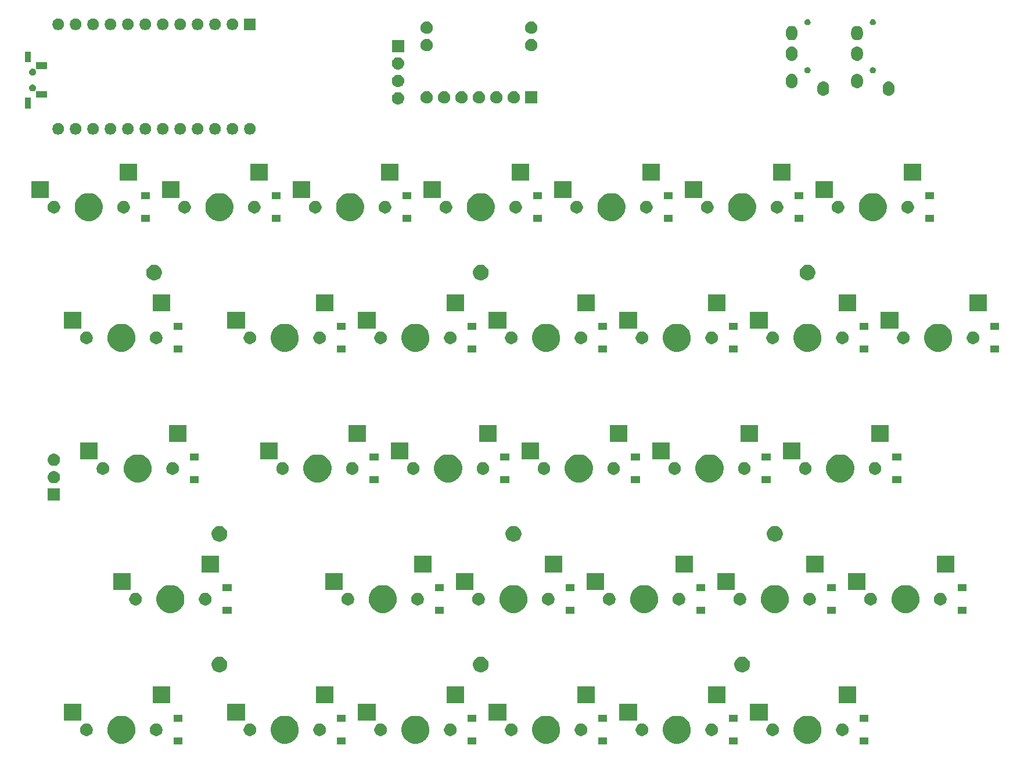
<source format=gbr>
G04 #@! TF.GenerationSoftware,KiCad,Pcbnew,(5.0.0)*
G04 #@! TF.CreationDate,2018-12-18T10:24:29+09:00*
G04 #@! TF.ProjectId,hecomi,6865636F6D692E6B696361645F706362,rev?*
G04 #@! TF.SameCoordinates,Original*
G04 #@! TF.FileFunction,Soldermask,Bot*
G04 #@! TF.FilePolarity,Negative*
%FSLAX46Y46*%
G04 Gerber Fmt 4.6, Leading zero omitted, Abs format (unit mm)*
G04 Created by KiCad (PCBNEW (5.0.0)) date 12/18/18 10:24:29*
%MOMM*%
%LPD*%
G01*
G04 APERTURE LIST*
%ADD10C,0.100000*%
G04 APERTURE END LIST*
D10*
G36*
X75581000Y-97401000D02*
X74279000Y-97401000D01*
X74279000Y-96399000D01*
X75581000Y-96399000D01*
X75581000Y-97401000D01*
X75581000Y-97401000D01*
G37*
G36*
X51768500Y-97401000D02*
X50466500Y-97401000D01*
X50466500Y-96399000D01*
X51768500Y-96399000D01*
X51768500Y-97401000D01*
X51768500Y-97401000D01*
G37*
G36*
X151781000Y-97401000D02*
X150479000Y-97401000D01*
X150479000Y-96399000D01*
X151781000Y-96399000D01*
X151781000Y-97401000D01*
X151781000Y-97401000D01*
G37*
G36*
X94631000Y-97401000D02*
X93329000Y-97401000D01*
X93329000Y-96399000D01*
X94631000Y-96399000D01*
X94631000Y-97401000D01*
X94631000Y-97401000D01*
G37*
G36*
X113681000Y-97401000D02*
X112379000Y-97401000D01*
X112379000Y-96399000D01*
X113681000Y-96399000D01*
X113681000Y-97401000D01*
X113681000Y-97401000D01*
G37*
G36*
X132731000Y-97401000D02*
X131429000Y-97401000D01*
X131429000Y-96399000D01*
X132731000Y-96399000D01*
X132731000Y-97401000D01*
X132731000Y-97401000D01*
G37*
G36*
X105371472Y-93283684D02*
X105371474Y-93283685D01*
X105371475Y-93283685D01*
X105743623Y-93437833D01*
X106078548Y-93661623D01*
X106363377Y-93946452D01*
X106587167Y-94281377D01*
X106619562Y-94359586D01*
X106741316Y-94653528D01*
X106819900Y-95048594D01*
X106819900Y-95451406D01*
X106772714Y-95688626D01*
X106741315Y-95846475D01*
X106587167Y-96218623D01*
X106363377Y-96553548D01*
X106078548Y-96838377D01*
X105743623Y-97062167D01*
X105371475Y-97216315D01*
X105371474Y-97216315D01*
X105371472Y-97216316D01*
X104976406Y-97294900D01*
X104573594Y-97294900D01*
X104178528Y-97216316D01*
X104178526Y-97216315D01*
X104178525Y-97216315D01*
X103806377Y-97062167D01*
X103471452Y-96838377D01*
X103186623Y-96553548D01*
X102962833Y-96218623D01*
X102808685Y-95846475D01*
X102777287Y-95688626D01*
X102730100Y-95451406D01*
X102730100Y-95048594D01*
X102808684Y-94653528D01*
X102930438Y-94359586D01*
X102962833Y-94281377D01*
X103186623Y-93946452D01*
X103471452Y-93661623D01*
X103806377Y-93437833D01*
X104178525Y-93283685D01*
X104178526Y-93283685D01*
X104178528Y-93283684D01*
X104573594Y-93205100D01*
X104976406Y-93205100D01*
X105371472Y-93283684D01*
X105371472Y-93283684D01*
G37*
G36*
X143471472Y-93283684D02*
X143471474Y-93283685D01*
X143471475Y-93283685D01*
X143843623Y-93437833D01*
X144178548Y-93661623D01*
X144463377Y-93946452D01*
X144687167Y-94281377D01*
X144719562Y-94359586D01*
X144841316Y-94653528D01*
X144919900Y-95048594D01*
X144919900Y-95451406D01*
X144872714Y-95688626D01*
X144841315Y-95846475D01*
X144687167Y-96218623D01*
X144463377Y-96553548D01*
X144178548Y-96838377D01*
X143843623Y-97062167D01*
X143471475Y-97216315D01*
X143471474Y-97216315D01*
X143471472Y-97216316D01*
X143076406Y-97294900D01*
X142673594Y-97294900D01*
X142278528Y-97216316D01*
X142278526Y-97216315D01*
X142278525Y-97216315D01*
X141906377Y-97062167D01*
X141571452Y-96838377D01*
X141286623Y-96553548D01*
X141062833Y-96218623D01*
X140908685Y-95846475D01*
X140877287Y-95688626D01*
X140830100Y-95451406D01*
X140830100Y-95048594D01*
X140908684Y-94653528D01*
X141030438Y-94359586D01*
X141062833Y-94281377D01*
X141286623Y-93946452D01*
X141571452Y-93661623D01*
X141906377Y-93437833D01*
X142278525Y-93283685D01*
X142278526Y-93283685D01*
X142278528Y-93283684D01*
X142673594Y-93205100D01*
X143076406Y-93205100D01*
X143471472Y-93283684D01*
X143471472Y-93283684D01*
G37*
G36*
X124421472Y-93283684D02*
X124421474Y-93283685D01*
X124421475Y-93283685D01*
X124793623Y-93437833D01*
X125128548Y-93661623D01*
X125413377Y-93946452D01*
X125637167Y-94281377D01*
X125669562Y-94359586D01*
X125791316Y-94653528D01*
X125869900Y-95048594D01*
X125869900Y-95451406D01*
X125822714Y-95688626D01*
X125791315Y-95846475D01*
X125637167Y-96218623D01*
X125413377Y-96553548D01*
X125128548Y-96838377D01*
X124793623Y-97062167D01*
X124421475Y-97216315D01*
X124421474Y-97216315D01*
X124421472Y-97216316D01*
X124026406Y-97294900D01*
X123623594Y-97294900D01*
X123228528Y-97216316D01*
X123228526Y-97216315D01*
X123228525Y-97216315D01*
X122856377Y-97062167D01*
X122521452Y-96838377D01*
X122236623Y-96553548D01*
X122012833Y-96218623D01*
X121858685Y-95846475D01*
X121827287Y-95688626D01*
X121780100Y-95451406D01*
X121780100Y-95048594D01*
X121858684Y-94653528D01*
X121980438Y-94359586D01*
X122012833Y-94281377D01*
X122236623Y-93946452D01*
X122521452Y-93661623D01*
X122856377Y-93437833D01*
X123228525Y-93283685D01*
X123228526Y-93283685D01*
X123228528Y-93283684D01*
X123623594Y-93205100D01*
X124026406Y-93205100D01*
X124421472Y-93283684D01*
X124421472Y-93283684D01*
G37*
G36*
X67271472Y-93283684D02*
X67271474Y-93283685D01*
X67271475Y-93283685D01*
X67643623Y-93437833D01*
X67978548Y-93661623D01*
X68263377Y-93946452D01*
X68487167Y-94281377D01*
X68519562Y-94359586D01*
X68641316Y-94653528D01*
X68719900Y-95048594D01*
X68719900Y-95451406D01*
X68672714Y-95688626D01*
X68641315Y-95846475D01*
X68487167Y-96218623D01*
X68263377Y-96553548D01*
X67978548Y-96838377D01*
X67643623Y-97062167D01*
X67271475Y-97216315D01*
X67271474Y-97216315D01*
X67271472Y-97216316D01*
X66876406Y-97294900D01*
X66473594Y-97294900D01*
X66078528Y-97216316D01*
X66078526Y-97216315D01*
X66078525Y-97216315D01*
X65706377Y-97062167D01*
X65371452Y-96838377D01*
X65086623Y-96553548D01*
X64862833Y-96218623D01*
X64708685Y-95846475D01*
X64677287Y-95688626D01*
X64630100Y-95451406D01*
X64630100Y-95048594D01*
X64708684Y-94653528D01*
X64830438Y-94359586D01*
X64862833Y-94281377D01*
X65086623Y-93946452D01*
X65371452Y-93661623D01*
X65706377Y-93437833D01*
X66078525Y-93283685D01*
X66078526Y-93283685D01*
X66078528Y-93283684D01*
X66473594Y-93205100D01*
X66876406Y-93205100D01*
X67271472Y-93283684D01*
X67271472Y-93283684D01*
G37*
G36*
X43458972Y-93283684D02*
X43458974Y-93283685D01*
X43458975Y-93283685D01*
X43831123Y-93437833D01*
X44166048Y-93661623D01*
X44450877Y-93946452D01*
X44674667Y-94281377D01*
X44707062Y-94359586D01*
X44828816Y-94653528D01*
X44907400Y-95048594D01*
X44907400Y-95451406D01*
X44860214Y-95688626D01*
X44828815Y-95846475D01*
X44674667Y-96218623D01*
X44450877Y-96553548D01*
X44166048Y-96838377D01*
X43831123Y-97062167D01*
X43458975Y-97216315D01*
X43458974Y-97216315D01*
X43458972Y-97216316D01*
X43063906Y-97294900D01*
X42661094Y-97294900D01*
X42266028Y-97216316D01*
X42266026Y-97216315D01*
X42266025Y-97216315D01*
X41893877Y-97062167D01*
X41558952Y-96838377D01*
X41274123Y-96553548D01*
X41050333Y-96218623D01*
X40896185Y-95846475D01*
X40864787Y-95688626D01*
X40817600Y-95451406D01*
X40817600Y-95048594D01*
X40896184Y-94653528D01*
X41017938Y-94359586D01*
X41050333Y-94281377D01*
X41274123Y-93946452D01*
X41558952Y-93661623D01*
X41893877Y-93437833D01*
X42266025Y-93283685D01*
X42266026Y-93283685D01*
X42266028Y-93283684D01*
X42661094Y-93205100D01*
X43063906Y-93205100D01*
X43458972Y-93283684D01*
X43458972Y-93283684D01*
G37*
G36*
X86321472Y-93283684D02*
X86321474Y-93283685D01*
X86321475Y-93283685D01*
X86693623Y-93437833D01*
X87028548Y-93661623D01*
X87313377Y-93946452D01*
X87537167Y-94281377D01*
X87569562Y-94359586D01*
X87691316Y-94653528D01*
X87769900Y-95048594D01*
X87769900Y-95451406D01*
X87722714Y-95688626D01*
X87691315Y-95846475D01*
X87537167Y-96218623D01*
X87313377Y-96553548D01*
X87028548Y-96838377D01*
X86693623Y-97062167D01*
X86321475Y-97216315D01*
X86321474Y-97216315D01*
X86321472Y-97216316D01*
X85926406Y-97294900D01*
X85523594Y-97294900D01*
X85128528Y-97216316D01*
X85128526Y-97216315D01*
X85128525Y-97216315D01*
X84756377Y-97062167D01*
X84421452Y-96838377D01*
X84136623Y-96553548D01*
X83912833Y-96218623D01*
X83758685Y-95846475D01*
X83727287Y-95688626D01*
X83680100Y-95451406D01*
X83680100Y-95048594D01*
X83758684Y-94653528D01*
X83880438Y-94359586D01*
X83912833Y-94281377D01*
X84136623Y-93946452D01*
X84421452Y-93661623D01*
X84756377Y-93437833D01*
X85128525Y-93283685D01*
X85128526Y-93283685D01*
X85128528Y-93283684D01*
X85523594Y-93205100D01*
X85926406Y-93205100D01*
X86321472Y-93283684D01*
X86321472Y-93283684D01*
G37*
G36*
X99965104Y-94359585D02*
X100133626Y-94429389D01*
X100285291Y-94530728D01*
X100414272Y-94659709D01*
X100515611Y-94811374D01*
X100585415Y-94979896D01*
X100621000Y-95158797D01*
X100621000Y-95341203D01*
X100585415Y-95520104D01*
X100515611Y-95688626D01*
X100414272Y-95840291D01*
X100285291Y-95969272D01*
X100133626Y-96070611D01*
X99965104Y-96140415D01*
X99786203Y-96176000D01*
X99603797Y-96176000D01*
X99424896Y-96140415D01*
X99256374Y-96070611D01*
X99104709Y-95969272D01*
X98975728Y-95840291D01*
X98874389Y-95688626D01*
X98804585Y-95520104D01*
X98769000Y-95341203D01*
X98769000Y-95158797D01*
X98804585Y-94979896D01*
X98874389Y-94811374D01*
X98975728Y-94659709D01*
X99104709Y-94530728D01*
X99256374Y-94429389D01*
X99424896Y-94359585D01*
X99603797Y-94324000D01*
X99786203Y-94324000D01*
X99965104Y-94359585D01*
X99965104Y-94359585D01*
G37*
G36*
X38052604Y-94359585D02*
X38221126Y-94429389D01*
X38372791Y-94530728D01*
X38501772Y-94659709D01*
X38603111Y-94811374D01*
X38672915Y-94979896D01*
X38708500Y-95158797D01*
X38708500Y-95341203D01*
X38672915Y-95520104D01*
X38603111Y-95688626D01*
X38501772Y-95840291D01*
X38372791Y-95969272D01*
X38221126Y-96070611D01*
X38052604Y-96140415D01*
X37873703Y-96176000D01*
X37691297Y-96176000D01*
X37512396Y-96140415D01*
X37343874Y-96070611D01*
X37192209Y-95969272D01*
X37063228Y-95840291D01*
X36961889Y-95688626D01*
X36892085Y-95520104D01*
X36856500Y-95341203D01*
X36856500Y-95158797D01*
X36892085Y-94979896D01*
X36961889Y-94811374D01*
X37063228Y-94659709D01*
X37192209Y-94530728D01*
X37343874Y-94429389D01*
X37512396Y-94359585D01*
X37691297Y-94324000D01*
X37873703Y-94324000D01*
X38052604Y-94359585D01*
X38052604Y-94359585D01*
G37*
G36*
X48212604Y-94359585D02*
X48381126Y-94429389D01*
X48532791Y-94530728D01*
X48661772Y-94659709D01*
X48763111Y-94811374D01*
X48832915Y-94979896D01*
X48868500Y-95158797D01*
X48868500Y-95341203D01*
X48832915Y-95520104D01*
X48763111Y-95688626D01*
X48661772Y-95840291D01*
X48532791Y-95969272D01*
X48381126Y-96070611D01*
X48212604Y-96140415D01*
X48033703Y-96176000D01*
X47851297Y-96176000D01*
X47672396Y-96140415D01*
X47503874Y-96070611D01*
X47352209Y-95969272D01*
X47223228Y-95840291D01*
X47121889Y-95688626D01*
X47052085Y-95520104D01*
X47016500Y-95341203D01*
X47016500Y-95158797D01*
X47052085Y-94979896D01*
X47121889Y-94811374D01*
X47223228Y-94659709D01*
X47352209Y-94530728D01*
X47503874Y-94429389D01*
X47672396Y-94359585D01*
X47851297Y-94324000D01*
X48033703Y-94324000D01*
X48212604Y-94359585D01*
X48212604Y-94359585D01*
G37*
G36*
X61865104Y-94359585D02*
X62033626Y-94429389D01*
X62185291Y-94530728D01*
X62314272Y-94659709D01*
X62415611Y-94811374D01*
X62485415Y-94979896D01*
X62521000Y-95158797D01*
X62521000Y-95341203D01*
X62485415Y-95520104D01*
X62415611Y-95688626D01*
X62314272Y-95840291D01*
X62185291Y-95969272D01*
X62033626Y-96070611D01*
X61865104Y-96140415D01*
X61686203Y-96176000D01*
X61503797Y-96176000D01*
X61324896Y-96140415D01*
X61156374Y-96070611D01*
X61004709Y-95969272D01*
X60875728Y-95840291D01*
X60774389Y-95688626D01*
X60704585Y-95520104D01*
X60669000Y-95341203D01*
X60669000Y-95158797D01*
X60704585Y-94979896D01*
X60774389Y-94811374D01*
X60875728Y-94659709D01*
X61004709Y-94530728D01*
X61156374Y-94429389D01*
X61324896Y-94359585D01*
X61503797Y-94324000D01*
X61686203Y-94324000D01*
X61865104Y-94359585D01*
X61865104Y-94359585D01*
G37*
G36*
X72025104Y-94359585D02*
X72193626Y-94429389D01*
X72345291Y-94530728D01*
X72474272Y-94659709D01*
X72575611Y-94811374D01*
X72645415Y-94979896D01*
X72681000Y-95158797D01*
X72681000Y-95341203D01*
X72645415Y-95520104D01*
X72575611Y-95688626D01*
X72474272Y-95840291D01*
X72345291Y-95969272D01*
X72193626Y-96070611D01*
X72025104Y-96140415D01*
X71846203Y-96176000D01*
X71663797Y-96176000D01*
X71484896Y-96140415D01*
X71316374Y-96070611D01*
X71164709Y-95969272D01*
X71035728Y-95840291D01*
X70934389Y-95688626D01*
X70864585Y-95520104D01*
X70829000Y-95341203D01*
X70829000Y-95158797D01*
X70864585Y-94979896D01*
X70934389Y-94811374D01*
X71035728Y-94659709D01*
X71164709Y-94530728D01*
X71316374Y-94429389D01*
X71484896Y-94359585D01*
X71663797Y-94324000D01*
X71846203Y-94324000D01*
X72025104Y-94359585D01*
X72025104Y-94359585D01*
G37*
G36*
X91075104Y-94359585D02*
X91243626Y-94429389D01*
X91395291Y-94530728D01*
X91524272Y-94659709D01*
X91625611Y-94811374D01*
X91695415Y-94979896D01*
X91731000Y-95158797D01*
X91731000Y-95341203D01*
X91695415Y-95520104D01*
X91625611Y-95688626D01*
X91524272Y-95840291D01*
X91395291Y-95969272D01*
X91243626Y-96070611D01*
X91075104Y-96140415D01*
X90896203Y-96176000D01*
X90713797Y-96176000D01*
X90534896Y-96140415D01*
X90366374Y-96070611D01*
X90214709Y-95969272D01*
X90085728Y-95840291D01*
X89984389Y-95688626D01*
X89914585Y-95520104D01*
X89879000Y-95341203D01*
X89879000Y-95158797D01*
X89914585Y-94979896D01*
X89984389Y-94811374D01*
X90085728Y-94659709D01*
X90214709Y-94530728D01*
X90366374Y-94429389D01*
X90534896Y-94359585D01*
X90713797Y-94324000D01*
X90896203Y-94324000D01*
X91075104Y-94359585D01*
X91075104Y-94359585D01*
G37*
G36*
X80915104Y-94359585D02*
X81083626Y-94429389D01*
X81235291Y-94530728D01*
X81364272Y-94659709D01*
X81465611Y-94811374D01*
X81535415Y-94979896D01*
X81571000Y-95158797D01*
X81571000Y-95341203D01*
X81535415Y-95520104D01*
X81465611Y-95688626D01*
X81364272Y-95840291D01*
X81235291Y-95969272D01*
X81083626Y-96070611D01*
X80915104Y-96140415D01*
X80736203Y-96176000D01*
X80553797Y-96176000D01*
X80374896Y-96140415D01*
X80206374Y-96070611D01*
X80054709Y-95969272D01*
X79925728Y-95840291D01*
X79824389Y-95688626D01*
X79754585Y-95520104D01*
X79719000Y-95341203D01*
X79719000Y-95158797D01*
X79754585Y-94979896D01*
X79824389Y-94811374D01*
X79925728Y-94659709D01*
X80054709Y-94530728D01*
X80206374Y-94429389D01*
X80374896Y-94359585D01*
X80553797Y-94324000D01*
X80736203Y-94324000D01*
X80915104Y-94359585D01*
X80915104Y-94359585D01*
G37*
G36*
X129175104Y-94359585D02*
X129343626Y-94429389D01*
X129495291Y-94530728D01*
X129624272Y-94659709D01*
X129725611Y-94811374D01*
X129795415Y-94979896D01*
X129831000Y-95158797D01*
X129831000Y-95341203D01*
X129795415Y-95520104D01*
X129725611Y-95688626D01*
X129624272Y-95840291D01*
X129495291Y-95969272D01*
X129343626Y-96070611D01*
X129175104Y-96140415D01*
X128996203Y-96176000D01*
X128813797Y-96176000D01*
X128634896Y-96140415D01*
X128466374Y-96070611D01*
X128314709Y-95969272D01*
X128185728Y-95840291D01*
X128084389Y-95688626D01*
X128014585Y-95520104D01*
X127979000Y-95341203D01*
X127979000Y-95158797D01*
X128014585Y-94979896D01*
X128084389Y-94811374D01*
X128185728Y-94659709D01*
X128314709Y-94530728D01*
X128466374Y-94429389D01*
X128634896Y-94359585D01*
X128813797Y-94324000D01*
X128996203Y-94324000D01*
X129175104Y-94359585D01*
X129175104Y-94359585D01*
G37*
G36*
X110125104Y-94359585D02*
X110293626Y-94429389D01*
X110445291Y-94530728D01*
X110574272Y-94659709D01*
X110675611Y-94811374D01*
X110745415Y-94979896D01*
X110781000Y-95158797D01*
X110781000Y-95341203D01*
X110745415Y-95520104D01*
X110675611Y-95688626D01*
X110574272Y-95840291D01*
X110445291Y-95969272D01*
X110293626Y-96070611D01*
X110125104Y-96140415D01*
X109946203Y-96176000D01*
X109763797Y-96176000D01*
X109584896Y-96140415D01*
X109416374Y-96070611D01*
X109264709Y-95969272D01*
X109135728Y-95840291D01*
X109034389Y-95688626D01*
X108964585Y-95520104D01*
X108929000Y-95341203D01*
X108929000Y-95158797D01*
X108964585Y-94979896D01*
X109034389Y-94811374D01*
X109135728Y-94659709D01*
X109264709Y-94530728D01*
X109416374Y-94429389D01*
X109584896Y-94359585D01*
X109763797Y-94324000D01*
X109946203Y-94324000D01*
X110125104Y-94359585D01*
X110125104Y-94359585D01*
G37*
G36*
X119015104Y-94359585D02*
X119183626Y-94429389D01*
X119335291Y-94530728D01*
X119464272Y-94659709D01*
X119565611Y-94811374D01*
X119635415Y-94979896D01*
X119671000Y-95158797D01*
X119671000Y-95341203D01*
X119635415Y-95520104D01*
X119565611Y-95688626D01*
X119464272Y-95840291D01*
X119335291Y-95969272D01*
X119183626Y-96070611D01*
X119015104Y-96140415D01*
X118836203Y-96176000D01*
X118653797Y-96176000D01*
X118474896Y-96140415D01*
X118306374Y-96070611D01*
X118154709Y-95969272D01*
X118025728Y-95840291D01*
X117924389Y-95688626D01*
X117854585Y-95520104D01*
X117819000Y-95341203D01*
X117819000Y-95158797D01*
X117854585Y-94979896D01*
X117924389Y-94811374D01*
X118025728Y-94659709D01*
X118154709Y-94530728D01*
X118306374Y-94429389D01*
X118474896Y-94359585D01*
X118653797Y-94324000D01*
X118836203Y-94324000D01*
X119015104Y-94359585D01*
X119015104Y-94359585D01*
G37*
G36*
X138065104Y-94359585D02*
X138233626Y-94429389D01*
X138385291Y-94530728D01*
X138514272Y-94659709D01*
X138615611Y-94811374D01*
X138685415Y-94979896D01*
X138721000Y-95158797D01*
X138721000Y-95341203D01*
X138685415Y-95520104D01*
X138615611Y-95688626D01*
X138514272Y-95840291D01*
X138385291Y-95969272D01*
X138233626Y-96070611D01*
X138065104Y-96140415D01*
X137886203Y-96176000D01*
X137703797Y-96176000D01*
X137524896Y-96140415D01*
X137356374Y-96070611D01*
X137204709Y-95969272D01*
X137075728Y-95840291D01*
X136974389Y-95688626D01*
X136904585Y-95520104D01*
X136869000Y-95341203D01*
X136869000Y-95158797D01*
X136904585Y-94979896D01*
X136974389Y-94811374D01*
X137075728Y-94659709D01*
X137204709Y-94530728D01*
X137356374Y-94429389D01*
X137524896Y-94359585D01*
X137703797Y-94324000D01*
X137886203Y-94324000D01*
X138065104Y-94359585D01*
X138065104Y-94359585D01*
G37*
G36*
X148225104Y-94359585D02*
X148393626Y-94429389D01*
X148545291Y-94530728D01*
X148674272Y-94659709D01*
X148775611Y-94811374D01*
X148845415Y-94979896D01*
X148881000Y-95158797D01*
X148881000Y-95341203D01*
X148845415Y-95520104D01*
X148775611Y-95688626D01*
X148674272Y-95840291D01*
X148545291Y-95969272D01*
X148393626Y-96070611D01*
X148225104Y-96140415D01*
X148046203Y-96176000D01*
X147863797Y-96176000D01*
X147684896Y-96140415D01*
X147516374Y-96070611D01*
X147364709Y-95969272D01*
X147235728Y-95840291D01*
X147134389Y-95688626D01*
X147064585Y-95520104D01*
X147029000Y-95341203D01*
X147029000Y-95158797D01*
X147064585Y-94979896D01*
X147134389Y-94811374D01*
X147235728Y-94659709D01*
X147364709Y-94530728D01*
X147516374Y-94429389D01*
X147684896Y-94359585D01*
X147863797Y-94324000D01*
X148046203Y-94324000D01*
X148225104Y-94359585D01*
X148225104Y-94359585D01*
G37*
G36*
X94631000Y-94101000D02*
X93329000Y-94101000D01*
X93329000Y-93099000D01*
X94631000Y-93099000D01*
X94631000Y-94101000D01*
X94631000Y-94101000D01*
G37*
G36*
X51768500Y-94101000D02*
X50466500Y-94101000D01*
X50466500Y-93099000D01*
X51768500Y-93099000D01*
X51768500Y-94101000D01*
X51768500Y-94101000D01*
G37*
G36*
X75581000Y-94101000D02*
X74279000Y-94101000D01*
X74279000Y-93099000D01*
X75581000Y-93099000D01*
X75581000Y-94101000D01*
X75581000Y-94101000D01*
G37*
G36*
X113681000Y-94101000D02*
X112379000Y-94101000D01*
X112379000Y-93099000D01*
X113681000Y-93099000D01*
X113681000Y-94101000D01*
X113681000Y-94101000D01*
G37*
G36*
X132731000Y-94101000D02*
X131429000Y-94101000D01*
X131429000Y-93099000D01*
X132731000Y-93099000D01*
X132731000Y-94101000D01*
X132731000Y-94101000D01*
G37*
G36*
X151781000Y-94101000D02*
X150479000Y-94101000D01*
X150479000Y-93099000D01*
X151781000Y-93099000D01*
X151781000Y-94101000D01*
X151781000Y-94101000D01*
G37*
G36*
X37052500Y-93960000D02*
X34502500Y-93960000D01*
X34502500Y-91460000D01*
X37052500Y-91460000D01*
X37052500Y-93960000D01*
X37052500Y-93960000D01*
G37*
G36*
X98965000Y-93960000D02*
X96415000Y-93960000D01*
X96415000Y-91460000D01*
X98965000Y-91460000D01*
X98965000Y-93960000D01*
X98965000Y-93960000D01*
G37*
G36*
X118015000Y-93960000D02*
X115465000Y-93960000D01*
X115465000Y-91460000D01*
X118015000Y-91460000D01*
X118015000Y-93960000D01*
X118015000Y-93960000D01*
G37*
G36*
X60865000Y-93960000D02*
X58315000Y-93960000D01*
X58315000Y-91460000D01*
X60865000Y-91460000D01*
X60865000Y-93960000D01*
X60865000Y-93960000D01*
G37*
G36*
X79915000Y-93960000D02*
X77365000Y-93960000D01*
X77365000Y-91460000D01*
X79915000Y-91460000D01*
X79915000Y-93960000D01*
X79915000Y-93960000D01*
G37*
G36*
X137065000Y-93960000D02*
X134515000Y-93960000D01*
X134515000Y-91460000D01*
X137065000Y-91460000D01*
X137065000Y-93960000D01*
X137065000Y-93960000D01*
G37*
G36*
X73765000Y-91420000D02*
X71215000Y-91420000D01*
X71215000Y-88920000D01*
X73765000Y-88920000D01*
X73765000Y-91420000D01*
X73765000Y-91420000D01*
G37*
G36*
X111865000Y-91420000D02*
X109315000Y-91420000D01*
X109315000Y-88920000D01*
X111865000Y-88920000D01*
X111865000Y-91420000D01*
X111865000Y-91420000D01*
G37*
G36*
X49952500Y-91420000D02*
X47402500Y-91420000D01*
X47402500Y-88920000D01*
X49952500Y-88920000D01*
X49952500Y-91420000D01*
X49952500Y-91420000D01*
G37*
G36*
X130915000Y-91420000D02*
X128365000Y-91420000D01*
X128365000Y-88920000D01*
X130915000Y-88920000D01*
X130915000Y-91420000D01*
X130915000Y-91420000D01*
G37*
G36*
X92815000Y-91420000D02*
X90265000Y-91420000D01*
X90265000Y-88920000D01*
X92815000Y-88920000D01*
X92815000Y-91420000D01*
X92815000Y-91420000D01*
G37*
G36*
X149965000Y-91420000D02*
X147415000Y-91420000D01*
X147415000Y-88920000D01*
X149965000Y-88920000D01*
X149965000Y-91420000D01*
X149965000Y-91420000D01*
G37*
G36*
X133685734Y-84618232D02*
X133895202Y-84704996D01*
X134083723Y-84830962D01*
X134244038Y-84991277D01*
X134370004Y-85179798D01*
X134456768Y-85389266D01*
X134501000Y-85611635D01*
X134501000Y-85838365D01*
X134456768Y-86060734D01*
X134370004Y-86270202D01*
X134244038Y-86458723D01*
X134083723Y-86619038D01*
X133895202Y-86745004D01*
X133685734Y-86831768D01*
X133463365Y-86876000D01*
X133236635Y-86876000D01*
X133014266Y-86831768D01*
X132804798Y-86745004D01*
X132616277Y-86619038D01*
X132455962Y-86458723D01*
X132329996Y-86270202D01*
X132243232Y-86060734D01*
X132199000Y-85838365D01*
X132199000Y-85611635D01*
X132243232Y-85389266D01*
X132329996Y-85179798D01*
X132455962Y-84991277D01*
X132616277Y-84830962D01*
X132804798Y-84704996D01*
X133014266Y-84618232D01*
X133236635Y-84574000D01*
X133463365Y-84574000D01*
X133685734Y-84618232D01*
X133685734Y-84618232D01*
G37*
G36*
X57485734Y-84618232D02*
X57695202Y-84704996D01*
X57883723Y-84830962D01*
X58044038Y-84991277D01*
X58170004Y-85179798D01*
X58256768Y-85389266D01*
X58301000Y-85611635D01*
X58301000Y-85838365D01*
X58256768Y-86060734D01*
X58170004Y-86270202D01*
X58044038Y-86458723D01*
X57883723Y-86619038D01*
X57695202Y-86745004D01*
X57485734Y-86831768D01*
X57263365Y-86876000D01*
X57036635Y-86876000D01*
X56814266Y-86831768D01*
X56604798Y-86745004D01*
X56416277Y-86619038D01*
X56255962Y-86458723D01*
X56129996Y-86270202D01*
X56043232Y-86060734D01*
X55999000Y-85838365D01*
X55999000Y-85611635D01*
X56043232Y-85389266D01*
X56129996Y-85179798D01*
X56255962Y-84991277D01*
X56416277Y-84830962D01*
X56604798Y-84704996D01*
X56814266Y-84618232D01*
X57036635Y-84574000D01*
X57263365Y-84574000D01*
X57485734Y-84618232D01*
X57485734Y-84618232D01*
G37*
G36*
X95585734Y-84618232D02*
X95795202Y-84704996D01*
X95983723Y-84830962D01*
X96144038Y-84991277D01*
X96270004Y-85179798D01*
X96356768Y-85389266D01*
X96401000Y-85611635D01*
X96401000Y-85838365D01*
X96356768Y-86060734D01*
X96270004Y-86270202D01*
X96144038Y-86458723D01*
X95983723Y-86619038D01*
X95795202Y-86745004D01*
X95585734Y-86831768D01*
X95363365Y-86876000D01*
X95136635Y-86876000D01*
X94914266Y-86831768D01*
X94704798Y-86745004D01*
X94516277Y-86619038D01*
X94355962Y-86458723D01*
X94229996Y-86270202D01*
X94143232Y-86060734D01*
X94099000Y-85838365D01*
X94099000Y-85611635D01*
X94143232Y-85389266D01*
X94229996Y-85179798D01*
X94355962Y-84991277D01*
X94516277Y-84830962D01*
X94704798Y-84704996D01*
X94914266Y-84618232D01*
X95136635Y-84574000D01*
X95363365Y-84574000D01*
X95585734Y-84618232D01*
X95585734Y-84618232D01*
G37*
G36*
X58912200Y-78351000D02*
X57610200Y-78351000D01*
X57610200Y-77349000D01*
X58912200Y-77349000D01*
X58912200Y-78351000D01*
X58912200Y-78351000D01*
G37*
G36*
X89868500Y-78351000D02*
X88566500Y-78351000D01*
X88566500Y-77349000D01*
X89868500Y-77349000D01*
X89868500Y-78351000D01*
X89868500Y-78351000D01*
G37*
G36*
X108919000Y-78351000D02*
X107617000Y-78351000D01*
X107617000Y-77349000D01*
X108919000Y-77349000D01*
X108919000Y-78351000D01*
X108919000Y-78351000D01*
G37*
G36*
X127969000Y-78351000D02*
X126667000Y-78351000D01*
X126667000Y-77349000D01*
X127969000Y-77349000D01*
X127969000Y-78351000D01*
X127969000Y-78351000D01*
G37*
G36*
X166069000Y-78351000D02*
X164767000Y-78351000D01*
X164767000Y-77349000D01*
X166069000Y-77349000D01*
X166069000Y-78351000D01*
X166069000Y-78351000D01*
G37*
G36*
X147019000Y-78351000D02*
X145717000Y-78351000D01*
X145717000Y-77349000D01*
X147019000Y-77349000D01*
X147019000Y-78351000D01*
X147019000Y-78351000D01*
G37*
G36*
X119658472Y-74233684D02*
X119658474Y-74233685D01*
X119658475Y-74233685D01*
X120030623Y-74387833D01*
X120365548Y-74611623D01*
X120650377Y-74896452D01*
X120874167Y-75231377D01*
X120906562Y-75309586D01*
X121028316Y-75603528D01*
X121106900Y-75998594D01*
X121106900Y-76401406D01*
X121059714Y-76638626D01*
X121028315Y-76796475D01*
X120874167Y-77168623D01*
X120650377Y-77503548D01*
X120365548Y-77788377D01*
X120030623Y-78012167D01*
X119658475Y-78166315D01*
X119658474Y-78166315D01*
X119658472Y-78166316D01*
X119263406Y-78244900D01*
X118860594Y-78244900D01*
X118465528Y-78166316D01*
X118465526Y-78166315D01*
X118465525Y-78166315D01*
X118093377Y-78012167D01*
X117758452Y-77788377D01*
X117473623Y-77503548D01*
X117249833Y-77168623D01*
X117095685Y-76796475D01*
X117064287Y-76638626D01*
X117017100Y-76401406D01*
X117017100Y-75998594D01*
X117095684Y-75603528D01*
X117217438Y-75309586D01*
X117249833Y-75231377D01*
X117473623Y-74896452D01*
X117758452Y-74611623D01*
X118093377Y-74387833D01*
X118465525Y-74233685D01*
X118465526Y-74233685D01*
X118465528Y-74233684D01*
X118860594Y-74155100D01*
X119263406Y-74155100D01*
X119658472Y-74233684D01*
X119658472Y-74233684D01*
G37*
G36*
X81558972Y-74233684D02*
X81558974Y-74233685D01*
X81558975Y-74233685D01*
X81931123Y-74387833D01*
X82266048Y-74611623D01*
X82550877Y-74896452D01*
X82774667Y-75231377D01*
X82807062Y-75309586D01*
X82928816Y-75603528D01*
X83007400Y-75998594D01*
X83007400Y-76401406D01*
X82960214Y-76638626D01*
X82928815Y-76796475D01*
X82774667Y-77168623D01*
X82550877Y-77503548D01*
X82266048Y-77788377D01*
X81931123Y-78012167D01*
X81558975Y-78166315D01*
X81558974Y-78166315D01*
X81558972Y-78166316D01*
X81163906Y-78244900D01*
X80761094Y-78244900D01*
X80366028Y-78166316D01*
X80366026Y-78166315D01*
X80366025Y-78166315D01*
X79993877Y-78012167D01*
X79658952Y-77788377D01*
X79374123Y-77503548D01*
X79150333Y-77168623D01*
X78996185Y-76796475D01*
X78964787Y-76638626D01*
X78917600Y-76401406D01*
X78917600Y-75998594D01*
X78996184Y-75603528D01*
X79117938Y-75309586D01*
X79150333Y-75231377D01*
X79374123Y-74896452D01*
X79658952Y-74611623D01*
X79993877Y-74387833D01*
X80366025Y-74233685D01*
X80366026Y-74233685D01*
X80366028Y-74233684D01*
X80761094Y-74155100D01*
X81163906Y-74155100D01*
X81558972Y-74233684D01*
X81558972Y-74233684D01*
G37*
G36*
X138708472Y-74233684D02*
X138708474Y-74233685D01*
X138708475Y-74233685D01*
X139080623Y-74387833D01*
X139415548Y-74611623D01*
X139700377Y-74896452D01*
X139924167Y-75231377D01*
X139956562Y-75309586D01*
X140078316Y-75603528D01*
X140156900Y-75998594D01*
X140156900Y-76401406D01*
X140109714Y-76638626D01*
X140078315Y-76796475D01*
X139924167Y-77168623D01*
X139700377Y-77503548D01*
X139415548Y-77788377D01*
X139080623Y-78012167D01*
X138708475Y-78166315D01*
X138708474Y-78166315D01*
X138708472Y-78166316D01*
X138313406Y-78244900D01*
X137910594Y-78244900D01*
X137515528Y-78166316D01*
X137515526Y-78166315D01*
X137515525Y-78166315D01*
X137143377Y-78012167D01*
X136808452Y-77788377D01*
X136523623Y-77503548D01*
X136299833Y-77168623D01*
X136145685Y-76796475D01*
X136114287Y-76638626D01*
X136067100Y-76401406D01*
X136067100Y-75998594D01*
X136145684Y-75603528D01*
X136267438Y-75309586D01*
X136299833Y-75231377D01*
X136523623Y-74896452D01*
X136808452Y-74611623D01*
X137143377Y-74387833D01*
X137515525Y-74233685D01*
X137515526Y-74233685D01*
X137515528Y-74233684D01*
X137910594Y-74155100D01*
X138313406Y-74155100D01*
X138708472Y-74233684D01*
X138708472Y-74233684D01*
G37*
G36*
X100608472Y-74233684D02*
X100608474Y-74233685D01*
X100608475Y-74233685D01*
X100980623Y-74387833D01*
X101315548Y-74611623D01*
X101600377Y-74896452D01*
X101824167Y-75231377D01*
X101856562Y-75309586D01*
X101978316Y-75603528D01*
X102056900Y-75998594D01*
X102056900Y-76401406D01*
X102009714Y-76638626D01*
X101978315Y-76796475D01*
X101824167Y-77168623D01*
X101600377Y-77503548D01*
X101315548Y-77788377D01*
X100980623Y-78012167D01*
X100608475Y-78166315D01*
X100608474Y-78166315D01*
X100608472Y-78166316D01*
X100213406Y-78244900D01*
X99810594Y-78244900D01*
X99415528Y-78166316D01*
X99415526Y-78166315D01*
X99415525Y-78166315D01*
X99043377Y-78012167D01*
X98708452Y-77788377D01*
X98423623Y-77503548D01*
X98199833Y-77168623D01*
X98045685Y-76796475D01*
X98014287Y-76638626D01*
X97967100Y-76401406D01*
X97967100Y-75998594D01*
X98045684Y-75603528D01*
X98167438Y-75309586D01*
X98199833Y-75231377D01*
X98423623Y-74896452D01*
X98708452Y-74611623D01*
X99043377Y-74387833D01*
X99415525Y-74233685D01*
X99415526Y-74233685D01*
X99415528Y-74233684D01*
X99810594Y-74155100D01*
X100213406Y-74155100D01*
X100608472Y-74233684D01*
X100608472Y-74233684D01*
G37*
G36*
X50602672Y-74233684D02*
X50602674Y-74233685D01*
X50602675Y-74233685D01*
X50974823Y-74387833D01*
X51309748Y-74611623D01*
X51594577Y-74896452D01*
X51818367Y-75231377D01*
X51850762Y-75309586D01*
X51972516Y-75603528D01*
X52051100Y-75998594D01*
X52051100Y-76401406D01*
X52003914Y-76638626D01*
X51972515Y-76796475D01*
X51818367Y-77168623D01*
X51594577Y-77503548D01*
X51309748Y-77788377D01*
X50974823Y-78012167D01*
X50602675Y-78166315D01*
X50602674Y-78166315D01*
X50602672Y-78166316D01*
X50207606Y-78244900D01*
X49804794Y-78244900D01*
X49409728Y-78166316D01*
X49409726Y-78166315D01*
X49409725Y-78166315D01*
X49037577Y-78012167D01*
X48702652Y-77788377D01*
X48417823Y-77503548D01*
X48194033Y-77168623D01*
X48039885Y-76796475D01*
X48008487Y-76638626D01*
X47961300Y-76401406D01*
X47961300Y-75998594D01*
X48039884Y-75603528D01*
X48161638Y-75309586D01*
X48194033Y-75231377D01*
X48417823Y-74896452D01*
X48702652Y-74611623D01*
X49037577Y-74387833D01*
X49409725Y-74233685D01*
X49409726Y-74233685D01*
X49409728Y-74233684D01*
X49804794Y-74155100D01*
X50207606Y-74155100D01*
X50602672Y-74233684D01*
X50602672Y-74233684D01*
G37*
G36*
X157758472Y-74233684D02*
X157758474Y-74233685D01*
X157758475Y-74233685D01*
X158130623Y-74387833D01*
X158465548Y-74611623D01*
X158750377Y-74896452D01*
X158974167Y-75231377D01*
X159006562Y-75309586D01*
X159128316Y-75603528D01*
X159206900Y-75998594D01*
X159206900Y-76401406D01*
X159159714Y-76638626D01*
X159128315Y-76796475D01*
X158974167Y-77168623D01*
X158750377Y-77503548D01*
X158465548Y-77788377D01*
X158130623Y-78012167D01*
X157758475Y-78166315D01*
X157758474Y-78166315D01*
X157758472Y-78166316D01*
X157363406Y-78244900D01*
X156960594Y-78244900D01*
X156565528Y-78166316D01*
X156565526Y-78166315D01*
X156565525Y-78166315D01*
X156193377Y-78012167D01*
X155858452Y-77788377D01*
X155573623Y-77503548D01*
X155349833Y-77168623D01*
X155195685Y-76796475D01*
X155164287Y-76638626D01*
X155117100Y-76401406D01*
X155117100Y-75998594D01*
X155195684Y-75603528D01*
X155317438Y-75309586D01*
X155349833Y-75231377D01*
X155573623Y-74896452D01*
X155858452Y-74611623D01*
X156193377Y-74387833D01*
X156565525Y-74233685D01*
X156565526Y-74233685D01*
X156565528Y-74233684D01*
X156960594Y-74155100D01*
X157363406Y-74155100D01*
X157758472Y-74233684D01*
X157758472Y-74233684D01*
G37*
G36*
X143462104Y-75309585D02*
X143630626Y-75379389D01*
X143782291Y-75480728D01*
X143911272Y-75609709D01*
X144012611Y-75761374D01*
X144082415Y-75929896D01*
X144118000Y-76108797D01*
X144118000Y-76291203D01*
X144082415Y-76470104D01*
X144012611Y-76638626D01*
X143911272Y-76790291D01*
X143782291Y-76919272D01*
X143630626Y-77020611D01*
X143462104Y-77090415D01*
X143283203Y-77126000D01*
X143100797Y-77126000D01*
X142921896Y-77090415D01*
X142753374Y-77020611D01*
X142601709Y-76919272D01*
X142472728Y-76790291D01*
X142371389Y-76638626D01*
X142301585Y-76470104D01*
X142266000Y-76291203D01*
X142266000Y-76108797D01*
X142301585Y-75929896D01*
X142371389Y-75761374D01*
X142472728Y-75609709D01*
X142601709Y-75480728D01*
X142753374Y-75379389D01*
X142921896Y-75309585D01*
X143100797Y-75274000D01*
X143283203Y-75274000D01*
X143462104Y-75309585D01*
X143462104Y-75309585D01*
G37*
G36*
X45196304Y-75309585D02*
X45364826Y-75379389D01*
X45516491Y-75480728D01*
X45645472Y-75609709D01*
X45746811Y-75761374D01*
X45816615Y-75929896D01*
X45852200Y-76108797D01*
X45852200Y-76291203D01*
X45816615Y-76470104D01*
X45746811Y-76638626D01*
X45645472Y-76790291D01*
X45516491Y-76919272D01*
X45364826Y-77020611D01*
X45196304Y-77090415D01*
X45017403Y-77126000D01*
X44834997Y-77126000D01*
X44656096Y-77090415D01*
X44487574Y-77020611D01*
X44335909Y-76919272D01*
X44206928Y-76790291D01*
X44105589Y-76638626D01*
X44035785Y-76470104D01*
X44000200Y-76291203D01*
X44000200Y-76108797D01*
X44035785Y-75929896D01*
X44105589Y-75761374D01*
X44206928Y-75609709D01*
X44335909Y-75480728D01*
X44487574Y-75379389D01*
X44656096Y-75309585D01*
X44834997Y-75274000D01*
X45017403Y-75274000D01*
X45196304Y-75309585D01*
X45196304Y-75309585D01*
G37*
G36*
X55356304Y-75309585D02*
X55524826Y-75379389D01*
X55676491Y-75480728D01*
X55805472Y-75609709D01*
X55906811Y-75761374D01*
X55976615Y-75929896D01*
X56012200Y-76108797D01*
X56012200Y-76291203D01*
X55976615Y-76470104D01*
X55906811Y-76638626D01*
X55805472Y-76790291D01*
X55676491Y-76919272D01*
X55524826Y-77020611D01*
X55356304Y-77090415D01*
X55177403Y-77126000D01*
X54994997Y-77126000D01*
X54816096Y-77090415D01*
X54647574Y-77020611D01*
X54495909Y-76919272D01*
X54366928Y-76790291D01*
X54265589Y-76638626D01*
X54195785Y-76470104D01*
X54160200Y-76291203D01*
X54160200Y-76108797D01*
X54195785Y-75929896D01*
X54265589Y-75761374D01*
X54366928Y-75609709D01*
X54495909Y-75480728D01*
X54647574Y-75379389D01*
X54816096Y-75309585D01*
X54994997Y-75274000D01*
X55177403Y-75274000D01*
X55356304Y-75309585D01*
X55356304Y-75309585D01*
G37*
G36*
X114252104Y-75309585D02*
X114420626Y-75379389D01*
X114572291Y-75480728D01*
X114701272Y-75609709D01*
X114802611Y-75761374D01*
X114872415Y-75929896D01*
X114908000Y-76108797D01*
X114908000Y-76291203D01*
X114872415Y-76470104D01*
X114802611Y-76638626D01*
X114701272Y-76790291D01*
X114572291Y-76919272D01*
X114420626Y-77020611D01*
X114252104Y-77090415D01*
X114073203Y-77126000D01*
X113890797Y-77126000D01*
X113711896Y-77090415D01*
X113543374Y-77020611D01*
X113391709Y-76919272D01*
X113262728Y-76790291D01*
X113161389Y-76638626D01*
X113091585Y-76470104D01*
X113056000Y-76291203D01*
X113056000Y-76108797D01*
X113091585Y-75929896D01*
X113161389Y-75761374D01*
X113262728Y-75609709D01*
X113391709Y-75480728D01*
X113543374Y-75379389D01*
X113711896Y-75309585D01*
X113890797Y-75274000D01*
X114073203Y-75274000D01*
X114252104Y-75309585D01*
X114252104Y-75309585D01*
G37*
G36*
X124412104Y-75309585D02*
X124580626Y-75379389D01*
X124732291Y-75480728D01*
X124861272Y-75609709D01*
X124962611Y-75761374D01*
X125032415Y-75929896D01*
X125068000Y-76108797D01*
X125068000Y-76291203D01*
X125032415Y-76470104D01*
X124962611Y-76638626D01*
X124861272Y-76790291D01*
X124732291Y-76919272D01*
X124580626Y-77020611D01*
X124412104Y-77090415D01*
X124233203Y-77126000D01*
X124050797Y-77126000D01*
X123871896Y-77090415D01*
X123703374Y-77020611D01*
X123551709Y-76919272D01*
X123422728Y-76790291D01*
X123321389Y-76638626D01*
X123251585Y-76470104D01*
X123216000Y-76291203D01*
X123216000Y-76108797D01*
X123251585Y-75929896D01*
X123321389Y-75761374D01*
X123422728Y-75609709D01*
X123551709Y-75480728D01*
X123703374Y-75379389D01*
X123871896Y-75309585D01*
X124050797Y-75274000D01*
X124233203Y-75274000D01*
X124412104Y-75309585D01*
X124412104Y-75309585D01*
G37*
G36*
X133302104Y-75309585D02*
X133470626Y-75379389D01*
X133622291Y-75480728D01*
X133751272Y-75609709D01*
X133852611Y-75761374D01*
X133922415Y-75929896D01*
X133958000Y-76108797D01*
X133958000Y-76291203D01*
X133922415Y-76470104D01*
X133852611Y-76638626D01*
X133751272Y-76790291D01*
X133622291Y-76919272D01*
X133470626Y-77020611D01*
X133302104Y-77090415D01*
X133123203Y-77126000D01*
X132940797Y-77126000D01*
X132761896Y-77090415D01*
X132593374Y-77020611D01*
X132441709Y-76919272D01*
X132312728Y-76790291D01*
X132211389Y-76638626D01*
X132141585Y-76470104D01*
X132106000Y-76291203D01*
X132106000Y-76108797D01*
X132141585Y-75929896D01*
X132211389Y-75761374D01*
X132312728Y-75609709D01*
X132441709Y-75480728D01*
X132593374Y-75379389D01*
X132761896Y-75309585D01*
X132940797Y-75274000D01*
X133123203Y-75274000D01*
X133302104Y-75309585D01*
X133302104Y-75309585D01*
G37*
G36*
X152352104Y-75309585D02*
X152520626Y-75379389D01*
X152672291Y-75480728D01*
X152801272Y-75609709D01*
X152902611Y-75761374D01*
X152972415Y-75929896D01*
X153008000Y-76108797D01*
X153008000Y-76291203D01*
X152972415Y-76470104D01*
X152902611Y-76638626D01*
X152801272Y-76790291D01*
X152672291Y-76919272D01*
X152520626Y-77020611D01*
X152352104Y-77090415D01*
X152173203Y-77126000D01*
X151990797Y-77126000D01*
X151811896Y-77090415D01*
X151643374Y-77020611D01*
X151491709Y-76919272D01*
X151362728Y-76790291D01*
X151261389Y-76638626D01*
X151191585Y-76470104D01*
X151156000Y-76291203D01*
X151156000Y-76108797D01*
X151191585Y-75929896D01*
X151261389Y-75761374D01*
X151362728Y-75609709D01*
X151491709Y-75480728D01*
X151643374Y-75379389D01*
X151811896Y-75309585D01*
X151990797Y-75274000D01*
X152173203Y-75274000D01*
X152352104Y-75309585D01*
X152352104Y-75309585D01*
G37*
G36*
X162512104Y-75309585D02*
X162680626Y-75379389D01*
X162832291Y-75480728D01*
X162961272Y-75609709D01*
X163062611Y-75761374D01*
X163132415Y-75929896D01*
X163168000Y-76108797D01*
X163168000Y-76291203D01*
X163132415Y-76470104D01*
X163062611Y-76638626D01*
X162961272Y-76790291D01*
X162832291Y-76919272D01*
X162680626Y-77020611D01*
X162512104Y-77090415D01*
X162333203Y-77126000D01*
X162150797Y-77126000D01*
X161971896Y-77090415D01*
X161803374Y-77020611D01*
X161651709Y-76919272D01*
X161522728Y-76790291D01*
X161421389Y-76638626D01*
X161351585Y-76470104D01*
X161316000Y-76291203D01*
X161316000Y-76108797D01*
X161351585Y-75929896D01*
X161421389Y-75761374D01*
X161522728Y-75609709D01*
X161651709Y-75480728D01*
X161803374Y-75379389D01*
X161971896Y-75309585D01*
X162150797Y-75274000D01*
X162333203Y-75274000D01*
X162512104Y-75309585D01*
X162512104Y-75309585D01*
G37*
G36*
X105362104Y-75309585D02*
X105530626Y-75379389D01*
X105682291Y-75480728D01*
X105811272Y-75609709D01*
X105912611Y-75761374D01*
X105982415Y-75929896D01*
X106018000Y-76108797D01*
X106018000Y-76291203D01*
X105982415Y-76470104D01*
X105912611Y-76638626D01*
X105811272Y-76790291D01*
X105682291Y-76919272D01*
X105530626Y-77020611D01*
X105362104Y-77090415D01*
X105183203Y-77126000D01*
X105000797Y-77126000D01*
X104821896Y-77090415D01*
X104653374Y-77020611D01*
X104501709Y-76919272D01*
X104372728Y-76790291D01*
X104271389Y-76638626D01*
X104201585Y-76470104D01*
X104166000Y-76291203D01*
X104166000Y-76108797D01*
X104201585Y-75929896D01*
X104271389Y-75761374D01*
X104372728Y-75609709D01*
X104501709Y-75480728D01*
X104653374Y-75379389D01*
X104821896Y-75309585D01*
X105000797Y-75274000D01*
X105183203Y-75274000D01*
X105362104Y-75309585D01*
X105362104Y-75309585D01*
G37*
G36*
X86312604Y-75309585D02*
X86481126Y-75379389D01*
X86632791Y-75480728D01*
X86761772Y-75609709D01*
X86863111Y-75761374D01*
X86932915Y-75929896D01*
X86968500Y-76108797D01*
X86968500Y-76291203D01*
X86932915Y-76470104D01*
X86863111Y-76638626D01*
X86761772Y-76790291D01*
X86632791Y-76919272D01*
X86481126Y-77020611D01*
X86312604Y-77090415D01*
X86133703Y-77126000D01*
X85951297Y-77126000D01*
X85772396Y-77090415D01*
X85603874Y-77020611D01*
X85452209Y-76919272D01*
X85323228Y-76790291D01*
X85221889Y-76638626D01*
X85152085Y-76470104D01*
X85116500Y-76291203D01*
X85116500Y-76108797D01*
X85152085Y-75929896D01*
X85221889Y-75761374D01*
X85323228Y-75609709D01*
X85452209Y-75480728D01*
X85603874Y-75379389D01*
X85772396Y-75309585D01*
X85951297Y-75274000D01*
X86133703Y-75274000D01*
X86312604Y-75309585D01*
X86312604Y-75309585D01*
G37*
G36*
X95202104Y-75309585D02*
X95370626Y-75379389D01*
X95522291Y-75480728D01*
X95651272Y-75609709D01*
X95752611Y-75761374D01*
X95822415Y-75929896D01*
X95858000Y-76108797D01*
X95858000Y-76291203D01*
X95822415Y-76470104D01*
X95752611Y-76638626D01*
X95651272Y-76790291D01*
X95522291Y-76919272D01*
X95370626Y-77020611D01*
X95202104Y-77090415D01*
X95023203Y-77126000D01*
X94840797Y-77126000D01*
X94661896Y-77090415D01*
X94493374Y-77020611D01*
X94341709Y-76919272D01*
X94212728Y-76790291D01*
X94111389Y-76638626D01*
X94041585Y-76470104D01*
X94006000Y-76291203D01*
X94006000Y-76108797D01*
X94041585Y-75929896D01*
X94111389Y-75761374D01*
X94212728Y-75609709D01*
X94341709Y-75480728D01*
X94493374Y-75379389D01*
X94661896Y-75309585D01*
X94840797Y-75274000D01*
X95023203Y-75274000D01*
X95202104Y-75309585D01*
X95202104Y-75309585D01*
G37*
G36*
X76152604Y-75309585D02*
X76321126Y-75379389D01*
X76472791Y-75480728D01*
X76601772Y-75609709D01*
X76703111Y-75761374D01*
X76772915Y-75929896D01*
X76808500Y-76108797D01*
X76808500Y-76291203D01*
X76772915Y-76470104D01*
X76703111Y-76638626D01*
X76601772Y-76790291D01*
X76472791Y-76919272D01*
X76321126Y-77020611D01*
X76152604Y-77090415D01*
X75973703Y-77126000D01*
X75791297Y-77126000D01*
X75612396Y-77090415D01*
X75443874Y-77020611D01*
X75292209Y-76919272D01*
X75163228Y-76790291D01*
X75061889Y-76638626D01*
X74992085Y-76470104D01*
X74956500Y-76291203D01*
X74956500Y-76108797D01*
X74992085Y-75929896D01*
X75061889Y-75761374D01*
X75163228Y-75609709D01*
X75292209Y-75480728D01*
X75443874Y-75379389D01*
X75612396Y-75309585D01*
X75791297Y-75274000D01*
X75973703Y-75274000D01*
X76152604Y-75309585D01*
X76152604Y-75309585D01*
G37*
G36*
X89868500Y-75051000D02*
X88566500Y-75051000D01*
X88566500Y-74049000D01*
X89868500Y-74049000D01*
X89868500Y-75051000D01*
X89868500Y-75051000D01*
G37*
G36*
X108919000Y-75051000D02*
X107617000Y-75051000D01*
X107617000Y-74049000D01*
X108919000Y-74049000D01*
X108919000Y-75051000D01*
X108919000Y-75051000D01*
G37*
G36*
X147019000Y-75051000D02*
X145717000Y-75051000D01*
X145717000Y-74049000D01*
X147019000Y-74049000D01*
X147019000Y-75051000D01*
X147019000Y-75051000D01*
G37*
G36*
X166069000Y-75051000D02*
X164767000Y-75051000D01*
X164767000Y-74049000D01*
X166069000Y-74049000D01*
X166069000Y-75051000D01*
X166069000Y-75051000D01*
G37*
G36*
X127969000Y-75051000D02*
X126667000Y-75051000D01*
X126667000Y-74049000D01*
X127969000Y-74049000D01*
X127969000Y-75051000D01*
X127969000Y-75051000D01*
G37*
G36*
X58912200Y-75051000D02*
X57610200Y-75051000D01*
X57610200Y-74049000D01*
X58912200Y-74049000D01*
X58912200Y-75051000D01*
X58912200Y-75051000D01*
G37*
G36*
X94202000Y-74910000D02*
X91652000Y-74910000D01*
X91652000Y-72410000D01*
X94202000Y-72410000D01*
X94202000Y-74910000D01*
X94202000Y-74910000D01*
G37*
G36*
X151352000Y-74910000D02*
X148802000Y-74910000D01*
X148802000Y-72410000D01*
X151352000Y-72410000D01*
X151352000Y-74910000D01*
X151352000Y-74910000D01*
G37*
G36*
X132302000Y-74910000D02*
X129752000Y-74910000D01*
X129752000Y-72410000D01*
X132302000Y-72410000D01*
X132302000Y-74910000D01*
X132302000Y-74910000D01*
G37*
G36*
X44196200Y-74910000D02*
X41646200Y-74910000D01*
X41646200Y-72410000D01*
X44196200Y-72410000D01*
X44196200Y-74910000D01*
X44196200Y-74910000D01*
G37*
G36*
X75152500Y-74910000D02*
X72602500Y-74910000D01*
X72602500Y-72410000D01*
X75152500Y-72410000D01*
X75152500Y-74910000D01*
X75152500Y-74910000D01*
G37*
G36*
X113252000Y-74910000D02*
X110702000Y-74910000D01*
X110702000Y-72410000D01*
X113252000Y-72410000D01*
X113252000Y-74910000D01*
X113252000Y-74910000D01*
G37*
G36*
X107102000Y-72370000D02*
X104552000Y-72370000D01*
X104552000Y-69870000D01*
X107102000Y-69870000D01*
X107102000Y-72370000D01*
X107102000Y-72370000D01*
G37*
G36*
X145202000Y-72370000D02*
X142652000Y-72370000D01*
X142652000Y-69870000D01*
X145202000Y-69870000D01*
X145202000Y-72370000D01*
X145202000Y-72370000D01*
G37*
G36*
X126152000Y-72370000D02*
X123602000Y-72370000D01*
X123602000Y-69870000D01*
X126152000Y-69870000D01*
X126152000Y-72370000D01*
X126152000Y-72370000D01*
G37*
G36*
X57096200Y-72370000D02*
X54546200Y-72370000D01*
X54546200Y-69870000D01*
X57096200Y-69870000D01*
X57096200Y-72370000D01*
X57096200Y-72370000D01*
G37*
G36*
X88052500Y-72370000D02*
X85502500Y-72370000D01*
X85502500Y-69870000D01*
X88052500Y-69870000D01*
X88052500Y-72370000D01*
X88052500Y-72370000D01*
G37*
G36*
X164252000Y-72370000D02*
X161702000Y-72370000D01*
X161702000Y-69870000D01*
X164252000Y-69870000D01*
X164252000Y-72370000D01*
X164252000Y-72370000D01*
G37*
G36*
X138447734Y-65568232D02*
X138657202Y-65654996D01*
X138845723Y-65780962D01*
X139006038Y-65941277D01*
X139132004Y-66129798D01*
X139218768Y-66339266D01*
X139263000Y-66561635D01*
X139263000Y-66788365D01*
X139218768Y-67010734D01*
X139132004Y-67220202D01*
X139006038Y-67408723D01*
X138845723Y-67569038D01*
X138657202Y-67695004D01*
X138447734Y-67781768D01*
X138225365Y-67826000D01*
X137998635Y-67826000D01*
X137776266Y-67781768D01*
X137566798Y-67695004D01*
X137378277Y-67569038D01*
X137217962Y-67408723D01*
X137091996Y-67220202D01*
X137005232Y-67010734D01*
X136961000Y-66788365D01*
X136961000Y-66561635D01*
X137005232Y-66339266D01*
X137091996Y-66129798D01*
X137217962Y-65941277D01*
X137378277Y-65780962D01*
X137566798Y-65654996D01*
X137776266Y-65568232D01*
X137998635Y-65524000D01*
X138225365Y-65524000D01*
X138447734Y-65568232D01*
X138447734Y-65568232D01*
G37*
G36*
X100347734Y-65568232D02*
X100557202Y-65654996D01*
X100745723Y-65780962D01*
X100906038Y-65941277D01*
X101032004Y-66129798D01*
X101118768Y-66339266D01*
X101163000Y-66561635D01*
X101163000Y-66788365D01*
X101118768Y-67010734D01*
X101032004Y-67220202D01*
X100906038Y-67408723D01*
X100745723Y-67569038D01*
X100557202Y-67695004D01*
X100347734Y-67781768D01*
X100125365Y-67826000D01*
X99898635Y-67826000D01*
X99676266Y-67781768D01*
X99466798Y-67695004D01*
X99278277Y-67569038D01*
X99117962Y-67408723D01*
X98991996Y-67220202D01*
X98905232Y-67010734D01*
X98861000Y-66788365D01*
X98861000Y-66561635D01*
X98905232Y-66339266D01*
X98991996Y-66129798D01*
X99117962Y-65941277D01*
X99278277Y-65780962D01*
X99466798Y-65654996D01*
X99676266Y-65568232D01*
X99898635Y-65524000D01*
X100125365Y-65524000D01*
X100347734Y-65568232D01*
X100347734Y-65568232D01*
G37*
G36*
X57485734Y-65568232D02*
X57695202Y-65654996D01*
X57883723Y-65780962D01*
X58044038Y-65941277D01*
X58170004Y-66129798D01*
X58256768Y-66339266D01*
X58301000Y-66561635D01*
X58301000Y-66788365D01*
X58256768Y-67010734D01*
X58170004Y-67220202D01*
X58044038Y-67408723D01*
X57883723Y-67569038D01*
X57695202Y-67695004D01*
X57485734Y-67781768D01*
X57263365Y-67826000D01*
X57036635Y-67826000D01*
X56814266Y-67781768D01*
X56604798Y-67695004D01*
X56416277Y-67569038D01*
X56255962Y-67408723D01*
X56129996Y-67220202D01*
X56043232Y-67010734D01*
X55999000Y-66788365D01*
X55999000Y-66561635D01*
X56043232Y-66339266D01*
X56129996Y-66129798D01*
X56255962Y-65941277D01*
X56416277Y-65780962D01*
X56604798Y-65654996D01*
X56814266Y-65568232D01*
X57036635Y-65524000D01*
X57263365Y-65524000D01*
X57485734Y-65568232D01*
X57485734Y-65568232D01*
G37*
G36*
X33921000Y-61861000D02*
X32119000Y-61861000D01*
X32119000Y-60059000D01*
X33921000Y-60059000D01*
X33921000Y-61861000D01*
X33921000Y-61861000D01*
G37*
G36*
X33130443Y-57525519D02*
X33196627Y-57532037D01*
X33309853Y-57566384D01*
X33366467Y-57583557D01*
X33505087Y-57657652D01*
X33522991Y-57667222D01*
X33558729Y-57696552D01*
X33660186Y-57779814D01*
X33733599Y-57869269D01*
X33772778Y-57917009D01*
X33772779Y-57917011D01*
X33856443Y-58073533D01*
X33856443Y-58073534D01*
X33907963Y-58243373D01*
X33925359Y-58420000D01*
X33907963Y-58596627D01*
X33873616Y-58709853D01*
X33856443Y-58766467D01*
X33782348Y-58905087D01*
X33772778Y-58922991D01*
X33743448Y-58958729D01*
X33660186Y-59060186D01*
X33591790Y-59116316D01*
X33522991Y-59172778D01*
X33522989Y-59172779D01*
X33366467Y-59256443D01*
X33309853Y-59273616D01*
X33196627Y-59307963D01*
X33130442Y-59314482D01*
X33064260Y-59321000D01*
X32975740Y-59321000D01*
X32909558Y-59314482D01*
X32843373Y-59307963D01*
X32730147Y-59273616D01*
X32673533Y-59256443D01*
X32517011Y-59172779D01*
X32517009Y-59172778D01*
X32448210Y-59116316D01*
X32379814Y-59060186D01*
X32296552Y-58958729D01*
X32267222Y-58922991D01*
X32257652Y-58905087D01*
X32183557Y-58766467D01*
X32166384Y-58709853D01*
X32132037Y-58596627D01*
X32114641Y-58420000D01*
X32132037Y-58243373D01*
X32183557Y-58073534D01*
X32183557Y-58073533D01*
X32267221Y-57917011D01*
X32267222Y-57917009D01*
X32306401Y-57869269D01*
X32379814Y-57779814D01*
X32481271Y-57696552D01*
X32517009Y-57667222D01*
X32534913Y-57657652D01*
X32673533Y-57583557D01*
X32730147Y-57566384D01*
X32843373Y-57532037D01*
X32909557Y-57525519D01*
X32975740Y-57519000D01*
X33064260Y-57519000D01*
X33130443Y-57525519D01*
X33130443Y-57525519D01*
G37*
G36*
X80343500Y-59301000D02*
X79041500Y-59301000D01*
X79041500Y-58299000D01*
X80343500Y-58299000D01*
X80343500Y-59301000D01*
X80343500Y-59301000D01*
G37*
G36*
X99393500Y-59301000D02*
X98091500Y-59301000D01*
X98091500Y-58299000D01*
X99393500Y-58299000D01*
X99393500Y-59301000D01*
X99393500Y-59301000D01*
G37*
G36*
X118443000Y-59301000D02*
X117141000Y-59301000D01*
X117141000Y-58299000D01*
X118443000Y-58299000D01*
X118443000Y-59301000D01*
X118443000Y-59301000D01*
G37*
G36*
X137493000Y-59301000D02*
X136191000Y-59301000D01*
X136191000Y-58299000D01*
X137493000Y-58299000D01*
X137493000Y-59301000D01*
X137493000Y-59301000D01*
G37*
G36*
X156543000Y-59301000D02*
X155241000Y-59301000D01*
X155241000Y-58299000D01*
X156543000Y-58299000D01*
X156543000Y-59301000D01*
X156543000Y-59301000D01*
G37*
G36*
X54149800Y-59301000D02*
X52847800Y-59301000D01*
X52847800Y-58299000D01*
X54149800Y-58299000D01*
X54149800Y-59301000D01*
X54149800Y-59301000D01*
G37*
G36*
X72033972Y-55183684D02*
X72033974Y-55183685D01*
X72033975Y-55183685D01*
X72406123Y-55337833D01*
X72741048Y-55561623D01*
X73025877Y-55846452D01*
X73249667Y-56181377D01*
X73403815Y-56553525D01*
X73403816Y-56553528D01*
X73482400Y-56948594D01*
X73482400Y-57351406D01*
X73435214Y-57588626D01*
X73403815Y-57746475D01*
X73249667Y-58118623D01*
X73025877Y-58453548D01*
X72741048Y-58738377D01*
X72406123Y-58962167D01*
X72033975Y-59116315D01*
X72033974Y-59116315D01*
X72033972Y-59116316D01*
X71638906Y-59194900D01*
X71236094Y-59194900D01*
X70841028Y-59116316D01*
X70841026Y-59116315D01*
X70841025Y-59116315D01*
X70468877Y-58962167D01*
X70133952Y-58738377D01*
X69849123Y-58453548D01*
X69625333Y-58118623D01*
X69471185Y-57746475D01*
X69439787Y-57588626D01*
X69392600Y-57351406D01*
X69392600Y-56948594D01*
X69471184Y-56553528D01*
X69471185Y-56553525D01*
X69625333Y-56181377D01*
X69849123Y-55846452D01*
X70133952Y-55561623D01*
X70468877Y-55337833D01*
X70841025Y-55183685D01*
X70841026Y-55183685D01*
X70841028Y-55183684D01*
X71236094Y-55105100D01*
X71638906Y-55105100D01*
X72033972Y-55183684D01*
X72033972Y-55183684D01*
G37*
G36*
X110134472Y-55183684D02*
X110134474Y-55183685D01*
X110134475Y-55183685D01*
X110506623Y-55337833D01*
X110841548Y-55561623D01*
X111126377Y-55846452D01*
X111350167Y-56181377D01*
X111504315Y-56553525D01*
X111504316Y-56553528D01*
X111582900Y-56948594D01*
X111582900Y-57351406D01*
X111535714Y-57588626D01*
X111504315Y-57746475D01*
X111350167Y-58118623D01*
X111126377Y-58453548D01*
X110841548Y-58738377D01*
X110506623Y-58962167D01*
X110134475Y-59116315D01*
X110134474Y-59116315D01*
X110134472Y-59116316D01*
X109739406Y-59194900D01*
X109336594Y-59194900D01*
X108941528Y-59116316D01*
X108941526Y-59116315D01*
X108941525Y-59116315D01*
X108569377Y-58962167D01*
X108234452Y-58738377D01*
X107949623Y-58453548D01*
X107725833Y-58118623D01*
X107571685Y-57746475D01*
X107540287Y-57588626D01*
X107493100Y-57351406D01*
X107493100Y-56948594D01*
X107571684Y-56553528D01*
X107571685Y-56553525D01*
X107725833Y-56181377D01*
X107949623Y-55846452D01*
X108234452Y-55561623D01*
X108569377Y-55337833D01*
X108941525Y-55183685D01*
X108941526Y-55183685D01*
X108941528Y-55183684D01*
X109336594Y-55105100D01*
X109739406Y-55105100D01*
X110134472Y-55183684D01*
X110134472Y-55183684D01*
G37*
G36*
X91083972Y-55183684D02*
X91083974Y-55183685D01*
X91083975Y-55183685D01*
X91456123Y-55337833D01*
X91791048Y-55561623D01*
X92075877Y-55846452D01*
X92299667Y-56181377D01*
X92453815Y-56553525D01*
X92453816Y-56553528D01*
X92532400Y-56948594D01*
X92532400Y-57351406D01*
X92485214Y-57588626D01*
X92453815Y-57746475D01*
X92299667Y-58118623D01*
X92075877Y-58453548D01*
X91791048Y-58738377D01*
X91456123Y-58962167D01*
X91083975Y-59116315D01*
X91083974Y-59116315D01*
X91083972Y-59116316D01*
X90688906Y-59194900D01*
X90286094Y-59194900D01*
X89891028Y-59116316D01*
X89891026Y-59116315D01*
X89891025Y-59116315D01*
X89518877Y-58962167D01*
X89183952Y-58738377D01*
X88899123Y-58453548D01*
X88675333Y-58118623D01*
X88521185Y-57746475D01*
X88489787Y-57588626D01*
X88442600Y-57351406D01*
X88442600Y-56948594D01*
X88521184Y-56553528D01*
X88521185Y-56553525D01*
X88675333Y-56181377D01*
X88899123Y-55846452D01*
X89183952Y-55561623D01*
X89518877Y-55337833D01*
X89891025Y-55183685D01*
X89891026Y-55183685D01*
X89891028Y-55183684D01*
X90286094Y-55105100D01*
X90688906Y-55105100D01*
X91083972Y-55183684D01*
X91083972Y-55183684D01*
G37*
G36*
X45840272Y-55183684D02*
X45840274Y-55183685D01*
X45840275Y-55183685D01*
X46212423Y-55337833D01*
X46547348Y-55561623D01*
X46832177Y-55846452D01*
X47055967Y-56181377D01*
X47210115Y-56553525D01*
X47210116Y-56553528D01*
X47288700Y-56948594D01*
X47288700Y-57351406D01*
X47241514Y-57588626D01*
X47210115Y-57746475D01*
X47055967Y-58118623D01*
X46832177Y-58453548D01*
X46547348Y-58738377D01*
X46212423Y-58962167D01*
X45840275Y-59116315D01*
X45840274Y-59116315D01*
X45840272Y-59116316D01*
X45445206Y-59194900D01*
X45042394Y-59194900D01*
X44647328Y-59116316D01*
X44647326Y-59116315D01*
X44647325Y-59116315D01*
X44275177Y-58962167D01*
X43940252Y-58738377D01*
X43655423Y-58453548D01*
X43431633Y-58118623D01*
X43277485Y-57746475D01*
X43246087Y-57588626D01*
X43198900Y-57351406D01*
X43198900Y-56948594D01*
X43277484Y-56553528D01*
X43277485Y-56553525D01*
X43431633Y-56181377D01*
X43655423Y-55846452D01*
X43940252Y-55561623D01*
X44275177Y-55337833D01*
X44647325Y-55183685D01*
X44647326Y-55183685D01*
X44647328Y-55183684D01*
X45042394Y-55105100D01*
X45445206Y-55105100D01*
X45840272Y-55183684D01*
X45840272Y-55183684D01*
G37*
G36*
X129184472Y-55183684D02*
X129184474Y-55183685D01*
X129184475Y-55183685D01*
X129556623Y-55337833D01*
X129891548Y-55561623D01*
X130176377Y-55846452D01*
X130400167Y-56181377D01*
X130554315Y-56553525D01*
X130554316Y-56553528D01*
X130632900Y-56948594D01*
X130632900Y-57351406D01*
X130585714Y-57588626D01*
X130554315Y-57746475D01*
X130400167Y-58118623D01*
X130176377Y-58453548D01*
X129891548Y-58738377D01*
X129556623Y-58962167D01*
X129184475Y-59116315D01*
X129184474Y-59116315D01*
X129184472Y-59116316D01*
X128789406Y-59194900D01*
X128386594Y-59194900D01*
X127991528Y-59116316D01*
X127991526Y-59116315D01*
X127991525Y-59116315D01*
X127619377Y-58962167D01*
X127284452Y-58738377D01*
X126999623Y-58453548D01*
X126775833Y-58118623D01*
X126621685Y-57746475D01*
X126590287Y-57588626D01*
X126543100Y-57351406D01*
X126543100Y-56948594D01*
X126621684Y-56553528D01*
X126621685Y-56553525D01*
X126775833Y-56181377D01*
X126999623Y-55846452D01*
X127284452Y-55561623D01*
X127619377Y-55337833D01*
X127991525Y-55183685D01*
X127991526Y-55183685D01*
X127991528Y-55183684D01*
X128386594Y-55105100D01*
X128789406Y-55105100D01*
X129184472Y-55183684D01*
X129184472Y-55183684D01*
G37*
G36*
X148234472Y-55183684D02*
X148234474Y-55183685D01*
X148234475Y-55183685D01*
X148606623Y-55337833D01*
X148941548Y-55561623D01*
X149226377Y-55846452D01*
X149450167Y-56181377D01*
X149604315Y-56553525D01*
X149604316Y-56553528D01*
X149682900Y-56948594D01*
X149682900Y-57351406D01*
X149635714Y-57588626D01*
X149604315Y-57746475D01*
X149450167Y-58118623D01*
X149226377Y-58453548D01*
X148941548Y-58738377D01*
X148606623Y-58962167D01*
X148234475Y-59116315D01*
X148234474Y-59116315D01*
X148234472Y-59116316D01*
X147839406Y-59194900D01*
X147436594Y-59194900D01*
X147041528Y-59116316D01*
X147041526Y-59116315D01*
X147041525Y-59116315D01*
X146669377Y-58962167D01*
X146334452Y-58738377D01*
X146049623Y-58453548D01*
X145825833Y-58118623D01*
X145671685Y-57746475D01*
X145640287Y-57588626D01*
X145593100Y-57351406D01*
X145593100Y-56948594D01*
X145671684Y-56553528D01*
X145671685Y-56553525D01*
X145825833Y-56181377D01*
X146049623Y-55846452D01*
X146334452Y-55561623D01*
X146669377Y-55337833D01*
X147041525Y-55183685D01*
X147041526Y-55183685D01*
X147041528Y-55183684D01*
X147436594Y-55105100D01*
X147839406Y-55105100D01*
X148234472Y-55183684D01*
X148234472Y-55183684D01*
G37*
G36*
X66627604Y-56259585D02*
X66796126Y-56329389D01*
X66947791Y-56430728D01*
X67076772Y-56559709D01*
X67178111Y-56711374D01*
X67247915Y-56879896D01*
X67283500Y-57058797D01*
X67283500Y-57241203D01*
X67247915Y-57420104D01*
X67178111Y-57588626D01*
X67076772Y-57740291D01*
X66947791Y-57869272D01*
X66796126Y-57970611D01*
X66627604Y-58040415D01*
X66448703Y-58076000D01*
X66266297Y-58076000D01*
X66087396Y-58040415D01*
X65918874Y-57970611D01*
X65767209Y-57869272D01*
X65638228Y-57740291D01*
X65536889Y-57588626D01*
X65467085Y-57420104D01*
X65431500Y-57241203D01*
X65431500Y-57058797D01*
X65467085Y-56879896D01*
X65536889Y-56711374D01*
X65638228Y-56559709D01*
X65767209Y-56430728D01*
X65918874Y-56329389D01*
X66087396Y-56259585D01*
X66266297Y-56224000D01*
X66448703Y-56224000D01*
X66627604Y-56259585D01*
X66627604Y-56259585D01*
G37*
G36*
X114888104Y-56259585D02*
X115056626Y-56329389D01*
X115208291Y-56430728D01*
X115337272Y-56559709D01*
X115438611Y-56711374D01*
X115508415Y-56879896D01*
X115544000Y-57058797D01*
X115544000Y-57241203D01*
X115508415Y-57420104D01*
X115438611Y-57588626D01*
X115337272Y-57740291D01*
X115208291Y-57869272D01*
X115056626Y-57970611D01*
X114888104Y-58040415D01*
X114709203Y-58076000D01*
X114526797Y-58076000D01*
X114347896Y-58040415D01*
X114179374Y-57970611D01*
X114027709Y-57869272D01*
X113898728Y-57740291D01*
X113797389Y-57588626D01*
X113727585Y-57420104D01*
X113692000Y-57241203D01*
X113692000Y-57058797D01*
X113727585Y-56879896D01*
X113797389Y-56711374D01*
X113898728Y-56559709D01*
X114027709Y-56430728D01*
X114179374Y-56329389D01*
X114347896Y-56259585D01*
X114526797Y-56224000D01*
X114709203Y-56224000D01*
X114888104Y-56259585D01*
X114888104Y-56259585D01*
G37*
G36*
X104728104Y-56259585D02*
X104896626Y-56329389D01*
X105048291Y-56430728D01*
X105177272Y-56559709D01*
X105278611Y-56711374D01*
X105348415Y-56879896D01*
X105384000Y-57058797D01*
X105384000Y-57241203D01*
X105348415Y-57420104D01*
X105278611Y-57588626D01*
X105177272Y-57740291D01*
X105048291Y-57869272D01*
X104896626Y-57970611D01*
X104728104Y-58040415D01*
X104549203Y-58076000D01*
X104366797Y-58076000D01*
X104187896Y-58040415D01*
X104019374Y-57970611D01*
X103867709Y-57869272D01*
X103738728Y-57740291D01*
X103637389Y-57588626D01*
X103567585Y-57420104D01*
X103532000Y-57241203D01*
X103532000Y-57058797D01*
X103567585Y-56879896D01*
X103637389Y-56711374D01*
X103738728Y-56559709D01*
X103867709Y-56430728D01*
X104019374Y-56329389D01*
X104187896Y-56259585D01*
X104366797Y-56224000D01*
X104549203Y-56224000D01*
X104728104Y-56259585D01*
X104728104Y-56259585D01*
G37*
G36*
X95837604Y-56259585D02*
X96006126Y-56329389D01*
X96157791Y-56430728D01*
X96286772Y-56559709D01*
X96388111Y-56711374D01*
X96457915Y-56879896D01*
X96493500Y-57058797D01*
X96493500Y-57241203D01*
X96457915Y-57420104D01*
X96388111Y-57588626D01*
X96286772Y-57740291D01*
X96157791Y-57869272D01*
X96006126Y-57970611D01*
X95837604Y-58040415D01*
X95658703Y-58076000D01*
X95476297Y-58076000D01*
X95297396Y-58040415D01*
X95128874Y-57970611D01*
X94977209Y-57869272D01*
X94848228Y-57740291D01*
X94746889Y-57588626D01*
X94677085Y-57420104D01*
X94641500Y-57241203D01*
X94641500Y-57058797D01*
X94677085Y-56879896D01*
X94746889Y-56711374D01*
X94848228Y-56559709D01*
X94977209Y-56430728D01*
X95128874Y-56329389D01*
X95297396Y-56259585D01*
X95476297Y-56224000D01*
X95658703Y-56224000D01*
X95837604Y-56259585D01*
X95837604Y-56259585D01*
G37*
G36*
X123778104Y-56259585D02*
X123946626Y-56329389D01*
X124098291Y-56430728D01*
X124227272Y-56559709D01*
X124328611Y-56711374D01*
X124398415Y-56879896D01*
X124434000Y-57058797D01*
X124434000Y-57241203D01*
X124398415Y-57420104D01*
X124328611Y-57588626D01*
X124227272Y-57740291D01*
X124098291Y-57869272D01*
X123946626Y-57970611D01*
X123778104Y-58040415D01*
X123599203Y-58076000D01*
X123416797Y-58076000D01*
X123237896Y-58040415D01*
X123069374Y-57970611D01*
X122917709Y-57869272D01*
X122788728Y-57740291D01*
X122687389Y-57588626D01*
X122617585Y-57420104D01*
X122582000Y-57241203D01*
X122582000Y-57058797D01*
X122617585Y-56879896D01*
X122687389Y-56711374D01*
X122788728Y-56559709D01*
X122917709Y-56430728D01*
X123069374Y-56329389D01*
X123237896Y-56259585D01*
X123416797Y-56224000D01*
X123599203Y-56224000D01*
X123778104Y-56259585D01*
X123778104Y-56259585D01*
G37*
G36*
X133938104Y-56259585D02*
X134106626Y-56329389D01*
X134258291Y-56430728D01*
X134387272Y-56559709D01*
X134488611Y-56711374D01*
X134558415Y-56879896D01*
X134594000Y-57058797D01*
X134594000Y-57241203D01*
X134558415Y-57420104D01*
X134488611Y-57588626D01*
X134387272Y-57740291D01*
X134258291Y-57869272D01*
X134106626Y-57970611D01*
X133938104Y-58040415D01*
X133759203Y-58076000D01*
X133576797Y-58076000D01*
X133397896Y-58040415D01*
X133229374Y-57970611D01*
X133077709Y-57869272D01*
X132948728Y-57740291D01*
X132847389Y-57588626D01*
X132777585Y-57420104D01*
X132742000Y-57241203D01*
X132742000Y-57058797D01*
X132777585Y-56879896D01*
X132847389Y-56711374D01*
X132948728Y-56559709D01*
X133077709Y-56430728D01*
X133229374Y-56329389D01*
X133397896Y-56259585D01*
X133576797Y-56224000D01*
X133759203Y-56224000D01*
X133938104Y-56259585D01*
X133938104Y-56259585D01*
G37*
G36*
X50593904Y-56259585D02*
X50762426Y-56329389D01*
X50914091Y-56430728D01*
X51043072Y-56559709D01*
X51144411Y-56711374D01*
X51214215Y-56879896D01*
X51249800Y-57058797D01*
X51249800Y-57241203D01*
X51214215Y-57420104D01*
X51144411Y-57588626D01*
X51043072Y-57740291D01*
X50914091Y-57869272D01*
X50762426Y-57970611D01*
X50593904Y-58040415D01*
X50415003Y-58076000D01*
X50232597Y-58076000D01*
X50053696Y-58040415D01*
X49885174Y-57970611D01*
X49733509Y-57869272D01*
X49604528Y-57740291D01*
X49503189Y-57588626D01*
X49433385Y-57420104D01*
X49397800Y-57241203D01*
X49397800Y-57058797D01*
X49433385Y-56879896D01*
X49503189Y-56711374D01*
X49604528Y-56559709D01*
X49733509Y-56430728D01*
X49885174Y-56329389D01*
X50053696Y-56259585D01*
X50232597Y-56224000D01*
X50415003Y-56224000D01*
X50593904Y-56259585D01*
X50593904Y-56259585D01*
G37*
G36*
X152988104Y-56259585D02*
X153156626Y-56329389D01*
X153308291Y-56430728D01*
X153437272Y-56559709D01*
X153538611Y-56711374D01*
X153608415Y-56879896D01*
X153644000Y-57058797D01*
X153644000Y-57241203D01*
X153608415Y-57420104D01*
X153538611Y-57588626D01*
X153437272Y-57740291D01*
X153308291Y-57869272D01*
X153156626Y-57970611D01*
X152988104Y-58040415D01*
X152809203Y-58076000D01*
X152626797Y-58076000D01*
X152447896Y-58040415D01*
X152279374Y-57970611D01*
X152127709Y-57869272D01*
X151998728Y-57740291D01*
X151897389Y-57588626D01*
X151827585Y-57420104D01*
X151792000Y-57241203D01*
X151792000Y-57058797D01*
X151827585Y-56879896D01*
X151897389Y-56711374D01*
X151998728Y-56559709D01*
X152127709Y-56430728D01*
X152279374Y-56329389D01*
X152447896Y-56259585D01*
X152626797Y-56224000D01*
X152809203Y-56224000D01*
X152988104Y-56259585D01*
X152988104Y-56259585D01*
G37*
G36*
X142828104Y-56259585D02*
X142996626Y-56329389D01*
X143148291Y-56430728D01*
X143277272Y-56559709D01*
X143378611Y-56711374D01*
X143448415Y-56879896D01*
X143484000Y-57058797D01*
X143484000Y-57241203D01*
X143448415Y-57420104D01*
X143378611Y-57588626D01*
X143277272Y-57740291D01*
X143148291Y-57869272D01*
X142996626Y-57970611D01*
X142828104Y-58040415D01*
X142649203Y-58076000D01*
X142466797Y-58076000D01*
X142287896Y-58040415D01*
X142119374Y-57970611D01*
X141967709Y-57869272D01*
X141838728Y-57740291D01*
X141737389Y-57588626D01*
X141667585Y-57420104D01*
X141632000Y-57241203D01*
X141632000Y-57058797D01*
X141667585Y-56879896D01*
X141737389Y-56711374D01*
X141838728Y-56559709D01*
X141967709Y-56430728D01*
X142119374Y-56329389D01*
X142287896Y-56259585D01*
X142466797Y-56224000D01*
X142649203Y-56224000D01*
X142828104Y-56259585D01*
X142828104Y-56259585D01*
G37*
G36*
X76787604Y-56259585D02*
X76956126Y-56329389D01*
X77107791Y-56430728D01*
X77236772Y-56559709D01*
X77338111Y-56711374D01*
X77407915Y-56879896D01*
X77443500Y-57058797D01*
X77443500Y-57241203D01*
X77407915Y-57420104D01*
X77338111Y-57588626D01*
X77236772Y-57740291D01*
X77107791Y-57869272D01*
X76956126Y-57970611D01*
X76787604Y-58040415D01*
X76608703Y-58076000D01*
X76426297Y-58076000D01*
X76247396Y-58040415D01*
X76078874Y-57970611D01*
X75927209Y-57869272D01*
X75798228Y-57740291D01*
X75696889Y-57588626D01*
X75627085Y-57420104D01*
X75591500Y-57241203D01*
X75591500Y-57058797D01*
X75627085Y-56879896D01*
X75696889Y-56711374D01*
X75798228Y-56559709D01*
X75927209Y-56430728D01*
X76078874Y-56329389D01*
X76247396Y-56259585D01*
X76426297Y-56224000D01*
X76608703Y-56224000D01*
X76787604Y-56259585D01*
X76787604Y-56259585D01*
G37*
G36*
X85677604Y-56259585D02*
X85846126Y-56329389D01*
X85997791Y-56430728D01*
X86126772Y-56559709D01*
X86228111Y-56711374D01*
X86297915Y-56879896D01*
X86333500Y-57058797D01*
X86333500Y-57241203D01*
X86297915Y-57420104D01*
X86228111Y-57588626D01*
X86126772Y-57740291D01*
X85997791Y-57869272D01*
X85846126Y-57970611D01*
X85677604Y-58040415D01*
X85498703Y-58076000D01*
X85316297Y-58076000D01*
X85137396Y-58040415D01*
X84968874Y-57970611D01*
X84817209Y-57869272D01*
X84688228Y-57740291D01*
X84586889Y-57588626D01*
X84517085Y-57420104D01*
X84481500Y-57241203D01*
X84481500Y-57058797D01*
X84517085Y-56879896D01*
X84586889Y-56711374D01*
X84688228Y-56559709D01*
X84817209Y-56430728D01*
X84968874Y-56329389D01*
X85137396Y-56259585D01*
X85316297Y-56224000D01*
X85498703Y-56224000D01*
X85677604Y-56259585D01*
X85677604Y-56259585D01*
G37*
G36*
X40433904Y-56259585D02*
X40602426Y-56329389D01*
X40754091Y-56430728D01*
X40883072Y-56559709D01*
X40984411Y-56711374D01*
X41054215Y-56879896D01*
X41089800Y-57058797D01*
X41089800Y-57241203D01*
X41054215Y-57420104D01*
X40984411Y-57588626D01*
X40883072Y-57740291D01*
X40754091Y-57869272D01*
X40602426Y-57970611D01*
X40433904Y-58040415D01*
X40255003Y-58076000D01*
X40072597Y-58076000D01*
X39893696Y-58040415D01*
X39725174Y-57970611D01*
X39573509Y-57869272D01*
X39444528Y-57740291D01*
X39343189Y-57588626D01*
X39273385Y-57420104D01*
X39237800Y-57241203D01*
X39237800Y-57058797D01*
X39273385Y-56879896D01*
X39343189Y-56711374D01*
X39444528Y-56559709D01*
X39573509Y-56430728D01*
X39725174Y-56329389D01*
X39893696Y-56259585D01*
X40072597Y-56224000D01*
X40255003Y-56224000D01*
X40433904Y-56259585D01*
X40433904Y-56259585D01*
G37*
G36*
X33130443Y-54985519D02*
X33196627Y-54992037D01*
X33309853Y-55026384D01*
X33366467Y-55043557D01*
X33481604Y-55105100D01*
X33522991Y-55127222D01*
X33558729Y-55156552D01*
X33660186Y-55239814D01*
X33740627Y-55337833D01*
X33772778Y-55377009D01*
X33772779Y-55377011D01*
X33856443Y-55533533D01*
X33856443Y-55533534D01*
X33907963Y-55703373D01*
X33925359Y-55880000D01*
X33907963Y-56056627D01*
X33873616Y-56169853D01*
X33856443Y-56226467D01*
X33838740Y-56259586D01*
X33772778Y-56382991D01*
X33743448Y-56418729D01*
X33660186Y-56520186D01*
X33558729Y-56603448D01*
X33522991Y-56632778D01*
X33522989Y-56632779D01*
X33366467Y-56716443D01*
X33309853Y-56733616D01*
X33196627Y-56767963D01*
X33130443Y-56774481D01*
X33064260Y-56781000D01*
X32975740Y-56781000D01*
X32909557Y-56774481D01*
X32843373Y-56767963D01*
X32730147Y-56733616D01*
X32673533Y-56716443D01*
X32517011Y-56632779D01*
X32517009Y-56632778D01*
X32481271Y-56603448D01*
X32379814Y-56520186D01*
X32296552Y-56418729D01*
X32267222Y-56382991D01*
X32201260Y-56259586D01*
X32183557Y-56226467D01*
X32166384Y-56169853D01*
X32132037Y-56056627D01*
X32114641Y-55880000D01*
X32132037Y-55703373D01*
X32183557Y-55533534D01*
X32183557Y-55533533D01*
X32267221Y-55377011D01*
X32267222Y-55377009D01*
X32299373Y-55337833D01*
X32379814Y-55239814D01*
X32481271Y-55156552D01*
X32517009Y-55127222D01*
X32558396Y-55105100D01*
X32673533Y-55043557D01*
X32730147Y-55026384D01*
X32843373Y-54992037D01*
X32909557Y-54985519D01*
X32975740Y-54979000D01*
X33064260Y-54979000D01*
X33130443Y-54985519D01*
X33130443Y-54985519D01*
G37*
G36*
X156543000Y-56001000D02*
X155241000Y-56001000D01*
X155241000Y-54999000D01*
X156543000Y-54999000D01*
X156543000Y-56001000D01*
X156543000Y-56001000D01*
G37*
G36*
X137493000Y-56001000D02*
X136191000Y-56001000D01*
X136191000Y-54999000D01*
X137493000Y-54999000D01*
X137493000Y-56001000D01*
X137493000Y-56001000D01*
G37*
G36*
X118443000Y-56001000D02*
X117141000Y-56001000D01*
X117141000Y-54999000D01*
X118443000Y-54999000D01*
X118443000Y-56001000D01*
X118443000Y-56001000D01*
G37*
G36*
X99393500Y-56001000D02*
X98091500Y-56001000D01*
X98091500Y-54999000D01*
X99393500Y-54999000D01*
X99393500Y-56001000D01*
X99393500Y-56001000D01*
G37*
G36*
X80343500Y-56001000D02*
X79041500Y-56001000D01*
X79041500Y-54999000D01*
X80343500Y-54999000D01*
X80343500Y-56001000D01*
X80343500Y-56001000D01*
G37*
G36*
X54149800Y-56001000D02*
X52847800Y-56001000D01*
X52847800Y-54999000D01*
X54149800Y-54999000D01*
X54149800Y-56001000D01*
X54149800Y-56001000D01*
G37*
G36*
X65627500Y-55860000D02*
X63077500Y-55860000D01*
X63077500Y-53360000D01*
X65627500Y-53360000D01*
X65627500Y-55860000D01*
X65627500Y-55860000D01*
G37*
G36*
X39433800Y-55860000D02*
X36883800Y-55860000D01*
X36883800Y-53360000D01*
X39433800Y-53360000D01*
X39433800Y-55860000D01*
X39433800Y-55860000D01*
G37*
G36*
X141828000Y-55860000D02*
X139278000Y-55860000D01*
X139278000Y-53360000D01*
X141828000Y-53360000D01*
X141828000Y-55860000D01*
X141828000Y-55860000D01*
G37*
G36*
X122778000Y-55860000D02*
X120228000Y-55860000D01*
X120228000Y-53360000D01*
X122778000Y-53360000D01*
X122778000Y-55860000D01*
X122778000Y-55860000D01*
G37*
G36*
X103728000Y-55860000D02*
X101178000Y-55860000D01*
X101178000Y-53360000D01*
X103728000Y-53360000D01*
X103728000Y-55860000D01*
X103728000Y-55860000D01*
G37*
G36*
X84677500Y-55860000D02*
X82127500Y-55860000D01*
X82127500Y-53360000D01*
X84677500Y-53360000D01*
X84677500Y-55860000D01*
X84677500Y-55860000D01*
G37*
G36*
X52333800Y-53320000D02*
X49783800Y-53320000D01*
X49783800Y-50820000D01*
X52333800Y-50820000D01*
X52333800Y-53320000D01*
X52333800Y-53320000D01*
G37*
G36*
X116628000Y-53320000D02*
X114078000Y-53320000D01*
X114078000Y-50820000D01*
X116628000Y-50820000D01*
X116628000Y-53320000D01*
X116628000Y-53320000D01*
G37*
G36*
X135678000Y-53320000D02*
X133128000Y-53320000D01*
X133128000Y-50820000D01*
X135678000Y-50820000D01*
X135678000Y-53320000D01*
X135678000Y-53320000D01*
G37*
G36*
X154728000Y-53320000D02*
X152178000Y-53320000D01*
X152178000Y-50820000D01*
X154728000Y-50820000D01*
X154728000Y-53320000D01*
X154728000Y-53320000D01*
G37*
G36*
X97577500Y-53320000D02*
X95027500Y-53320000D01*
X95027500Y-50820000D01*
X97577500Y-50820000D01*
X97577500Y-53320000D01*
X97577500Y-53320000D01*
G37*
G36*
X78527500Y-53320000D02*
X75977500Y-53320000D01*
X75977500Y-50820000D01*
X78527500Y-50820000D01*
X78527500Y-53320000D01*
X78527500Y-53320000D01*
G37*
G36*
X132731000Y-40251000D02*
X131429000Y-40251000D01*
X131429000Y-39249000D01*
X132731000Y-39249000D01*
X132731000Y-40251000D01*
X132731000Y-40251000D01*
G37*
G36*
X51768500Y-40251000D02*
X50466500Y-40251000D01*
X50466500Y-39249000D01*
X51768500Y-39249000D01*
X51768500Y-40251000D01*
X51768500Y-40251000D01*
G37*
G36*
X75581000Y-40251000D02*
X74279000Y-40251000D01*
X74279000Y-39249000D01*
X75581000Y-39249000D01*
X75581000Y-40251000D01*
X75581000Y-40251000D01*
G37*
G36*
X94631000Y-40251000D02*
X93329000Y-40251000D01*
X93329000Y-39249000D01*
X94631000Y-39249000D01*
X94631000Y-40251000D01*
X94631000Y-40251000D01*
G37*
G36*
X170831000Y-40251000D02*
X169529000Y-40251000D01*
X169529000Y-39249000D01*
X170831000Y-39249000D01*
X170831000Y-40251000D01*
X170831000Y-40251000D01*
G37*
G36*
X113681000Y-40251000D02*
X112379000Y-40251000D01*
X112379000Y-39249000D01*
X113681000Y-39249000D01*
X113681000Y-40251000D01*
X113681000Y-40251000D01*
G37*
G36*
X151781000Y-40251000D02*
X150479000Y-40251000D01*
X150479000Y-39249000D01*
X151781000Y-39249000D01*
X151781000Y-40251000D01*
X151781000Y-40251000D01*
G37*
G36*
X162521472Y-36133684D02*
X162521474Y-36133685D01*
X162521475Y-36133685D01*
X162893623Y-36287833D01*
X163228548Y-36511623D01*
X163513377Y-36796452D01*
X163737167Y-37131377D01*
X163769562Y-37209586D01*
X163891316Y-37503528D01*
X163969900Y-37898594D01*
X163969900Y-38301406D01*
X163922714Y-38538626D01*
X163891315Y-38696475D01*
X163737167Y-39068623D01*
X163513377Y-39403548D01*
X163228548Y-39688377D01*
X162893623Y-39912167D01*
X162521475Y-40066315D01*
X162521474Y-40066315D01*
X162521472Y-40066316D01*
X162126406Y-40144900D01*
X161723594Y-40144900D01*
X161328528Y-40066316D01*
X161328526Y-40066315D01*
X161328525Y-40066315D01*
X160956377Y-39912167D01*
X160621452Y-39688377D01*
X160336623Y-39403548D01*
X160112833Y-39068623D01*
X159958685Y-38696475D01*
X159927287Y-38538626D01*
X159880100Y-38301406D01*
X159880100Y-37898594D01*
X159958684Y-37503528D01*
X160080438Y-37209586D01*
X160112833Y-37131377D01*
X160336623Y-36796452D01*
X160621452Y-36511623D01*
X160956377Y-36287833D01*
X161328525Y-36133685D01*
X161328526Y-36133685D01*
X161328528Y-36133684D01*
X161723594Y-36055100D01*
X162126406Y-36055100D01*
X162521472Y-36133684D01*
X162521472Y-36133684D01*
G37*
G36*
X143471472Y-36133684D02*
X143471474Y-36133685D01*
X143471475Y-36133685D01*
X143843623Y-36287833D01*
X144178548Y-36511623D01*
X144463377Y-36796452D01*
X144687167Y-37131377D01*
X144719562Y-37209586D01*
X144841316Y-37503528D01*
X144919900Y-37898594D01*
X144919900Y-38301406D01*
X144872714Y-38538626D01*
X144841315Y-38696475D01*
X144687167Y-39068623D01*
X144463377Y-39403548D01*
X144178548Y-39688377D01*
X143843623Y-39912167D01*
X143471475Y-40066315D01*
X143471474Y-40066315D01*
X143471472Y-40066316D01*
X143076406Y-40144900D01*
X142673594Y-40144900D01*
X142278528Y-40066316D01*
X142278526Y-40066315D01*
X142278525Y-40066315D01*
X141906377Y-39912167D01*
X141571452Y-39688377D01*
X141286623Y-39403548D01*
X141062833Y-39068623D01*
X140908685Y-38696475D01*
X140877287Y-38538626D01*
X140830100Y-38301406D01*
X140830100Y-37898594D01*
X140908684Y-37503528D01*
X141030438Y-37209586D01*
X141062833Y-37131377D01*
X141286623Y-36796452D01*
X141571452Y-36511623D01*
X141906377Y-36287833D01*
X142278525Y-36133685D01*
X142278526Y-36133685D01*
X142278528Y-36133684D01*
X142673594Y-36055100D01*
X143076406Y-36055100D01*
X143471472Y-36133684D01*
X143471472Y-36133684D01*
G37*
G36*
X124421472Y-36133684D02*
X124421474Y-36133685D01*
X124421475Y-36133685D01*
X124793623Y-36287833D01*
X125128548Y-36511623D01*
X125413377Y-36796452D01*
X125637167Y-37131377D01*
X125669562Y-37209586D01*
X125791316Y-37503528D01*
X125869900Y-37898594D01*
X125869900Y-38301406D01*
X125822714Y-38538626D01*
X125791315Y-38696475D01*
X125637167Y-39068623D01*
X125413377Y-39403548D01*
X125128548Y-39688377D01*
X124793623Y-39912167D01*
X124421475Y-40066315D01*
X124421474Y-40066315D01*
X124421472Y-40066316D01*
X124026406Y-40144900D01*
X123623594Y-40144900D01*
X123228528Y-40066316D01*
X123228526Y-40066315D01*
X123228525Y-40066315D01*
X122856377Y-39912167D01*
X122521452Y-39688377D01*
X122236623Y-39403548D01*
X122012833Y-39068623D01*
X121858685Y-38696475D01*
X121827287Y-38538626D01*
X121780100Y-38301406D01*
X121780100Y-37898594D01*
X121858684Y-37503528D01*
X121980438Y-37209586D01*
X122012833Y-37131377D01*
X122236623Y-36796452D01*
X122521452Y-36511623D01*
X122856377Y-36287833D01*
X123228525Y-36133685D01*
X123228526Y-36133685D01*
X123228528Y-36133684D01*
X123623594Y-36055100D01*
X124026406Y-36055100D01*
X124421472Y-36133684D01*
X124421472Y-36133684D01*
G37*
G36*
X86321472Y-36133684D02*
X86321474Y-36133685D01*
X86321475Y-36133685D01*
X86693623Y-36287833D01*
X87028548Y-36511623D01*
X87313377Y-36796452D01*
X87537167Y-37131377D01*
X87569562Y-37209586D01*
X87691316Y-37503528D01*
X87769900Y-37898594D01*
X87769900Y-38301406D01*
X87722714Y-38538626D01*
X87691315Y-38696475D01*
X87537167Y-39068623D01*
X87313377Y-39403548D01*
X87028548Y-39688377D01*
X86693623Y-39912167D01*
X86321475Y-40066315D01*
X86321474Y-40066315D01*
X86321472Y-40066316D01*
X85926406Y-40144900D01*
X85523594Y-40144900D01*
X85128528Y-40066316D01*
X85128526Y-40066315D01*
X85128525Y-40066315D01*
X84756377Y-39912167D01*
X84421452Y-39688377D01*
X84136623Y-39403548D01*
X83912833Y-39068623D01*
X83758685Y-38696475D01*
X83727287Y-38538626D01*
X83680100Y-38301406D01*
X83680100Y-37898594D01*
X83758684Y-37503528D01*
X83880438Y-37209586D01*
X83912833Y-37131377D01*
X84136623Y-36796452D01*
X84421452Y-36511623D01*
X84756377Y-36287833D01*
X85128525Y-36133685D01*
X85128526Y-36133685D01*
X85128528Y-36133684D01*
X85523594Y-36055100D01*
X85926406Y-36055100D01*
X86321472Y-36133684D01*
X86321472Y-36133684D01*
G37*
G36*
X67271472Y-36133684D02*
X67271474Y-36133685D01*
X67271475Y-36133685D01*
X67643623Y-36287833D01*
X67978548Y-36511623D01*
X68263377Y-36796452D01*
X68487167Y-37131377D01*
X68519562Y-37209586D01*
X68641316Y-37503528D01*
X68719900Y-37898594D01*
X68719900Y-38301406D01*
X68672714Y-38538626D01*
X68641315Y-38696475D01*
X68487167Y-39068623D01*
X68263377Y-39403548D01*
X67978548Y-39688377D01*
X67643623Y-39912167D01*
X67271475Y-40066315D01*
X67271474Y-40066315D01*
X67271472Y-40066316D01*
X66876406Y-40144900D01*
X66473594Y-40144900D01*
X66078528Y-40066316D01*
X66078526Y-40066315D01*
X66078525Y-40066315D01*
X65706377Y-39912167D01*
X65371452Y-39688377D01*
X65086623Y-39403548D01*
X64862833Y-39068623D01*
X64708685Y-38696475D01*
X64677287Y-38538626D01*
X64630100Y-38301406D01*
X64630100Y-37898594D01*
X64708684Y-37503528D01*
X64830438Y-37209586D01*
X64862833Y-37131377D01*
X65086623Y-36796452D01*
X65371452Y-36511623D01*
X65706377Y-36287833D01*
X66078525Y-36133685D01*
X66078526Y-36133685D01*
X66078528Y-36133684D01*
X66473594Y-36055100D01*
X66876406Y-36055100D01*
X67271472Y-36133684D01*
X67271472Y-36133684D01*
G37*
G36*
X43458972Y-36133684D02*
X43458974Y-36133685D01*
X43458975Y-36133685D01*
X43831123Y-36287833D01*
X44166048Y-36511623D01*
X44450877Y-36796452D01*
X44674667Y-37131377D01*
X44707062Y-37209586D01*
X44828816Y-37503528D01*
X44907400Y-37898594D01*
X44907400Y-38301406D01*
X44860214Y-38538626D01*
X44828815Y-38696475D01*
X44674667Y-39068623D01*
X44450877Y-39403548D01*
X44166048Y-39688377D01*
X43831123Y-39912167D01*
X43458975Y-40066315D01*
X43458974Y-40066315D01*
X43458972Y-40066316D01*
X43063906Y-40144900D01*
X42661094Y-40144900D01*
X42266028Y-40066316D01*
X42266026Y-40066315D01*
X42266025Y-40066315D01*
X41893877Y-39912167D01*
X41558952Y-39688377D01*
X41274123Y-39403548D01*
X41050333Y-39068623D01*
X40896185Y-38696475D01*
X40864787Y-38538626D01*
X40817600Y-38301406D01*
X40817600Y-37898594D01*
X40896184Y-37503528D01*
X41017938Y-37209586D01*
X41050333Y-37131377D01*
X41274123Y-36796452D01*
X41558952Y-36511623D01*
X41893877Y-36287833D01*
X42266025Y-36133685D01*
X42266026Y-36133685D01*
X42266028Y-36133684D01*
X42661094Y-36055100D01*
X43063906Y-36055100D01*
X43458972Y-36133684D01*
X43458972Y-36133684D01*
G37*
G36*
X105371472Y-36133684D02*
X105371474Y-36133685D01*
X105371475Y-36133685D01*
X105743623Y-36287833D01*
X106078548Y-36511623D01*
X106363377Y-36796452D01*
X106587167Y-37131377D01*
X106619562Y-37209586D01*
X106741316Y-37503528D01*
X106819900Y-37898594D01*
X106819900Y-38301406D01*
X106772714Y-38538626D01*
X106741315Y-38696475D01*
X106587167Y-39068623D01*
X106363377Y-39403548D01*
X106078548Y-39688377D01*
X105743623Y-39912167D01*
X105371475Y-40066315D01*
X105371474Y-40066315D01*
X105371472Y-40066316D01*
X104976406Y-40144900D01*
X104573594Y-40144900D01*
X104178528Y-40066316D01*
X104178526Y-40066315D01*
X104178525Y-40066315D01*
X103806377Y-39912167D01*
X103471452Y-39688377D01*
X103186623Y-39403548D01*
X102962833Y-39068623D01*
X102808685Y-38696475D01*
X102777287Y-38538626D01*
X102730100Y-38301406D01*
X102730100Y-37898594D01*
X102808684Y-37503528D01*
X102930438Y-37209586D01*
X102962833Y-37131377D01*
X103186623Y-36796452D01*
X103471452Y-36511623D01*
X103806377Y-36287833D01*
X104178525Y-36133685D01*
X104178526Y-36133685D01*
X104178528Y-36133684D01*
X104573594Y-36055100D01*
X104976406Y-36055100D01*
X105371472Y-36133684D01*
X105371472Y-36133684D01*
G37*
G36*
X110125104Y-37209585D02*
X110293626Y-37279389D01*
X110445291Y-37380728D01*
X110574272Y-37509709D01*
X110675611Y-37661374D01*
X110745415Y-37829896D01*
X110781000Y-38008797D01*
X110781000Y-38191203D01*
X110745415Y-38370104D01*
X110675611Y-38538626D01*
X110574272Y-38690291D01*
X110445291Y-38819272D01*
X110293626Y-38920611D01*
X110125104Y-38990415D01*
X109946203Y-39026000D01*
X109763797Y-39026000D01*
X109584896Y-38990415D01*
X109416374Y-38920611D01*
X109264709Y-38819272D01*
X109135728Y-38690291D01*
X109034389Y-38538626D01*
X108964585Y-38370104D01*
X108929000Y-38191203D01*
X108929000Y-38008797D01*
X108964585Y-37829896D01*
X109034389Y-37661374D01*
X109135728Y-37509709D01*
X109264709Y-37380728D01*
X109416374Y-37279389D01*
X109584896Y-37209585D01*
X109763797Y-37174000D01*
X109946203Y-37174000D01*
X110125104Y-37209585D01*
X110125104Y-37209585D01*
G37*
G36*
X91075104Y-37209585D02*
X91243626Y-37279389D01*
X91395291Y-37380728D01*
X91524272Y-37509709D01*
X91625611Y-37661374D01*
X91695415Y-37829896D01*
X91731000Y-38008797D01*
X91731000Y-38191203D01*
X91695415Y-38370104D01*
X91625611Y-38538626D01*
X91524272Y-38690291D01*
X91395291Y-38819272D01*
X91243626Y-38920611D01*
X91075104Y-38990415D01*
X90896203Y-39026000D01*
X90713797Y-39026000D01*
X90534896Y-38990415D01*
X90366374Y-38920611D01*
X90214709Y-38819272D01*
X90085728Y-38690291D01*
X89984389Y-38538626D01*
X89914585Y-38370104D01*
X89879000Y-38191203D01*
X89879000Y-38008797D01*
X89914585Y-37829896D01*
X89984389Y-37661374D01*
X90085728Y-37509709D01*
X90214709Y-37380728D01*
X90366374Y-37279389D01*
X90534896Y-37209585D01*
X90713797Y-37174000D01*
X90896203Y-37174000D01*
X91075104Y-37209585D01*
X91075104Y-37209585D01*
G37*
G36*
X38052604Y-37209585D02*
X38221126Y-37279389D01*
X38372791Y-37380728D01*
X38501772Y-37509709D01*
X38603111Y-37661374D01*
X38672915Y-37829896D01*
X38708500Y-38008797D01*
X38708500Y-38191203D01*
X38672915Y-38370104D01*
X38603111Y-38538626D01*
X38501772Y-38690291D01*
X38372791Y-38819272D01*
X38221126Y-38920611D01*
X38052604Y-38990415D01*
X37873703Y-39026000D01*
X37691297Y-39026000D01*
X37512396Y-38990415D01*
X37343874Y-38920611D01*
X37192209Y-38819272D01*
X37063228Y-38690291D01*
X36961889Y-38538626D01*
X36892085Y-38370104D01*
X36856500Y-38191203D01*
X36856500Y-38008797D01*
X36892085Y-37829896D01*
X36961889Y-37661374D01*
X37063228Y-37509709D01*
X37192209Y-37380728D01*
X37343874Y-37279389D01*
X37512396Y-37209585D01*
X37691297Y-37174000D01*
X37873703Y-37174000D01*
X38052604Y-37209585D01*
X38052604Y-37209585D01*
G37*
G36*
X138065104Y-37209585D02*
X138233626Y-37279389D01*
X138385291Y-37380728D01*
X138514272Y-37509709D01*
X138615611Y-37661374D01*
X138685415Y-37829896D01*
X138721000Y-38008797D01*
X138721000Y-38191203D01*
X138685415Y-38370104D01*
X138615611Y-38538626D01*
X138514272Y-38690291D01*
X138385291Y-38819272D01*
X138233626Y-38920611D01*
X138065104Y-38990415D01*
X137886203Y-39026000D01*
X137703797Y-39026000D01*
X137524896Y-38990415D01*
X137356374Y-38920611D01*
X137204709Y-38819272D01*
X137075728Y-38690291D01*
X136974389Y-38538626D01*
X136904585Y-38370104D01*
X136869000Y-38191203D01*
X136869000Y-38008797D01*
X136904585Y-37829896D01*
X136974389Y-37661374D01*
X137075728Y-37509709D01*
X137204709Y-37380728D01*
X137356374Y-37279389D01*
X137524896Y-37209585D01*
X137703797Y-37174000D01*
X137886203Y-37174000D01*
X138065104Y-37209585D01*
X138065104Y-37209585D01*
G37*
G36*
X148225104Y-37209585D02*
X148393626Y-37279389D01*
X148545291Y-37380728D01*
X148674272Y-37509709D01*
X148775611Y-37661374D01*
X148845415Y-37829896D01*
X148881000Y-38008797D01*
X148881000Y-38191203D01*
X148845415Y-38370104D01*
X148775611Y-38538626D01*
X148674272Y-38690291D01*
X148545291Y-38819272D01*
X148393626Y-38920611D01*
X148225104Y-38990415D01*
X148046203Y-39026000D01*
X147863797Y-39026000D01*
X147684896Y-38990415D01*
X147516374Y-38920611D01*
X147364709Y-38819272D01*
X147235728Y-38690291D01*
X147134389Y-38538626D01*
X147064585Y-38370104D01*
X147029000Y-38191203D01*
X147029000Y-38008797D01*
X147064585Y-37829896D01*
X147134389Y-37661374D01*
X147235728Y-37509709D01*
X147364709Y-37380728D01*
X147516374Y-37279389D01*
X147684896Y-37209585D01*
X147863797Y-37174000D01*
X148046203Y-37174000D01*
X148225104Y-37209585D01*
X148225104Y-37209585D01*
G37*
G36*
X119015104Y-37209585D02*
X119183626Y-37279389D01*
X119335291Y-37380728D01*
X119464272Y-37509709D01*
X119565611Y-37661374D01*
X119635415Y-37829896D01*
X119671000Y-38008797D01*
X119671000Y-38191203D01*
X119635415Y-38370104D01*
X119565611Y-38538626D01*
X119464272Y-38690291D01*
X119335291Y-38819272D01*
X119183626Y-38920611D01*
X119015104Y-38990415D01*
X118836203Y-39026000D01*
X118653797Y-39026000D01*
X118474896Y-38990415D01*
X118306374Y-38920611D01*
X118154709Y-38819272D01*
X118025728Y-38690291D01*
X117924389Y-38538626D01*
X117854585Y-38370104D01*
X117819000Y-38191203D01*
X117819000Y-38008797D01*
X117854585Y-37829896D01*
X117924389Y-37661374D01*
X118025728Y-37509709D01*
X118154709Y-37380728D01*
X118306374Y-37279389D01*
X118474896Y-37209585D01*
X118653797Y-37174000D01*
X118836203Y-37174000D01*
X119015104Y-37209585D01*
X119015104Y-37209585D01*
G37*
G36*
X48212604Y-37209585D02*
X48381126Y-37279389D01*
X48532791Y-37380728D01*
X48661772Y-37509709D01*
X48763111Y-37661374D01*
X48832915Y-37829896D01*
X48868500Y-38008797D01*
X48868500Y-38191203D01*
X48832915Y-38370104D01*
X48763111Y-38538626D01*
X48661772Y-38690291D01*
X48532791Y-38819272D01*
X48381126Y-38920611D01*
X48212604Y-38990415D01*
X48033703Y-39026000D01*
X47851297Y-39026000D01*
X47672396Y-38990415D01*
X47503874Y-38920611D01*
X47352209Y-38819272D01*
X47223228Y-38690291D01*
X47121889Y-38538626D01*
X47052085Y-38370104D01*
X47016500Y-38191203D01*
X47016500Y-38008797D01*
X47052085Y-37829896D01*
X47121889Y-37661374D01*
X47223228Y-37509709D01*
X47352209Y-37380728D01*
X47503874Y-37279389D01*
X47672396Y-37209585D01*
X47851297Y-37174000D01*
X48033703Y-37174000D01*
X48212604Y-37209585D01*
X48212604Y-37209585D01*
G37*
G36*
X61865104Y-37209585D02*
X62033626Y-37279389D01*
X62185291Y-37380728D01*
X62314272Y-37509709D01*
X62415611Y-37661374D01*
X62485415Y-37829896D01*
X62521000Y-38008797D01*
X62521000Y-38191203D01*
X62485415Y-38370104D01*
X62415611Y-38538626D01*
X62314272Y-38690291D01*
X62185291Y-38819272D01*
X62033626Y-38920611D01*
X61865104Y-38990415D01*
X61686203Y-39026000D01*
X61503797Y-39026000D01*
X61324896Y-38990415D01*
X61156374Y-38920611D01*
X61004709Y-38819272D01*
X60875728Y-38690291D01*
X60774389Y-38538626D01*
X60704585Y-38370104D01*
X60669000Y-38191203D01*
X60669000Y-38008797D01*
X60704585Y-37829896D01*
X60774389Y-37661374D01*
X60875728Y-37509709D01*
X61004709Y-37380728D01*
X61156374Y-37279389D01*
X61324896Y-37209585D01*
X61503797Y-37174000D01*
X61686203Y-37174000D01*
X61865104Y-37209585D01*
X61865104Y-37209585D01*
G37*
G36*
X129175104Y-37209585D02*
X129343626Y-37279389D01*
X129495291Y-37380728D01*
X129624272Y-37509709D01*
X129725611Y-37661374D01*
X129795415Y-37829896D01*
X129831000Y-38008797D01*
X129831000Y-38191203D01*
X129795415Y-38370104D01*
X129725611Y-38538626D01*
X129624272Y-38690291D01*
X129495291Y-38819272D01*
X129343626Y-38920611D01*
X129175104Y-38990415D01*
X128996203Y-39026000D01*
X128813797Y-39026000D01*
X128634896Y-38990415D01*
X128466374Y-38920611D01*
X128314709Y-38819272D01*
X128185728Y-38690291D01*
X128084389Y-38538626D01*
X128014585Y-38370104D01*
X127979000Y-38191203D01*
X127979000Y-38008797D01*
X128014585Y-37829896D01*
X128084389Y-37661374D01*
X128185728Y-37509709D01*
X128314709Y-37380728D01*
X128466374Y-37279389D01*
X128634896Y-37209585D01*
X128813797Y-37174000D01*
X128996203Y-37174000D01*
X129175104Y-37209585D01*
X129175104Y-37209585D01*
G37*
G36*
X167275104Y-37209585D02*
X167443626Y-37279389D01*
X167595291Y-37380728D01*
X167724272Y-37509709D01*
X167825611Y-37661374D01*
X167895415Y-37829896D01*
X167931000Y-38008797D01*
X167931000Y-38191203D01*
X167895415Y-38370104D01*
X167825611Y-38538626D01*
X167724272Y-38690291D01*
X167595291Y-38819272D01*
X167443626Y-38920611D01*
X167275104Y-38990415D01*
X167096203Y-39026000D01*
X166913797Y-39026000D01*
X166734896Y-38990415D01*
X166566374Y-38920611D01*
X166414709Y-38819272D01*
X166285728Y-38690291D01*
X166184389Y-38538626D01*
X166114585Y-38370104D01*
X166079000Y-38191203D01*
X166079000Y-38008797D01*
X166114585Y-37829896D01*
X166184389Y-37661374D01*
X166285728Y-37509709D01*
X166414709Y-37380728D01*
X166566374Y-37279389D01*
X166734896Y-37209585D01*
X166913797Y-37174000D01*
X167096203Y-37174000D01*
X167275104Y-37209585D01*
X167275104Y-37209585D01*
G37*
G36*
X157115104Y-37209585D02*
X157283626Y-37279389D01*
X157435291Y-37380728D01*
X157564272Y-37509709D01*
X157665611Y-37661374D01*
X157735415Y-37829896D01*
X157771000Y-38008797D01*
X157771000Y-38191203D01*
X157735415Y-38370104D01*
X157665611Y-38538626D01*
X157564272Y-38690291D01*
X157435291Y-38819272D01*
X157283626Y-38920611D01*
X157115104Y-38990415D01*
X156936203Y-39026000D01*
X156753797Y-39026000D01*
X156574896Y-38990415D01*
X156406374Y-38920611D01*
X156254709Y-38819272D01*
X156125728Y-38690291D01*
X156024389Y-38538626D01*
X155954585Y-38370104D01*
X155919000Y-38191203D01*
X155919000Y-38008797D01*
X155954585Y-37829896D01*
X156024389Y-37661374D01*
X156125728Y-37509709D01*
X156254709Y-37380728D01*
X156406374Y-37279389D01*
X156574896Y-37209585D01*
X156753797Y-37174000D01*
X156936203Y-37174000D01*
X157115104Y-37209585D01*
X157115104Y-37209585D01*
G37*
G36*
X80915104Y-37209585D02*
X81083626Y-37279389D01*
X81235291Y-37380728D01*
X81364272Y-37509709D01*
X81465611Y-37661374D01*
X81535415Y-37829896D01*
X81571000Y-38008797D01*
X81571000Y-38191203D01*
X81535415Y-38370104D01*
X81465611Y-38538626D01*
X81364272Y-38690291D01*
X81235291Y-38819272D01*
X81083626Y-38920611D01*
X80915104Y-38990415D01*
X80736203Y-39026000D01*
X80553797Y-39026000D01*
X80374896Y-38990415D01*
X80206374Y-38920611D01*
X80054709Y-38819272D01*
X79925728Y-38690291D01*
X79824389Y-38538626D01*
X79754585Y-38370104D01*
X79719000Y-38191203D01*
X79719000Y-38008797D01*
X79754585Y-37829896D01*
X79824389Y-37661374D01*
X79925728Y-37509709D01*
X80054709Y-37380728D01*
X80206374Y-37279389D01*
X80374896Y-37209585D01*
X80553797Y-37174000D01*
X80736203Y-37174000D01*
X80915104Y-37209585D01*
X80915104Y-37209585D01*
G37*
G36*
X99965104Y-37209585D02*
X100133626Y-37279389D01*
X100285291Y-37380728D01*
X100414272Y-37509709D01*
X100515611Y-37661374D01*
X100585415Y-37829896D01*
X100621000Y-38008797D01*
X100621000Y-38191203D01*
X100585415Y-38370104D01*
X100515611Y-38538626D01*
X100414272Y-38690291D01*
X100285291Y-38819272D01*
X100133626Y-38920611D01*
X99965104Y-38990415D01*
X99786203Y-39026000D01*
X99603797Y-39026000D01*
X99424896Y-38990415D01*
X99256374Y-38920611D01*
X99104709Y-38819272D01*
X98975728Y-38690291D01*
X98874389Y-38538626D01*
X98804585Y-38370104D01*
X98769000Y-38191203D01*
X98769000Y-38008797D01*
X98804585Y-37829896D01*
X98874389Y-37661374D01*
X98975728Y-37509709D01*
X99104709Y-37380728D01*
X99256374Y-37279389D01*
X99424896Y-37209585D01*
X99603797Y-37174000D01*
X99786203Y-37174000D01*
X99965104Y-37209585D01*
X99965104Y-37209585D01*
G37*
G36*
X72025104Y-37209585D02*
X72193626Y-37279389D01*
X72345291Y-37380728D01*
X72474272Y-37509709D01*
X72575611Y-37661374D01*
X72645415Y-37829896D01*
X72681000Y-38008797D01*
X72681000Y-38191203D01*
X72645415Y-38370104D01*
X72575611Y-38538626D01*
X72474272Y-38690291D01*
X72345291Y-38819272D01*
X72193626Y-38920611D01*
X72025104Y-38990415D01*
X71846203Y-39026000D01*
X71663797Y-39026000D01*
X71484896Y-38990415D01*
X71316374Y-38920611D01*
X71164709Y-38819272D01*
X71035728Y-38690291D01*
X70934389Y-38538626D01*
X70864585Y-38370104D01*
X70829000Y-38191203D01*
X70829000Y-38008797D01*
X70864585Y-37829896D01*
X70934389Y-37661374D01*
X71035728Y-37509709D01*
X71164709Y-37380728D01*
X71316374Y-37279389D01*
X71484896Y-37209585D01*
X71663797Y-37174000D01*
X71846203Y-37174000D01*
X72025104Y-37209585D01*
X72025104Y-37209585D01*
G37*
G36*
X113681000Y-36951000D02*
X112379000Y-36951000D01*
X112379000Y-35949000D01*
X113681000Y-35949000D01*
X113681000Y-36951000D01*
X113681000Y-36951000D01*
G37*
G36*
X132731000Y-36951000D02*
X131429000Y-36951000D01*
X131429000Y-35949000D01*
X132731000Y-35949000D01*
X132731000Y-36951000D01*
X132731000Y-36951000D01*
G37*
G36*
X151781000Y-36951000D02*
X150479000Y-36951000D01*
X150479000Y-35949000D01*
X151781000Y-35949000D01*
X151781000Y-36951000D01*
X151781000Y-36951000D01*
G37*
G36*
X94631000Y-36951000D02*
X93329000Y-36951000D01*
X93329000Y-35949000D01*
X94631000Y-35949000D01*
X94631000Y-36951000D01*
X94631000Y-36951000D01*
G37*
G36*
X170831000Y-36951000D02*
X169529000Y-36951000D01*
X169529000Y-35949000D01*
X170831000Y-35949000D01*
X170831000Y-36951000D01*
X170831000Y-36951000D01*
G37*
G36*
X75581000Y-36951000D02*
X74279000Y-36951000D01*
X74279000Y-35949000D01*
X75581000Y-35949000D01*
X75581000Y-36951000D01*
X75581000Y-36951000D01*
G37*
G36*
X51768500Y-36951000D02*
X50466500Y-36951000D01*
X50466500Y-35949000D01*
X51768500Y-35949000D01*
X51768500Y-36951000D01*
X51768500Y-36951000D01*
G37*
G36*
X79915000Y-36810000D02*
X77365000Y-36810000D01*
X77365000Y-34310000D01*
X79915000Y-34310000D01*
X79915000Y-36810000D01*
X79915000Y-36810000D01*
G37*
G36*
X37052500Y-36810000D02*
X34502500Y-36810000D01*
X34502500Y-34310000D01*
X37052500Y-34310000D01*
X37052500Y-36810000D01*
X37052500Y-36810000D01*
G37*
G36*
X98965000Y-36810000D02*
X96415000Y-36810000D01*
X96415000Y-34310000D01*
X98965000Y-34310000D01*
X98965000Y-36810000D01*
X98965000Y-36810000D01*
G37*
G36*
X137065000Y-36810000D02*
X134515000Y-36810000D01*
X134515000Y-34310000D01*
X137065000Y-34310000D01*
X137065000Y-36810000D01*
X137065000Y-36810000D01*
G37*
G36*
X60865000Y-36810000D02*
X58315000Y-36810000D01*
X58315000Y-34310000D01*
X60865000Y-34310000D01*
X60865000Y-36810000D01*
X60865000Y-36810000D01*
G37*
G36*
X156115000Y-36810000D02*
X153565000Y-36810000D01*
X153565000Y-34310000D01*
X156115000Y-34310000D01*
X156115000Y-36810000D01*
X156115000Y-36810000D01*
G37*
G36*
X118015000Y-36810000D02*
X115465000Y-36810000D01*
X115465000Y-34310000D01*
X118015000Y-34310000D01*
X118015000Y-36810000D01*
X118015000Y-36810000D01*
G37*
G36*
X149965000Y-34270000D02*
X147415000Y-34270000D01*
X147415000Y-31770000D01*
X149965000Y-31770000D01*
X149965000Y-34270000D01*
X149965000Y-34270000D01*
G37*
G36*
X169015000Y-34270000D02*
X166465000Y-34270000D01*
X166465000Y-31770000D01*
X169015000Y-31770000D01*
X169015000Y-34270000D01*
X169015000Y-34270000D01*
G37*
G36*
X73765000Y-34270000D02*
X71215000Y-34270000D01*
X71215000Y-31770000D01*
X73765000Y-31770000D01*
X73765000Y-34270000D01*
X73765000Y-34270000D01*
G37*
G36*
X92815000Y-34270000D02*
X90265000Y-34270000D01*
X90265000Y-31770000D01*
X92815000Y-31770000D01*
X92815000Y-34270000D01*
X92815000Y-34270000D01*
G37*
G36*
X130915000Y-34270000D02*
X128365000Y-34270000D01*
X128365000Y-31770000D01*
X130915000Y-31770000D01*
X130915000Y-34270000D01*
X130915000Y-34270000D01*
G37*
G36*
X49952500Y-34270000D02*
X47402500Y-34270000D01*
X47402500Y-31770000D01*
X49952500Y-31770000D01*
X49952500Y-34270000D01*
X49952500Y-34270000D01*
G37*
G36*
X111865000Y-34270000D02*
X109315000Y-34270000D01*
X109315000Y-31770000D01*
X111865000Y-31770000D01*
X111865000Y-34270000D01*
X111865000Y-34270000D01*
G37*
G36*
X95585734Y-27468232D02*
X95795202Y-27554996D01*
X95983723Y-27680962D01*
X96144038Y-27841277D01*
X96270004Y-28029798D01*
X96356768Y-28239266D01*
X96401000Y-28461635D01*
X96401000Y-28688365D01*
X96356768Y-28910734D01*
X96270004Y-29120202D01*
X96144038Y-29308723D01*
X95983723Y-29469038D01*
X95795202Y-29595004D01*
X95585734Y-29681768D01*
X95363365Y-29726000D01*
X95136635Y-29726000D01*
X94914266Y-29681768D01*
X94704798Y-29595004D01*
X94516277Y-29469038D01*
X94355962Y-29308723D01*
X94229996Y-29120202D01*
X94143232Y-28910734D01*
X94099000Y-28688365D01*
X94099000Y-28461635D01*
X94143232Y-28239266D01*
X94229996Y-28029798D01*
X94355962Y-27841277D01*
X94516277Y-27680962D01*
X94704798Y-27554996D01*
X94914266Y-27468232D01*
X95136635Y-27424000D01*
X95363365Y-27424000D01*
X95585734Y-27468232D01*
X95585734Y-27468232D01*
G37*
G36*
X47960734Y-27468232D02*
X48170202Y-27554996D01*
X48358723Y-27680962D01*
X48519038Y-27841277D01*
X48645004Y-28029798D01*
X48731768Y-28239266D01*
X48776000Y-28461635D01*
X48776000Y-28688365D01*
X48731768Y-28910734D01*
X48645004Y-29120202D01*
X48519038Y-29308723D01*
X48358723Y-29469038D01*
X48170202Y-29595004D01*
X47960734Y-29681768D01*
X47738365Y-29726000D01*
X47511635Y-29726000D01*
X47289266Y-29681768D01*
X47079798Y-29595004D01*
X46891277Y-29469038D01*
X46730962Y-29308723D01*
X46604996Y-29120202D01*
X46518232Y-28910734D01*
X46474000Y-28688365D01*
X46474000Y-28461635D01*
X46518232Y-28239266D01*
X46604996Y-28029798D01*
X46730962Y-27841277D01*
X46891277Y-27680962D01*
X47079798Y-27554996D01*
X47289266Y-27468232D01*
X47511635Y-27424000D01*
X47738365Y-27424000D01*
X47960734Y-27468232D01*
X47960734Y-27468232D01*
G37*
G36*
X143210734Y-27468232D02*
X143420202Y-27554996D01*
X143608723Y-27680962D01*
X143769038Y-27841277D01*
X143895004Y-28029798D01*
X143981768Y-28239266D01*
X144026000Y-28461635D01*
X144026000Y-28688365D01*
X143981768Y-28910734D01*
X143895004Y-29120202D01*
X143769038Y-29308723D01*
X143608723Y-29469038D01*
X143420202Y-29595004D01*
X143210734Y-29681768D01*
X142988365Y-29726000D01*
X142761635Y-29726000D01*
X142539266Y-29681768D01*
X142329798Y-29595004D01*
X142141277Y-29469038D01*
X141980962Y-29308723D01*
X141854996Y-29120202D01*
X141768232Y-28910734D01*
X141724000Y-28688365D01*
X141724000Y-28461635D01*
X141768232Y-28239266D01*
X141854996Y-28029798D01*
X141980962Y-27841277D01*
X142141277Y-27680962D01*
X142329798Y-27554996D01*
X142539266Y-27468232D01*
X142761635Y-27424000D01*
X142988365Y-27424000D01*
X143210734Y-27468232D01*
X143210734Y-27468232D01*
G37*
G36*
X85106000Y-21201000D02*
X83804000Y-21201000D01*
X83804000Y-20199000D01*
X85106000Y-20199000D01*
X85106000Y-21201000D01*
X85106000Y-21201000D01*
G37*
G36*
X161306000Y-21201000D02*
X160004000Y-21201000D01*
X160004000Y-20199000D01*
X161306000Y-20199000D01*
X161306000Y-21201000D01*
X161306000Y-21201000D01*
G37*
G36*
X142256000Y-21201000D02*
X140954000Y-21201000D01*
X140954000Y-20199000D01*
X142256000Y-20199000D01*
X142256000Y-21201000D01*
X142256000Y-21201000D01*
G37*
G36*
X123206000Y-21201000D02*
X121904000Y-21201000D01*
X121904000Y-20199000D01*
X123206000Y-20199000D01*
X123206000Y-21201000D01*
X123206000Y-21201000D01*
G37*
G36*
X104156000Y-21201000D02*
X102854000Y-21201000D01*
X102854000Y-20199000D01*
X104156000Y-20199000D01*
X104156000Y-21201000D01*
X104156000Y-21201000D01*
G37*
G36*
X47006000Y-21201000D02*
X45704000Y-21201000D01*
X45704000Y-20199000D01*
X47006000Y-20199000D01*
X47006000Y-21201000D01*
X47006000Y-21201000D01*
G37*
G36*
X66056000Y-21201000D02*
X64754000Y-21201000D01*
X64754000Y-20199000D01*
X66056000Y-20199000D01*
X66056000Y-21201000D01*
X66056000Y-21201000D01*
G37*
G36*
X114896472Y-17083684D02*
X114896474Y-17083685D01*
X114896475Y-17083685D01*
X115268623Y-17237833D01*
X115603548Y-17461623D01*
X115888377Y-17746452D01*
X116112167Y-18081377D01*
X116144562Y-18159586D01*
X116266316Y-18453528D01*
X116344900Y-18848594D01*
X116344900Y-19251406D01*
X116297714Y-19488626D01*
X116266315Y-19646475D01*
X116112167Y-20018623D01*
X115888377Y-20353548D01*
X115603548Y-20638377D01*
X115268623Y-20862167D01*
X114896475Y-21016315D01*
X114896474Y-21016315D01*
X114896472Y-21016316D01*
X114501406Y-21094900D01*
X114098594Y-21094900D01*
X113703528Y-21016316D01*
X113703526Y-21016315D01*
X113703525Y-21016315D01*
X113331377Y-20862167D01*
X112996452Y-20638377D01*
X112711623Y-20353548D01*
X112487833Y-20018623D01*
X112333685Y-19646475D01*
X112302287Y-19488626D01*
X112255100Y-19251406D01*
X112255100Y-18848594D01*
X112333684Y-18453528D01*
X112455438Y-18159586D01*
X112487833Y-18081377D01*
X112711623Y-17746452D01*
X112996452Y-17461623D01*
X113331377Y-17237833D01*
X113703525Y-17083685D01*
X113703526Y-17083685D01*
X113703528Y-17083684D01*
X114098594Y-17005100D01*
X114501406Y-17005100D01*
X114896472Y-17083684D01*
X114896472Y-17083684D01*
G37*
G36*
X152996472Y-17083684D02*
X152996474Y-17083685D01*
X152996475Y-17083685D01*
X153368623Y-17237833D01*
X153703548Y-17461623D01*
X153988377Y-17746452D01*
X154212167Y-18081377D01*
X154244562Y-18159586D01*
X154366316Y-18453528D01*
X154444900Y-18848594D01*
X154444900Y-19251406D01*
X154397714Y-19488626D01*
X154366315Y-19646475D01*
X154212167Y-20018623D01*
X153988377Y-20353548D01*
X153703548Y-20638377D01*
X153368623Y-20862167D01*
X152996475Y-21016315D01*
X152996474Y-21016315D01*
X152996472Y-21016316D01*
X152601406Y-21094900D01*
X152198594Y-21094900D01*
X151803528Y-21016316D01*
X151803526Y-21016315D01*
X151803525Y-21016315D01*
X151431377Y-20862167D01*
X151096452Y-20638377D01*
X150811623Y-20353548D01*
X150587833Y-20018623D01*
X150433685Y-19646475D01*
X150402287Y-19488626D01*
X150355100Y-19251406D01*
X150355100Y-18848594D01*
X150433684Y-18453528D01*
X150555438Y-18159586D01*
X150587833Y-18081377D01*
X150811623Y-17746452D01*
X151096452Y-17461623D01*
X151431377Y-17237833D01*
X151803525Y-17083685D01*
X151803526Y-17083685D01*
X151803528Y-17083684D01*
X152198594Y-17005100D01*
X152601406Y-17005100D01*
X152996472Y-17083684D01*
X152996472Y-17083684D01*
G37*
G36*
X95846472Y-17083684D02*
X95846474Y-17083685D01*
X95846475Y-17083685D01*
X96218623Y-17237833D01*
X96553548Y-17461623D01*
X96838377Y-17746452D01*
X97062167Y-18081377D01*
X97094562Y-18159586D01*
X97216316Y-18453528D01*
X97294900Y-18848594D01*
X97294900Y-19251406D01*
X97247714Y-19488626D01*
X97216315Y-19646475D01*
X97062167Y-20018623D01*
X96838377Y-20353548D01*
X96553548Y-20638377D01*
X96218623Y-20862167D01*
X95846475Y-21016315D01*
X95846474Y-21016315D01*
X95846472Y-21016316D01*
X95451406Y-21094900D01*
X95048594Y-21094900D01*
X94653528Y-21016316D01*
X94653526Y-21016315D01*
X94653525Y-21016315D01*
X94281377Y-20862167D01*
X93946452Y-20638377D01*
X93661623Y-20353548D01*
X93437833Y-20018623D01*
X93283685Y-19646475D01*
X93252287Y-19488626D01*
X93205100Y-19251406D01*
X93205100Y-18848594D01*
X93283684Y-18453528D01*
X93405438Y-18159586D01*
X93437833Y-18081377D01*
X93661623Y-17746452D01*
X93946452Y-17461623D01*
X94281377Y-17237833D01*
X94653525Y-17083685D01*
X94653526Y-17083685D01*
X94653528Y-17083684D01*
X95048594Y-17005100D01*
X95451406Y-17005100D01*
X95846472Y-17083684D01*
X95846472Y-17083684D01*
G37*
G36*
X57746472Y-17083684D02*
X57746474Y-17083685D01*
X57746475Y-17083685D01*
X58118623Y-17237833D01*
X58453548Y-17461623D01*
X58738377Y-17746452D01*
X58962167Y-18081377D01*
X58994562Y-18159586D01*
X59116316Y-18453528D01*
X59194900Y-18848594D01*
X59194900Y-19251406D01*
X59147714Y-19488626D01*
X59116315Y-19646475D01*
X58962167Y-20018623D01*
X58738377Y-20353548D01*
X58453548Y-20638377D01*
X58118623Y-20862167D01*
X57746475Y-21016315D01*
X57746474Y-21016315D01*
X57746472Y-21016316D01*
X57351406Y-21094900D01*
X56948594Y-21094900D01*
X56553528Y-21016316D01*
X56553526Y-21016315D01*
X56553525Y-21016315D01*
X56181377Y-20862167D01*
X55846452Y-20638377D01*
X55561623Y-20353548D01*
X55337833Y-20018623D01*
X55183685Y-19646475D01*
X55152287Y-19488626D01*
X55105100Y-19251406D01*
X55105100Y-18848594D01*
X55183684Y-18453528D01*
X55305438Y-18159586D01*
X55337833Y-18081377D01*
X55561623Y-17746452D01*
X55846452Y-17461623D01*
X56181377Y-17237833D01*
X56553525Y-17083685D01*
X56553526Y-17083685D01*
X56553528Y-17083684D01*
X56948594Y-17005100D01*
X57351406Y-17005100D01*
X57746472Y-17083684D01*
X57746472Y-17083684D01*
G37*
G36*
X133946472Y-17083684D02*
X133946474Y-17083685D01*
X133946475Y-17083685D01*
X134318623Y-17237833D01*
X134653548Y-17461623D01*
X134938377Y-17746452D01*
X135162167Y-18081377D01*
X135194562Y-18159586D01*
X135316316Y-18453528D01*
X135394900Y-18848594D01*
X135394900Y-19251406D01*
X135347714Y-19488626D01*
X135316315Y-19646475D01*
X135162167Y-20018623D01*
X134938377Y-20353548D01*
X134653548Y-20638377D01*
X134318623Y-20862167D01*
X133946475Y-21016315D01*
X133946474Y-21016315D01*
X133946472Y-21016316D01*
X133551406Y-21094900D01*
X133148594Y-21094900D01*
X132753528Y-21016316D01*
X132753526Y-21016315D01*
X132753525Y-21016315D01*
X132381377Y-20862167D01*
X132046452Y-20638377D01*
X131761623Y-20353548D01*
X131537833Y-20018623D01*
X131383685Y-19646475D01*
X131352287Y-19488626D01*
X131305100Y-19251406D01*
X131305100Y-18848594D01*
X131383684Y-18453528D01*
X131505438Y-18159586D01*
X131537833Y-18081377D01*
X131761623Y-17746452D01*
X132046452Y-17461623D01*
X132381377Y-17237833D01*
X132753525Y-17083685D01*
X132753526Y-17083685D01*
X132753528Y-17083684D01*
X133148594Y-17005100D01*
X133551406Y-17005100D01*
X133946472Y-17083684D01*
X133946472Y-17083684D01*
G37*
G36*
X38696472Y-17083684D02*
X38696474Y-17083685D01*
X38696475Y-17083685D01*
X39068623Y-17237833D01*
X39403548Y-17461623D01*
X39688377Y-17746452D01*
X39912167Y-18081377D01*
X39944562Y-18159586D01*
X40066316Y-18453528D01*
X40144900Y-18848594D01*
X40144900Y-19251406D01*
X40097714Y-19488626D01*
X40066315Y-19646475D01*
X39912167Y-20018623D01*
X39688377Y-20353548D01*
X39403548Y-20638377D01*
X39068623Y-20862167D01*
X38696475Y-21016315D01*
X38696474Y-21016315D01*
X38696472Y-21016316D01*
X38301406Y-21094900D01*
X37898594Y-21094900D01*
X37503528Y-21016316D01*
X37503526Y-21016315D01*
X37503525Y-21016315D01*
X37131377Y-20862167D01*
X36796452Y-20638377D01*
X36511623Y-20353548D01*
X36287833Y-20018623D01*
X36133685Y-19646475D01*
X36102287Y-19488626D01*
X36055100Y-19251406D01*
X36055100Y-18848594D01*
X36133684Y-18453528D01*
X36255438Y-18159586D01*
X36287833Y-18081377D01*
X36511623Y-17746452D01*
X36796452Y-17461623D01*
X37131377Y-17237833D01*
X37503525Y-17083685D01*
X37503526Y-17083685D01*
X37503528Y-17083684D01*
X37898594Y-17005100D01*
X38301406Y-17005100D01*
X38696472Y-17083684D01*
X38696472Y-17083684D01*
G37*
G36*
X76796472Y-17083684D02*
X76796474Y-17083685D01*
X76796475Y-17083685D01*
X77168623Y-17237833D01*
X77503548Y-17461623D01*
X77788377Y-17746452D01*
X78012167Y-18081377D01*
X78044562Y-18159586D01*
X78166316Y-18453528D01*
X78244900Y-18848594D01*
X78244900Y-19251406D01*
X78197714Y-19488626D01*
X78166315Y-19646475D01*
X78012167Y-20018623D01*
X77788377Y-20353548D01*
X77503548Y-20638377D01*
X77168623Y-20862167D01*
X76796475Y-21016315D01*
X76796474Y-21016315D01*
X76796472Y-21016316D01*
X76401406Y-21094900D01*
X75998594Y-21094900D01*
X75603528Y-21016316D01*
X75603526Y-21016315D01*
X75603525Y-21016315D01*
X75231377Y-20862167D01*
X74896452Y-20638377D01*
X74611623Y-20353548D01*
X74387833Y-20018623D01*
X74233685Y-19646475D01*
X74202287Y-19488626D01*
X74155100Y-19251406D01*
X74155100Y-18848594D01*
X74233684Y-18453528D01*
X74355438Y-18159586D01*
X74387833Y-18081377D01*
X74611623Y-17746452D01*
X74896452Y-17461623D01*
X75231377Y-17237833D01*
X75603525Y-17083685D01*
X75603526Y-17083685D01*
X75603528Y-17083684D01*
X75998594Y-17005100D01*
X76401406Y-17005100D01*
X76796472Y-17083684D01*
X76796472Y-17083684D01*
G37*
G36*
X81550104Y-18159585D02*
X81718626Y-18229389D01*
X81870291Y-18330728D01*
X81999272Y-18459709D01*
X82100611Y-18611374D01*
X82170415Y-18779896D01*
X82206000Y-18958797D01*
X82206000Y-19141203D01*
X82170415Y-19320104D01*
X82100611Y-19488626D01*
X81999272Y-19640291D01*
X81870291Y-19769272D01*
X81718626Y-19870611D01*
X81550104Y-19940415D01*
X81371203Y-19976000D01*
X81188797Y-19976000D01*
X81009896Y-19940415D01*
X80841374Y-19870611D01*
X80689709Y-19769272D01*
X80560728Y-19640291D01*
X80459389Y-19488626D01*
X80389585Y-19320104D01*
X80354000Y-19141203D01*
X80354000Y-18958797D01*
X80389585Y-18779896D01*
X80459389Y-18611374D01*
X80560728Y-18459709D01*
X80689709Y-18330728D01*
X80841374Y-18229389D01*
X81009896Y-18159585D01*
X81188797Y-18124000D01*
X81371203Y-18124000D01*
X81550104Y-18159585D01*
X81550104Y-18159585D01*
G37*
G36*
X147590104Y-18159585D02*
X147758626Y-18229389D01*
X147910291Y-18330728D01*
X148039272Y-18459709D01*
X148140611Y-18611374D01*
X148210415Y-18779896D01*
X148246000Y-18958797D01*
X148246000Y-19141203D01*
X148210415Y-19320104D01*
X148140611Y-19488626D01*
X148039272Y-19640291D01*
X147910291Y-19769272D01*
X147758626Y-19870611D01*
X147590104Y-19940415D01*
X147411203Y-19976000D01*
X147228797Y-19976000D01*
X147049896Y-19940415D01*
X146881374Y-19870611D01*
X146729709Y-19769272D01*
X146600728Y-19640291D01*
X146499389Y-19488626D01*
X146429585Y-19320104D01*
X146394000Y-19141203D01*
X146394000Y-18958797D01*
X146429585Y-18779896D01*
X146499389Y-18611374D01*
X146600728Y-18459709D01*
X146729709Y-18330728D01*
X146881374Y-18229389D01*
X147049896Y-18159585D01*
X147228797Y-18124000D01*
X147411203Y-18124000D01*
X147590104Y-18159585D01*
X147590104Y-18159585D01*
G37*
G36*
X157750104Y-18159585D02*
X157918626Y-18229389D01*
X158070291Y-18330728D01*
X158199272Y-18459709D01*
X158300611Y-18611374D01*
X158370415Y-18779896D01*
X158406000Y-18958797D01*
X158406000Y-19141203D01*
X158370415Y-19320104D01*
X158300611Y-19488626D01*
X158199272Y-19640291D01*
X158070291Y-19769272D01*
X157918626Y-19870611D01*
X157750104Y-19940415D01*
X157571203Y-19976000D01*
X157388797Y-19976000D01*
X157209896Y-19940415D01*
X157041374Y-19870611D01*
X156889709Y-19769272D01*
X156760728Y-19640291D01*
X156659389Y-19488626D01*
X156589585Y-19320104D01*
X156554000Y-19141203D01*
X156554000Y-18958797D01*
X156589585Y-18779896D01*
X156659389Y-18611374D01*
X156760728Y-18459709D01*
X156889709Y-18330728D01*
X157041374Y-18229389D01*
X157209896Y-18159585D01*
X157388797Y-18124000D01*
X157571203Y-18124000D01*
X157750104Y-18159585D01*
X157750104Y-18159585D01*
G37*
G36*
X138700104Y-18159585D02*
X138868626Y-18229389D01*
X139020291Y-18330728D01*
X139149272Y-18459709D01*
X139250611Y-18611374D01*
X139320415Y-18779896D01*
X139356000Y-18958797D01*
X139356000Y-19141203D01*
X139320415Y-19320104D01*
X139250611Y-19488626D01*
X139149272Y-19640291D01*
X139020291Y-19769272D01*
X138868626Y-19870611D01*
X138700104Y-19940415D01*
X138521203Y-19976000D01*
X138338797Y-19976000D01*
X138159896Y-19940415D01*
X137991374Y-19870611D01*
X137839709Y-19769272D01*
X137710728Y-19640291D01*
X137609389Y-19488626D01*
X137539585Y-19320104D01*
X137504000Y-19141203D01*
X137504000Y-18958797D01*
X137539585Y-18779896D01*
X137609389Y-18611374D01*
X137710728Y-18459709D01*
X137839709Y-18330728D01*
X137991374Y-18229389D01*
X138159896Y-18159585D01*
X138338797Y-18124000D01*
X138521203Y-18124000D01*
X138700104Y-18159585D01*
X138700104Y-18159585D01*
G37*
G36*
X128540104Y-18159585D02*
X128708626Y-18229389D01*
X128860291Y-18330728D01*
X128989272Y-18459709D01*
X129090611Y-18611374D01*
X129160415Y-18779896D01*
X129196000Y-18958797D01*
X129196000Y-19141203D01*
X129160415Y-19320104D01*
X129090611Y-19488626D01*
X128989272Y-19640291D01*
X128860291Y-19769272D01*
X128708626Y-19870611D01*
X128540104Y-19940415D01*
X128361203Y-19976000D01*
X128178797Y-19976000D01*
X127999896Y-19940415D01*
X127831374Y-19870611D01*
X127679709Y-19769272D01*
X127550728Y-19640291D01*
X127449389Y-19488626D01*
X127379585Y-19320104D01*
X127344000Y-19141203D01*
X127344000Y-18958797D01*
X127379585Y-18779896D01*
X127449389Y-18611374D01*
X127550728Y-18459709D01*
X127679709Y-18330728D01*
X127831374Y-18229389D01*
X127999896Y-18159585D01*
X128178797Y-18124000D01*
X128361203Y-18124000D01*
X128540104Y-18159585D01*
X128540104Y-18159585D01*
G37*
G36*
X33290104Y-18159585D02*
X33458626Y-18229389D01*
X33610291Y-18330728D01*
X33739272Y-18459709D01*
X33840611Y-18611374D01*
X33910415Y-18779896D01*
X33946000Y-18958797D01*
X33946000Y-19141203D01*
X33910415Y-19320104D01*
X33840611Y-19488626D01*
X33739272Y-19640291D01*
X33610291Y-19769272D01*
X33458626Y-19870611D01*
X33290104Y-19940415D01*
X33111203Y-19976000D01*
X32928797Y-19976000D01*
X32749896Y-19940415D01*
X32581374Y-19870611D01*
X32429709Y-19769272D01*
X32300728Y-19640291D01*
X32199389Y-19488626D01*
X32129585Y-19320104D01*
X32094000Y-19141203D01*
X32094000Y-18958797D01*
X32129585Y-18779896D01*
X32199389Y-18611374D01*
X32300728Y-18459709D01*
X32429709Y-18330728D01*
X32581374Y-18229389D01*
X32749896Y-18159585D01*
X32928797Y-18124000D01*
X33111203Y-18124000D01*
X33290104Y-18159585D01*
X33290104Y-18159585D01*
G37*
G36*
X43450104Y-18159585D02*
X43618626Y-18229389D01*
X43770291Y-18330728D01*
X43899272Y-18459709D01*
X44000611Y-18611374D01*
X44070415Y-18779896D01*
X44106000Y-18958797D01*
X44106000Y-19141203D01*
X44070415Y-19320104D01*
X44000611Y-19488626D01*
X43899272Y-19640291D01*
X43770291Y-19769272D01*
X43618626Y-19870611D01*
X43450104Y-19940415D01*
X43271203Y-19976000D01*
X43088797Y-19976000D01*
X42909896Y-19940415D01*
X42741374Y-19870611D01*
X42589709Y-19769272D01*
X42460728Y-19640291D01*
X42359389Y-19488626D01*
X42289585Y-19320104D01*
X42254000Y-19141203D01*
X42254000Y-18958797D01*
X42289585Y-18779896D01*
X42359389Y-18611374D01*
X42460728Y-18459709D01*
X42589709Y-18330728D01*
X42741374Y-18229389D01*
X42909896Y-18159585D01*
X43088797Y-18124000D01*
X43271203Y-18124000D01*
X43450104Y-18159585D01*
X43450104Y-18159585D01*
G37*
G36*
X62500104Y-18159585D02*
X62668626Y-18229389D01*
X62820291Y-18330728D01*
X62949272Y-18459709D01*
X63050611Y-18611374D01*
X63120415Y-18779896D01*
X63156000Y-18958797D01*
X63156000Y-19141203D01*
X63120415Y-19320104D01*
X63050611Y-19488626D01*
X62949272Y-19640291D01*
X62820291Y-19769272D01*
X62668626Y-19870611D01*
X62500104Y-19940415D01*
X62321203Y-19976000D01*
X62138797Y-19976000D01*
X61959896Y-19940415D01*
X61791374Y-19870611D01*
X61639709Y-19769272D01*
X61510728Y-19640291D01*
X61409389Y-19488626D01*
X61339585Y-19320104D01*
X61304000Y-19141203D01*
X61304000Y-18958797D01*
X61339585Y-18779896D01*
X61409389Y-18611374D01*
X61510728Y-18459709D01*
X61639709Y-18330728D01*
X61791374Y-18229389D01*
X61959896Y-18159585D01*
X62138797Y-18124000D01*
X62321203Y-18124000D01*
X62500104Y-18159585D01*
X62500104Y-18159585D01*
G37*
G36*
X71390104Y-18159585D02*
X71558626Y-18229389D01*
X71710291Y-18330728D01*
X71839272Y-18459709D01*
X71940611Y-18611374D01*
X72010415Y-18779896D01*
X72046000Y-18958797D01*
X72046000Y-19141203D01*
X72010415Y-19320104D01*
X71940611Y-19488626D01*
X71839272Y-19640291D01*
X71710291Y-19769272D01*
X71558626Y-19870611D01*
X71390104Y-19940415D01*
X71211203Y-19976000D01*
X71028797Y-19976000D01*
X70849896Y-19940415D01*
X70681374Y-19870611D01*
X70529709Y-19769272D01*
X70400728Y-19640291D01*
X70299389Y-19488626D01*
X70229585Y-19320104D01*
X70194000Y-19141203D01*
X70194000Y-18958797D01*
X70229585Y-18779896D01*
X70299389Y-18611374D01*
X70400728Y-18459709D01*
X70529709Y-18330728D01*
X70681374Y-18229389D01*
X70849896Y-18159585D01*
X71028797Y-18124000D01*
X71211203Y-18124000D01*
X71390104Y-18159585D01*
X71390104Y-18159585D01*
G37*
G36*
X90440104Y-18159585D02*
X90608626Y-18229389D01*
X90760291Y-18330728D01*
X90889272Y-18459709D01*
X90990611Y-18611374D01*
X91060415Y-18779896D01*
X91096000Y-18958797D01*
X91096000Y-19141203D01*
X91060415Y-19320104D01*
X90990611Y-19488626D01*
X90889272Y-19640291D01*
X90760291Y-19769272D01*
X90608626Y-19870611D01*
X90440104Y-19940415D01*
X90261203Y-19976000D01*
X90078797Y-19976000D01*
X89899896Y-19940415D01*
X89731374Y-19870611D01*
X89579709Y-19769272D01*
X89450728Y-19640291D01*
X89349389Y-19488626D01*
X89279585Y-19320104D01*
X89244000Y-19141203D01*
X89244000Y-18958797D01*
X89279585Y-18779896D01*
X89349389Y-18611374D01*
X89450728Y-18459709D01*
X89579709Y-18330728D01*
X89731374Y-18229389D01*
X89899896Y-18159585D01*
X90078797Y-18124000D01*
X90261203Y-18124000D01*
X90440104Y-18159585D01*
X90440104Y-18159585D01*
G37*
G36*
X100600104Y-18159585D02*
X100768626Y-18229389D01*
X100920291Y-18330728D01*
X101049272Y-18459709D01*
X101150611Y-18611374D01*
X101220415Y-18779896D01*
X101256000Y-18958797D01*
X101256000Y-19141203D01*
X101220415Y-19320104D01*
X101150611Y-19488626D01*
X101049272Y-19640291D01*
X100920291Y-19769272D01*
X100768626Y-19870611D01*
X100600104Y-19940415D01*
X100421203Y-19976000D01*
X100238797Y-19976000D01*
X100059896Y-19940415D01*
X99891374Y-19870611D01*
X99739709Y-19769272D01*
X99610728Y-19640291D01*
X99509389Y-19488626D01*
X99439585Y-19320104D01*
X99404000Y-19141203D01*
X99404000Y-18958797D01*
X99439585Y-18779896D01*
X99509389Y-18611374D01*
X99610728Y-18459709D01*
X99739709Y-18330728D01*
X99891374Y-18229389D01*
X100059896Y-18159585D01*
X100238797Y-18124000D01*
X100421203Y-18124000D01*
X100600104Y-18159585D01*
X100600104Y-18159585D01*
G37*
G36*
X109490104Y-18159585D02*
X109658626Y-18229389D01*
X109810291Y-18330728D01*
X109939272Y-18459709D01*
X110040611Y-18611374D01*
X110110415Y-18779896D01*
X110146000Y-18958797D01*
X110146000Y-19141203D01*
X110110415Y-19320104D01*
X110040611Y-19488626D01*
X109939272Y-19640291D01*
X109810291Y-19769272D01*
X109658626Y-19870611D01*
X109490104Y-19940415D01*
X109311203Y-19976000D01*
X109128797Y-19976000D01*
X108949896Y-19940415D01*
X108781374Y-19870611D01*
X108629709Y-19769272D01*
X108500728Y-19640291D01*
X108399389Y-19488626D01*
X108329585Y-19320104D01*
X108294000Y-19141203D01*
X108294000Y-18958797D01*
X108329585Y-18779896D01*
X108399389Y-18611374D01*
X108500728Y-18459709D01*
X108629709Y-18330728D01*
X108781374Y-18229389D01*
X108949896Y-18159585D01*
X109128797Y-18124000D01*
X109311203Y-18124000D01*
X109490104Y-18159585D01*
X109490104Y-18159585D01*
G37*
G36*
X119650104Y-18159585D02*
X119818626Y-18229389D01*
X119970291Y-18330728D01*
X120099272Y-18459709D01*
X120200611Y-18611374D01*
X120270415Y-18779896D01*
X120306000Y-18958797D01*
X120306000Y-19141203D01*
X120270415Y-19320104D01*
X120200611Y-19488626D01*
X120099272Y-19640291D01*
X119970291Y-19769272D01*
X119818626Y-19870611D01*
X119650104Y-19940415D01*
X119471203Y-19976000D01*
X119288797Y-19976000D01*
X119109896Y-19940415D01*
X118941374Y-19870611D01*
X118789709Y-19769272D01*
X118660728Y-19640291D01*
X118559389Y-19488626D01*
X118489585Y-19320104D01*
X118454000Y-19141203D01*
X118454000Y-18958797D01*
X118489585Y-18779896D01*
X118559389Y-18611374D01*
X118660728Y-18459709D01*
X118789709Y-18330728D01*
X118941374Y-18229389D01*
X119109896Y-18159585D01*
X119288797Y-18124000D01*
X119471203Y-18124000D01*
X119650104Y-18159585D01*
X119650104Y-18159585D01*
G37*
G36*
X52340104Y-18159585D02*
X52508626Y-18229389D01*
X52660291Y-18330728D01*
X52789272Y-18459709D01*
X52890611Y-18611374D01*
X52960415Y-18779896D01*
X52996000Y-18958797D01*
X52996000Y-19141203D01*
X52960415Y-19320104D01*
X52890611Y-19488626D01*
X52789272Y-19640291D01*
X52660291Y-19769272D01*
X52508626Y-19870611D01*
X52340104Y-19940415D01*
X52161203Y-19976000D01*
X51978797Y-19976000D01*
X51799896Y-19940415D01*
X51631374Y-19870611D01*
X51479709Y-19769272D01*
X51350728Y-19640291D01*
X51249389Y-19488626D01*
X51179585Y-19320104D01*
X51144000Y-19141203D01*
X51144000Y-18958797D01*
X51179585Y-18779896D01*
X51249389Y-18611374D01*
X51350728Y-18459709D01*
X51479709Y-18330728D01*
X51631374Y-18229389D01*
X51799896Y-18159585D01*
X51978797Y-18124000D01*
X52161203Y-18124000D01*
X52340104Y-18159585D01*
X52340104Y-18159585D01*
G37*
G36*
X123206000Y-17901000D02*
X121904000Y-17901000D01*
X121904000Y-16899000D01*
X123206000Y-16899000D01*
X123206000Y-17901000D01*
X123206000Y-17901000D01*
G37*
G36*
X161306000Y-17901000D02*
X160004000Y-17901000D01*
X160004000Y-16899000D01*
X161306000Y-16899000D01*
X161306000Y-17901000D01*
X161306000Y-17901000D01*
G37*
G36*
X142256000Y-17901000D02*
X140954000Y-17901000D01*
X140954000Y-16899000D01*
X142256000Y-16899000D01*
X142256000Y-17901000D01*
X142256000Y-17901000D01*
G37*
G36*
X85106000Y-17901000D02*
X83804000Y-17901000D01*
X83804000Y-16899000D01*
X85106000Y-16899000D01*
X85106000Y-17901000D01*
X85106000Y-17901000D01*
G37*
G36*
X66056000Y-17901000D02*
X64754000Y-17901000D01*
X64754000Y-16899000D01*
X66056000Y-16899000D01*
X66056000Y-17901000D01*
X66056000Y-17901000D01*
G37*
G36*
X47006000Y-17901000D02*
X45704000Y-17901000D01*
X45704000Y-16899000D01*
X47006000Y-16899000D01*
X47006000Y-17901000D01*
X47006000Y-17901000D01*
G37*
G36*
X104156000Y-17901000D02*
X102854000Y-17901000D01*
X102854000Y-16899000D01*
X104156000Y-16899000D01*
X104156000Y-17901000D01*
X104156000Y-17901000D01*
G37*
G36*
X89440000Y-17760000D02*
X86890000Y-17760000D01*
X86890000Y-15260000D01*
X89440000Y-15260000D01*
X89440000Y-17760000D01*
X89440000Y-17760000D01*
G37*
G36*
X51340000Y-17760000D02*
X48790000Y-17760000D01*
X48790000Y-15260000D01*
X51340000Y-15260000D01*
X51340000Y-17760000D01*
X51340000Y-17760000D01*
G37*
G36*
X32290000Y-17760000D02*
X29740000Y-17760000D01*
X29740000Y-15260000D01*
X32290000Y-15260000D01*
X32290000Y-17760000D01*
X32290000Y-17760000D01*
G37*
G36*
X70390000Y-17760000D02*
X67840000Y-17760000D01*
X67840000Y-15260000D01*
X70390000Y-15260000D01*
X70390000Y-17760000D01*
X70390000Y-17760000D01*
G37*
G36*
X108490000Y-17760000D02*
X105940000Y-17760000D01*
X105940000Y-15260000D01*
X108490000Y-15260000D01*
X108490000Y-17760000D01*
X108490000Y-17760000D01*
G37*
G36*
X127540000Y-17760000D02*
X124990000Y-17760000D01*
X124990000Y-15260000D01*
X127540000Y-15260000D01*
X127540000Y-17760000D01*
X127540000Y-17760000D01*
G37*
G36*
X146590000Y-17760000D02*
X144040000Y-17760000D01*
X144040000Y-15260000D01*
X146590000Y-15260000D01*
X146590000Y-17760000D01*
X146590000Y-17760000D01*
G37*
G36*
X64240000Y-15220000D02*
X61690000Y-15220000D01*
X61690000Y-12720000D01*
X64240000Y-12720000D01*
X64240000Y-15220000D01*
X64240000Y-15220000D01*
G37*
G36*
X83290000Y-15220000D02*
X80740000Y-15220000D01*
X80740000Y-12720000D01*
X83290000Y-12720000D01*
X83290000Y-15220000D01*
X83290000Y-15220000D01*
G37*
G36*
X102340000Y-15220000D02*
X99790000Y-15220000D01*
X99790000Y-12720000D01*
X102340000Y-12720000D01*
X102340000Y-15220000D01*
X102340000Y-15220000D01*
G37*
G36*
X140440000Y-15220000D02*
X137890000Y-15220000D01*
X137890000Y-12720000D01*
X140440000Y-12720000D01*
X140440000Y-15220000D01*
X140440000Y-15220000D01*
G37*
G36*
X159490000Y-15220000D02*
X156940000Y-15220000D01*
X156940000Y-12720000D01*
X159490000Y-12720000D01*
X159490000Y-15220000D01*
X159490000Y-15220000D01*
G37*
G36*
X121390000Y-15220000D02*
X118840000Y-15220000D01*
X118840000Y-12720000D01*
X121390000Y-12720000D01*
X121390000Y-15220000D01*
X121390000Y-15220000D01*
G37*
G36*
X45190000Y-15220000D02*
X42640000Y-15220000D01*
X42640000Y-12720000D01*
X45190000Y-12720000D01*
X45190000Y-15220000D01*
X45190000Y-15220000D01*
G37*
G36*
X59303228Y-6801703D02*
X59458100Y-6865853D01*
X59597481Y-6958985D01*
X59716015Y-7077519D01*
X59809147Y-7216900D01*
X59873297Y-7371772D01*
X59906000Y-7536184D01*
X59906000Y-7703816D01*
X59873297Y-7868228D01*
X59809147Y-8023100D01*
X59716015Y-8162481D01*
X59597481Y-8281015D01*
X59458100Y-8374147D01*
X59303228Y-8438297D01*
X59138816Y-8471000D01*
X58971184Y-8471000D01*
X58806772Y-8438297D01*
X58651900Y-8374147D01*
X58512519Y-8281015D01*
X58393985Y-8162481D01*
X58300853Y-8023100D01*
X58236703Y-7868228D01*
X58204000Y-7703816D01*
X58204000Y-7536184D01*
X58236703Y-7371772D01*
X58300853Y-7216900D01*
X58393985Y-7077519D01*
X58512519Y-6958985D01*
X58651900Y-6865853D01*
X58806772Y-6801703D01*
X58971184Y-6769000D01*
X59138816Y-6769000D01*
X59303228Y-6801703D01*
X59303228Y-6801703D01*
G37*
G36*
X41523228Y-6801703D02*
X41678100Y-6865853D01*
X41817481Y-6958985D01*
X41936015Y-7077519D01*
X42029147Y-7216900D01*
X42093297Y-7371772D01*
X42126000Y-7536184D01*
X42126000Y-7703816D01*
X42093297Y-7868228D01*
X42029147Y-8023100D01*
X41936015Y-8162481D01*
X41817481Y-8281015D01*
X41678100Y-8374147D01*
X41523228Y-8438297D01*
X41358816Y-8471000D01*
X41191184Y-8471000D01*
X41026772Y-8438297D01*
X40871900Y-8374147D01*
X40732519Y-8281015D01*
X40613985Y-8162481D01*
X40520853Y-8023100D01*
X40456703Y-7868228D01*
X40424000Y-7703816D01*
X40424000Y-7536184D01*
X40456703Y-7371772D01*
X40520853Y-7216900D01*
X40613985Y-7077519D01*
X40732519Y-6958985D01*
X40871900Y-6865853D01*
X41026772Y-6801703D01*
X41191184Y-6769000D01*
X41358816Y-6769000D01*
X41523228Y-6801703D01*
X41523228Y-6801703D01*
G37*
G36*
X36443228Y-6801703D02*
X36598100Y-6865853D01*
X36737481Y-6958985D01*
X36856015Y-7077519D01*
X36949147Y-7216900D01*
X37013297Y-7371772D01*
X37046000Y-7536184D01*
X37046000Y-7703816D01*
X37013297Y-7868228D01*
X36949147Y-8023100D01*
X36856015Y-8162481D01*
X36737481Y-8281015D01*
X36598100Y-8374147D01*
X36443228Y-8438297D01*
X36278816Y-8471000D01*
X36111184Y-8471000D01*
X35946772Y-8438297D01*
X35791900Y-8374147D01*
X35652519Y-8281015D01*
X35533985Y-8162481D01*
X35440853Y-8023100D01*
X35376703Y-7868228D01*
X35344000Y-7703816D01*
X35344000Y-7536184D01*
X35376703Y-7371772D01*
X35440853Y-7216900D01*
X35533985Y-7077519D01*
X35652519Y-6958985D01*
X35791900Y-6865853D01*
X35946772Y-6801703D01*
X36111184Y-6769000D01*
X36278816Y-6769000D01*
X36443228Y-6801703D01*
X36443228Y-6801703D01*
G37*
G36*
X33903228Y-6801703D02*
X34058100Y-6865853D01*
X34197481Y-6958985D01*
X34316015Y-7077519D01*
X34409147Y-7216900D01*
X34473297Y-7371772D01*
X34506000Y-7536184D01*
X34506000Y-7703816D01*
X34473297Y-7868228D01*
X34409147Y-8023100D01*
X34316015Y-8162481D01*
X34197481Y-8281015D01*
X34058100Y-8374147D01*
X33903228Y-8438297D01*
X33738816Y-8471000D01*
X33571184Y-8471000D01*
X33406772Y-8438297D01*
X33251900Y-8374147D01*
X33112519Y-8281015D01*
X32993985Y-8162481D01*
X32900853Y-8023100D01*
X32836703Y-7868228D01*
X32804000Y-7703816D01*
X32804000Y-7536184D01*
X32836703Y-7371772D01*
X32900853Y-7216900D01*
X32993985Y-7077519D01*
X33112519Y-6958985D01*
X33251900Y-6865853D01*
X33406772Y-6801703D01*
X33571184Y-6769000D01*
X33738816Y-6769000D01*
X33903228Y-6801703D01*
X33903228Y-6801703D01*
G37*
G36*
X54223228Y-6801703D02*
X54378100Y-6865853D01*
X54517481Y-6958985D01*
X54636015Y-7077519D01*
X54729147Y-7216900D01*
X54793297Y-7371772D01*
X54826000Y-7536184D01*
X54826000Y-7703816D01*
X54793297Y-7868228D01*
X54729147Y-8023100D01*
X54636015Y-8162481D01*
X54517481Y-8281015D01*
X54378100Y-8374147D01*
X54223228Y-8438297D01*
X54058816Y-8471000D01*
X53891184Y-8471000D01*
X53726772Y-8438297D01*
X53571900Y-8374147D01*
X53432519Y-8281015D01*
X53313985Y-8162481D01*
X53220853Y-8023100D01*
X53156703Y-7868228D01*
X53124000Y-7703816D01*
X53124000Y-7536184D01*
X53156703Y-7371772D01*
X53220853Y-7216900D01*
X53313985Y-7077519D01*
X53432519Y-6958985D01*
X53571900Y-6865853D01*
X53726772Y-6801703D01*
X53891184Y-6769000D01*
X54058816Y-6769000D01*
X54223228Y-6801703D01*
X54223228Y-6801703D01*
G37*
G36*
X56763228Y-6801703D02*
X56918100Y-6865853D01*
X57057481Y-6958985D01*
X57176015Y-7077519D01*
X57269147Y-7216900D01*
X57333297Y-7371772D01*
X57366000Y-7536184D01*
X57366000Y-7703816D01*
X57333297Y-7868228D01*
X57269147Y-8023100D01*
X57176015Y-8162481D01*
X57057481Y-8281015D01*
X56918100Y-8374147D01*
X56763228Y-8438297D01*
X56598816Y-8471000D01*
X56431184Y-8471000D01*
X56266772Y-8438297D01*
X56111900Y-8374147D01*
X55972519Y-8281015D01*
X55853985Y-8162481D01*
X55760853Y-8023100D01*
X55696703Y-7868228D01*
X55664000Y-7703816D01*
X55664000Y-7536184D01*
X55696703Y-7371772D01*
X55760853Y-7216900D01*
X55853985Y-7077519D01*
X55972519Y-6958985D01*
X56111900Y-6865853D01*
X56266772Y-6801703D01*
X56431184Y-6769000D01*
X56598816Y-6769000D01*
X56763228Y-6801703D01*
X56763228Y-6801703D01*
G37*
G36*
X61843228Y-6801703D02*
X61998100Y-6865853D01*
X62137481Y-6958985D01*
X62256015Y-7077519D01*
X62349147Y-7216900D01*
X62413297Y-7371772D01*
X62446000Y-7536184D01*
X62446000Y-7703816D01*
X62413297Y-7868228D01*
X62349147Y-8023100D01*
X62256015Y-8162481D01*
X62137481Y-8281015D01*
X61998100Y-8374147D01*
X61843228Y-8438297D01*
X61678816Y-8471000D01*
X61511184Y-8471000D01*
X61346772Y-8438297D01*
X61191900Y-8374147D01*
X61052519Y-8281015D01*
X60933985Y-8162481D01*
X60840853Y-8023100D01*
X60776703Y-7868228D01*
X60744000Y-7703816D01*
X60744000Y-7536184D01*
X60776703Y-7371772D01*
X60840853Y-7216900D01*
X60933985Y-7077519D01*
X61052519Y-6958985D01*
X61191900Y-6865853D01*
X61346772Y-6801703D01*
X61511184Y-6769000D01*
X61678816Y-6769000D01*
X61843228Y-6801703D01*
X61843228Y-6801703D01*
G37*
G36*
X51683228Y-6801703D02*
X51838100Y-6865853D01*
X51977481Y-6958985D01*
X52096015Y-7077519D01*
X52189147Y-7216900D01*
X52253297Y-7371772D01*
X52286000Y-7536184D01*
X52286000Y-7703816D01*
X52253297Y-7868228D01*
X52189147Y-8023100D01*
X52096015Y-8162481D01*
X51977481Y-8281015D01*
X51838100Y-8374147D01*
X51683228Y-8438297D01*
X51518816Y-8471000D01*
X51351184Y-8471000D01*
X51186772Y-8438297D01*
X51031900Y-8374147D01*
X50892519Y-8281015D01*
X50773985Y-8162481D01*
X50680853Y-8023100D01*
X50616703Y-7868228D01*
X50584000Y-7703816D01*
X50584000Y-7536184D01*
X50616703Y-7371772D01*
X50680853Y-7216900D01*
X50773985Y-7077519D01*
X50892519Y-6958985D01*
X51031900Y-6865853D01*
X51186772Y-6801703D01*
X51351184Y-6769000D01*
X51518816Y-6769000D01*
X51683228Y-6801703D01*
X51683228Y-6801703D01*
G37*
G36*
X49143228Y-6801703D02*
X49298100Y-6865853D01*
X49437481Y-6958985D01*
X49556015Y-7077519D01*
X49649147Y-7216900D01*
X49713297Y-7371772D01*
X49746000Y-7536184D01*
X49746000Y-7703816D01*
X49713297Y-7868228D01*
X49649147Y-8023100D01*
X49556015Y-8162481D01*
X49437481Y-8281015D01*
X49298100Y-8374147D01*
X49143228Y-8438297D01*
X48978816Y-8471000D01*
X48811184Y-8471000D01*
X48646772Y-8438297D01*
X48491900Y-8374147D01*
X48352519Y-8281015D01*
X48233985Y-8162481D01*
X48140853Y-8023100D01*
X48076703Y-7868228D01*
X48044000Y-7703816D01*
X48044000Y-7536184D01*
X48076703Y-7371772D01*
X48140853Y-7216900D01*
X48233985Y-7077519D01*
X48352519Y-6958985D01*
X48491900Y-6865853D01*
X48646772Y-6801703D01*
X48811184Y-6769000D01*
X48978816Y-6769000D01*
X49143228Y-6801703D01*
X49143228Y-6801703D01*
G37*
G36*
X46603228Y-6801703D02*
X46758100Y-6865853D01*
X46897481Y-6958985D01*
X47016015Y-7077519D01*
X47109147Y-7216900D01*
X47173297Y-7371772D01*
X47206000Y-7536184D01*
X47206000Y-7703816D01*
X47173297Y-7868228D01*
X47109147Y-8023100D01*
X47016015Y-8162481D01*
X46897481Y-8281015D01*
X46758100Y-8374147D01*
X46603228Y-8438297D01*
X46438816Y-8471000D01*
X46271184Y-8471000D01*
X46106772Y-8438297D01*
X45951900Y-8374147D01*
X45812519Y-8281015D01*
X45693985Y-8162481D01*
X45600853Y-8023100D01*
X45536703Y-7868228D01*
X45504000Y-7703816D01*
X45504000Y-7536184D01*
X45536703Y-7371772D01*
X45600853Y-7216900D01*
X45693985Y-7077519D01*
X45812519Y-6958985D01*
X45951900Y-6865853D01*
X46106772Y-6801703D01*
X46271184Y-6769000D01*
X46438816Y-6769000D01*
X46603228Y-6801703D01*
X46603228Y-6801703D01*
G37*
G36*
X44063228Y-6801703D02*
X44218100Y-6865853D01*
X44357481Y-6958985D01*
X44476015Y-7077519D01*
X44569147Y-7216900D01*
X44633297Y-7371772D01*
X44666000Y-7536184D01*
X44666000Y-7703816D01*
X44633297Y-7868228D01*
X44569147Y-8023100D01*
X44476015Y-8162481D01*
X44357481Y-8281015D01*
X44218100Y-8374147D01*
X44063228Y-8438297D01*
X43898816Y-8471000D01*
X43731184Y-8471000D01*
X43566772Y-8438297D01*
X43411900Y-8374147D01*
X43272519Y-8281015D01*
X43153985Y-8162481D01*
X43060853Y-8023100D01*
X42996703Y-7868228D01*
X42964000Y-7703816D01*
X42964000Y-7536184D01*
X42996703Y-7371772D01*
X43060853Y-7216900D01*
X43153985Y-7077519D01*
X43272519Y-6958985D01*
X43411900Y-6865853D01*
X43566772Y-6801703D01*
X43731184Y-6769000D01*
X43898816Y-6769000D01*
X44063228Y-6801703D01*
X44063228Y-6801703D01*
G37*
G36*
X38983228Y-6801703D02*
X39138100Y-6865853D01*
X39277481Y-6958985D01*
X39396015Y-7077519D01*
X39489147Y-7216900D01*
X39553297Y-7371772D01*
X39586000Y-7536184D01*
X39586000Y-7703816D01*
X39553297Y-7868228D01*
X39489147Y-8023100D01*
X39396015Y-8162481D01*
X39277481Y-8281015D01*
X39138100Y-8374147D01*
X38983228Y-8438297D01*
X38818816Y-8471000D01*
X38651184Y-8471000D01*
X38486772Y-8438297D01*
X38331900Y-8374147D01*
X38192519Y-8281015D01*
X38073985Y-8162481D01*
X37980853Y-8023100D01*
X37916703Y-7868228D01*
X37884000Y-7703816D01*
X37884000Y-7536184D01*
X37916703Y-7371772D01*
X37980853Y-7216900D01*
X38073985Y-7077519D01*
X38192519Y-6958985D01*
X38331900Y-6865853D01*
X38486772Y-6801703D01*
X38651184Y-6769000D01*
X38818816Y-6769000D01*
X38983228Y-6801703D01*
X38983228Y-6801703D01*
G37*
G36*
X29677000Y-4659000D02*
X28775000Y-4659000D01*
X28775000Y-3107000D01*
X29677000Y-3107000D01*
X29677000Y-4659000D01*
X29677000Y-4659000D01*
G37*
G36*
X83295443Y-2280519D02*
X83361627Y-2287037D01*
X83474853Y-2321384D01*
X83531467Y-2338557D01*
X83670087Y-2412652D01*
X83687991Y-2422222D01*
X83721932Y-2450077D01*
X83825186Y-2534814D01*
X83896093Y-2621216D01*
X83937778Y-2672009D01*
X83937779Y-2672011D01*
X84021443Y-2828533D01*
X84021443Y-2828534D01*
X84072963Y-2998373D01*
X84090359Y-3175000D01*
X84072963Y-3351627D01*
X84038616Y-3464853D01*
X84021443Y-3521467D01*
X83967517Y-3622354D01*
X83937778Y-3677991D01*
X83908448Y-3713729D01*
X83825186Y-3815186D01*
X83723729Y-3898448D01*
X83687991Y-3927778D01*
X83687989Y-3927779D01*
X83531467Y-4011443D01*
X83474853Y-4028616D01*
X83361627Y-4062963D01*
X83295442Y-4069482D01*
X83229260Y-4076000D01*
X83140740Y-4076000D01*
X83074558Y-4069482D01*
X83008373Y-4062963D01*
X82895147Y-4028616D01*
X82838533Y-4011443D01*
X82682011Y-3927779D01*
X82682009Y-3927778D01*
X82646271Y-3898448D01*
X82544814Y-3815186D01*
X82461552Y-3713729D01*
X82432222Y-3677991D01*
X82402483Y-3622354D01*
X82348557Y-3521467D01*
X82331384Y-3464853D01*
X82297037Y-3351627D01*
X82279641Y-3175000D01*
X82297037Y-2998373D01*
X82348557Y-2828534D01*
X82348557Y-2828533D01*
X82432221Y-2672011D01*
X82432222Y-2672009D01*
X82473907Y-2621216D01*
X82544814Y-2534814D01*
X82648068Y-2450077D01*
X82682009Y-2422222D01*
X82699913Y-2412652D01*
X82838533Y-2338557D01*
X82895147Y-2321384D01*
X83008373Y-2287037D01*
X83074557Y-2280519D01*
X83140740Y-2274000D01*
X83229260Y-2274000D01*
X83295443Y-2280519D01*
X83295443Y-2280519D01*
G37*
G36*
X92718812Y-2181624D02*
X92882784Y-2249544D01*
X93030354Y-2348147D01*
X93155853Y-2473646D01*
X93254456Y-2621216D01*
X93322376Y-2785188D01*
X93357000Y-2959259D01*
X93357000Y-3136741D01*
X93322376Y-3310812D01*
X93254456Y-3474784D01*
X93155853Y-3622354D01*
X93030354Y-3747853D01*
X92882784Y-3846456D01*
X92718812Y-3914376D01*
X92544741Y-3949000D01*
X92367259Y-3949000D01*
X92193188Y-3914376D01*
X92029216Y-3846456D01*
X91881646Y-3747853D01*
X91756147Y-3622354D01*
X91657544Y-3474784D01*
X91589624Y-3310812D01*
X91555000Y-3136741D01*
X91555000Y-2959259D01*
X91589624Y-2785188D01*
X91657544Y-2621216D01*
X91756147Y-2473646D01*
X91881646Y-2348147D01*
X92029216Y-2249544D01*
X92193188Y-2181624D01*
X92367259Y-2147000D01*
X92544741Y-2147000D01*
X92718812Y-2181624D01*
X92718812Y-2181624D01*
G37*
G36*
X90178812Y-2181624D02*
X90342784Y-2249544D01*
X90490354Y-2348147D01*
X90615853Y-2473646D01*
X90714456Y-2621216D01*
X90782376Y-2785188D01*
X90817000Y-2959259D01*
X90817000Y-3136741D01*
X90782376Y-3310812D01*
X90714456Y-3474784D01*
X90615853Y-3622354D01*
X90490354Y-3747853D01*
X90342784Y-3846456D01*
X90178812Y-3914376D01*
X90004741Y-3949000D01*
X89827259Y-3949000D01*
X89653188Y-3914376D01*
X89489216Y-3846456D01*
X89341646Y-3747853D01*
X89216147Y-3622354D01*
X89117544Y-3474784D01*
X89049624Y-3310812D01*
X89015000Y-3136741D01*
X89015000Y-2959259D01*
X89049624Y-2785188D01*
X89117544Y-2621216D01*
X89216147Y-2473646D01*
X89341646Y-2348147D01*
X89489216Y-2249544D01*
X89653188Y-2181624D01*
X89827259Y-2147000D01*
X90004741Y-2147000D01*
X90178812Y-2181624D01*
X90178812Y-2181624D01*
G37*
G36*
X87638812Y-2181624D02*
X87802784Y-2249544D01*
X87950354Y-2348147D01*
X88075853Y-2473646D01*
X88174456Y-2621216D01*
X88242376Y-2785188D01*
X88277000Y-2959259D01*
X88277000Y-3136741D01*
X88242376Y-3310812D01*
X88174456Y-3474784D01*
X88075853Y-3622354D01*
X87950354Y-3747853D01*
X87802784Y-3846456D01*
X87638812Y-3914376D01*
X87464741Y-3949000D01*
X87287259Y-3949000D01*
X87113188Y-3914376D01*
X86949216Y-3846456D01*
X86801646Y-3747853D01*
X86676147Y-3622354D01*
X86577544Y-3474784D01*
X86509624Y-3310812D01*
X86475000Y-3136741D01*
X86475000Y-2959259D01*
X86509624Y-2785188D01*
X86577544Y-2621216D01*
X86676147Y-2473646D01*
X86801646Y-2348147D01*
X86949216Y-2249544D01*
X87113188Y-2181624D01*
X87287259Y-2147000D01*
X87464741Y-2147000D01*
X87638812Y-2181624D01*
X87638812Y-2181624D01*
G37*
G36*
X97798812Y-2181624D02*
X97962784Y-2249544D01*
X98110354Y-2348147D01*
X98235853Y-2473646D01*
X98334456Y-2621216D01*
X98402376Y-2785188D01*
X98437000Y-2959259D01*
X98437000Y-3136741D01*
X98402376Y-3310812D01*
X98334456Y-3474784D01*
X98235853Y-3622354D01*
X98110354Y-3747853D01*
X97962784Y-3846456D01*
X97798812Y-3914376D01*
X97624741Y-3949000D01*
X97447259Y-3949000D01*
X97273188Y-3914376D01*
X97109216Y-3846456D01*
X96961646Y-3747853D01*
X96836147Y-3622354D01*
X96737544Y-3474784D01*
X96669624Y-3310812D01*
X96635000Y-3136741D01*
X96635000Y-2959259D01*
X96669624Y-2785188D01*
X96737544Y-2621216D01*
X96836147Y-2473646D01*
X96961646Y-2348147D01*
X97109216Y-2249544D01*
X97273188Y-2181624D01*
X97447259Y-2147000D01*
X97624741Y-2147000D01*
X97798812Y-2181624D01*
X97798812Y-2181624D01*
G37*
G36*
X95258812Y-2181624D02*
X95422784Y-2249544D01*
X95570354Y-2348147D01*
X95695853Y-2473646D01*
X95794456Y-2621216D01*
X95862376Y-2785188D01*
X95897000Y-2959259D01*
X95897000Y-3136741D01*
X95862376Y-3310812D01*
X95794456Y-3474784D01*
X95695853Y-3622354D01*
X95570354Y-3747853D01*
X95422784Y-3846456D01*
X95258812Y-3914376D01*
X95084741Y-3949000D01*
X94907259Y-3949000D01*
X94733188Y-3914376D01*
X94569216Y-3846456D01*
X94421646Y-3747853D01*
X94296147Y-3622354D01*
X94197544Y-3474784D01*
X94129624Y-3310812D01*
X94095000Y-3136741D01*
X94095000Y-2959259D01*
X94129624Y-2785188D01*
X94197544Y-2621216D01*
X94296147Y-2473646D01*
X94421646Y-2348147D01*
X94569216Y-2249544D01*
X94733188Y-2181624D01*
X94907259Y-2147000D01*
X95084741Y-2147000D01*
X95258812Y-2181624D01*
X95258812Y-2181624D01*
G37*
G36*
X103517000Y-3949000D02*
X101715000Y-3949000D01*
X101715000Y-2147000D01*
X103517000Y-2147000D01*
X103517000Y-3949000D01*
X103517000Y-3949000D01*
G37*
G36*
X100338812Y-2181624D02*
X100502784Y-2249544D01*
X100650354Y-2348147D01*
X100775853Y-2473646D01*
X100874456Y-2621216D01*
X100942376Y-2785188D01*
X100977000Y-2959259D01*
X100977000Y-3136741D01*
X100942376Y-3310812D01*
X100874456Y-3474784D01*
X100775853Y-3622354D01*
X100650354Y-3747853D01*
X100502784Y-3846456D01*
X100338812Y-3914376D01*
X100164741Y-3949000D01*
X99987259Y-3949000D01*
X99813188Y-3914376D01*
X99649216Y-3846456D01*
X99501646Y-3747853D01*
X99376147Y-3622354D01*
X99277544Y-3474784D01*
X99209624Y-3310812D01*
X99175000Y-3136741D01*
X99175000Y-2959259D01*
X99209624Y-2785188D01*
X99277544Y-2621216D01*
X99376147Y-2473646D01*
X99501646Y-2348147D01*
X99649216Y-2249544D01*
X99813188Y-2181624D01*
X99987259Y-2147000D01*
X100164741Y-2147000D01*
X100338812Y-2181624D01*
X100338812Y-2181624D01*
G37*
G36*
X30414559Y-2097485D02*
X30438008Y-2104598D01*
X30462394Y-2107000D01*
X31997000Y-2107000D01*
X31997000Y-3109000D01*
X30425000Y-3109000D01*
X30425000Y-2160985D01*
X30422598Y-2136599D01*
X30415485Y-2113150D01*
X30404134Y-2091913D01*
X30414559Y-2097485D01*
X30414559Y-2097485D01*
G37*
G36*
X154866821Y-736313D02*
X154866824Y-736314D01*
X154866825Y-736314D01*
X155027239Y-784975D01*
X155027241Y-784976D01*
X155027244Y-784977D01*
X155175078Y-863995D01*
X155304659Y-970341D01*
X155411005Y-1099922D01*
X155490023Y-1247756D01*
X155490024Y-1247759D01*
X155490025Y-1247761D01*
X155538686Y-1408175D01*
X155538686Y-1408178D01*
X155538687Y-1408180D01*
X155551000Y-1533197D01*
X155551000Y-2016804D01*
X155538687Y-2141821D01*
X155538686Y-2141824D01*
X155538686Y-2141825D01*
X155506010Y-2249544D01*
X155490023Y-2302244D01*
X155411005Y-2450078D01*
X155304659Y-2579659D01*
X155175078Y-2686005D01*
X155027243Y-2765023D01*
X155027240Y-2765024D01*
X155027238Y-2765025D01*
X154866824Y-2813686D01*
X154866823Y-2813686D01*
X154866820Y-2813687D01*
X154700000Y-2830117D01*
X154533179Y-2813687D01*
X154533176Y-2813686D01*
X154533175Y-2813686D01*
X154372761Y-2765025D01*
X154372759Y-2765024D01*
X154372756Y-2765023D01*
X154224922Y-2686005D01*
X154095341Y-2579659D01*
X153988995Y-2450078D01*
X153909977Y-2302243D01*
X153901410Y-2274000D01*
X153861314Y-2141824D01*
X153861314Y-2141823D01*
X153861313Y-2141820D01*
X153849000Y-2016803D01*
X153849000Y-1533196D01*
X153861313Y-1408179D01*
X153867501Y-1387779D01*
X153909975Y-1247761D01*
X153909976Y-1247759D01*
X153909977Y-1247756D01*
X153988993Y-1099926D01*
X154095344Y-970339D01*
X154224923Y-863995D01*
X154372757Y-784977D01*
X154372760Y-784976D01*
X154372762Y-784975D01*
X154533176Y-736314D01*
X154533177Y-736314D01*
X154533180Y-736313D01*
X154700000Y-719883D01*
X154866821Y-736313D01*
X154866821Y-736313D01*
G37*
G36*
X145341821Y-736313D02*
X145341824Y-736314D01*
X145341825Y-736314D01*
X145502239Y-784975D01*
X145502241Y-784976D01*
X145502244Y-784977D01*
X145650078Y-863995D01*
X145779659Y-970341D01*
X145886005Y-1099922D01*
X145965023Y-1247756D01*
X145965024Y-1247759D01*
X145965025Y-1247761D01*
X146013686Y-1408175D01*
X146013686Y-1408178D01*
X146013687Y-1408180D01*
X146026000Y-1533197D01*
X146026000Y-2016804D01*
X146013687Y-2141821D01*
X146013686Y-2141824D01*
X146013686Y-2141825D01*
X145981010Y-2249544D01*
X145965023Y-2302244D01*
X145886005Y-2450078D01*
X145779659Y-2579659D01*
X145650078Y-2686005D01*
X145502243Y-2765023D01*
X145502240Y-2765024D01*
X145502238Y-2765025D01*
X145341824Y-2813686D01*
X145341823Y-2813686D01*
X145341820Y-2813687D01*
X145175000Y-2830117D01*
X145008179Y-2813687D01*
X145008176Y-2813686D01*
X145008175Y-2813686D01*
X144847761Y-2765025D01*
X144847759Y-2765024D01*
X144847756Y-2765023D01*
X144699922Y-2686005D01*
X144570341Y-2579659D01*
X144463995Y-2450078D01*
X144384977Y-2302243D01*
X144376410Y-2274000D01*
X144336314Y-2141824D01*
X144336314Y-2141823D01*
X144336313Y-2141820D01*
X144324000Y-2016803D01*
X144324000Y-1533196D01*
X144336313Y-1408179D01*
X144342501Y-1387779D01*
X144384975Y-1247761D01*
X144384976Y-1247759D01*
X144384977Y-1247756D01*
X144463993Y-1099926D01*
X144570344Y-970339D01*
X144699923Y-863995D01*
X144847757Y-784977D01*
X144847760Y-784976D01*
X144847762Y-784975D01*
X145008176Y-736314D01*
X145008177Y-736314D01*
X145008180Y-736313D01*
X145175000Y-719883D01*
X145341821Y-736313D01*
X145341821Y-736313D01*
G37*
G36*
X30072136Y-1176253D02*
X30163312Y-1214019D01*
X30245372Y-1268850D01*
X30315150Y-1338628D01*
X30369981Y-1420688D01*
X30407747Y-1511864D01*
X30427000Y-1608656D01*
X30427000Y-1707344D01*
X30407747Y-1804136D01*
X30369981Y-1895312D01*
X30358460Y-1912554D01*
X30346909Y-1934165D01*
X30339796Y-1957614D01*
X30337394Y-1982001D01*
X30339796Y-2006387D01*
X30346909Y-2029836D01*
X30358261Y-2051073D01*
X30347835Y-2045500D01*
X30324386Y-2038387D01*
X30300000Y-2035985D01*
X30275614Y-2038387D01*
X30252165Y-2045500D01*
X30230554Y-2057051D01*
X30163312Y-2101981D01*
X30079736Y-2136599D01*
X30072136Y-2139747D01*
X29975344Y-2159000D01*
X29876656Y-2159000D01*
X29779864Y-2139747D01*
X29772264Y-2136599D01*
X29688688Y-2101981D01*
X29606628Y-2047150D01*
X29536850Y-1977372D01*
X29482019Y-1895312D01*
X29444253Y-1804136D01*
X29425000Y-1707344D01*
X29425000Y-1608656D01*
X29444253Y-1511864D01*
X29482019Y-1420688D01*
X29536850Y-1338628D01*
X29606628Y-1268850D01*
X29688688Y-1214019D01*
X29779864Y-1176253D01*
X29876656Y-1157000D01*
X29975344Y-1157000D01*
X30072136Y-1176253D01*
X30072136Y-1176253D01*
G37*
G36*
X150266821Y363687D02*
X150266824Y363686D01*
X150266825Y363686D01*
X150427239Y315025D01*
X150427241Y315024D01*
X150427244Y315023D01*
X150575078Y236005D01*
X150704659Y129659D01*
X150811005Y78D01*
X150890023Y-147756D01*
X150890024Y-147759D01*
X150890025Y-147761D01*
X150938686Y-308175D01*
X150938686Y-308178D01*
X150938687Y-308180D01*
X150951000Y-433197D01*
X150951000Y-916804D01*
X150938687Y-1041821D01*
X150938686Y-1041824D01*
X150938686Y-1041825D01*
X150897908Y-1176253D01*
X150890023Y-1202244D01*
X150811005Y-1350078D01*
X150704659Y-1479659D01*
X150575078Y-1586005D01*
X150427243Y-1665023D01*
X150427240Y-1665024D01*
X150427238Y-1665025D01*
X150266824Y-1713686D01*
X150266823Y-1713686D01*
X150266820Y-1713687D01*
X150100000Y-1730117D01*
X149933179Y-1713687D01*
X149933176Y-1713686D01*
X149933175Y-1713686D01*
X149772761Y-1665025D01*
X149772759Y-1665024D01*
X149772756Y-1665023D01*
X149624922Y-1586005D01*
X149495341Y-1479659D01*
X149388995Y-1350078D01*
X149309977Y-1202243D01*
X149296253Y-1157000D01*
X149261314Y-1041824D01*
X149261314Y-1041823D01*
X149261313Y-1041820D01*
X149249000Y-916803D01*
X149249000Y-433196D01*
X149261313Y-308179D01*
X149267272Y-288534D01*
X149309975Y-147761D01*
X149309976Y-147759D01*
X149309977Y-147756D01*
X149388993Y74D01*
X149388996Y78D01*
X149495342Y129659D01*
X149495344Y129661D01*
X149624923Y236005D01*
X149772757Y315023D01*
X149772760Y315024D01*
X149772762Y315025D01*
X149933176Y363686D01*
X149933177Y363686D01*
X149933180Y363687D01*
X150100000Y380117D01*
X150266821Y363687D01*
X150266821Y363687D01*
G37*
G36*
X140741821Y363687D02*
X140741824Y363686D01*
X140741825Y363686D01*
X140902239Y315025D01*
X140902241Y315024D01*
X140902244Y315023D01*
X141050078Y236005D01*
X141179659Y129659D01*
X141286005Y78D01*
X141365023Y-147756D01*
X141365024Y-147759D01*
X141365025Y-147761D01*
X141413686Y-308175D01*
X141413686Y-308178D01*
X141413687Y-308180D01*
X141426000Y-433197D01*
X141426000Y-916804D01*
X141413687Y-1041821D01*
X141413686Y-1041824D01*
X141413686Y-1041825D01*
X141372908Y-1176253D01*
X141365023Y-1202244D01*
X141286005Y-1350078D01*
X141179659Y-1479659D01*
X141050078Y-1586005D01*
X140902243Y-1665023D01*
X140902240Y-1665024D01*
X140902238Y-1665025D01*
X140741824Y-1713686D01*
X140741823Y-1713686D01*
X140741820Y-1713687D01*
X140575000Y-1730117D01*
X140408179Y-1713687D01*
X140408176Y-1713686D01*
X140408175Y-1713686D01*
X140247761Y-1665025D01*
X140247759Y-1665024D01*
X140247756Y-1665023D01*
X140099922Y-1586005D01*
X139970341Y-1479659D01*
X139863995Y-1350078D01*
X139784977Y-1202243D01*
X139771253Y-1157000D01*
X139736314Y-1041824D01*
X139736314Y-1041823D01*
X139736313Y-1041820D01*
X139724000Y-916803D01*
X139724000Y-433196D01*
X139736313Y-308179D01*
X139742272Y-288534D01*
X139784975Y-147761D01*
X139784976Y-147759D01*
X139784977Y-147756D01*
X139863993Y74D01*
X139863996Y78D01*
X139970342Y129659D01*
X139970344Y129661D01*
X140099923Y236005D01*
X140247757Y315023D01*
X140247760Y315024D01*
X140247762Y315025D01*
X140408176Y363686D01*
X140408177Y363686D01*
X140408180Y363687D01*
X140575000Y380117D01*
X140741821Y363687D01*
X140741821Y363687D01*
G37*
G36*
X83295442Y259482D02*
X83361627Y252963D01*
X83474853Y218616D01*
X83531467Y201443D01*
X83644546Y141000D01*
X83687991Y117778D01*
X83723729Y88448D01*
X83825186Y5186D01*
X83908448Y-96271D01*
X83937778Y-132009D01*
X83937779Y-132011D01*
X84021443Y-288533D01*
X84021443Y-288534D01*
X84072963Y-458373D01*
X84090359Y-635000D01*
X84072963Y-811627D01*
X84057077Y-863995D01*
X84021443Y-981467D01*
X83958124Y-1099926D01*
X83937778Y-1137991D01*
X83908448Y-1173729D01*
X83825186Y-1275186D01*
X83733928Y-1350078D01*
X83687991Y-1387778D01*
X83687989Y-1387779D01*
X83531467Y-1471443D01*
X83474853Y-1488616D01*
X83361627Y-1522963D01*
X83295442Y-1529482D01*
X83229260Y-1536000D01*
X83140740Y-1536000D01*
X83074558Y-1529482D01*
X83008373Y-1522963D01*
X82895147Y-1488616D01*
X82838533Y-1471443D01*
X82682011Y-1387779D01*
X82682009Y-1387778D01*
X82636072Y-1350078D01*
X82544814Y-1275186D01*
X82461552Y-1173729D01*
X82432222Y-1137991D01*
X82411876Y-1099926D01*
X82348557Y-981467D01*
X82312923Y-863995D01*
X82297037Y-811627D01*
X82279641Y-635000D01*
X82297037Y-458373D01*
X82348557Y-288534D01*
X82348557Y-288533D01*
X82432221Y-132011D01*
X82432222Y-132009D01*
X82461552Y-96271D01*
X82544814Y5186D01*
X82646271Y88448D01*
X82682009Y117778D01*
X82725454Y141000D01*
X82838533Y201443D01*
X82895147Y218616D01*
X83008373Y252963D01*
X83074558Y259482D01*
X83140740Y266000D01*
X83229260Y266000D01*
X83295442Y259482D01*
X83295442Y259482D01*
G37*
G36*
X30072136Y1123747D02*
X30163312Y1085981D01*
X30230554Y1041051D01*
X30252165Y1029500D01*
X30275614Y1022387D01*
X30300000Y1019985D01*
X30324386Y1022387D01*
X30347836Y1029500D01*
X30358260Y1035072D01*
X30346909Y1013835D01*
X30339796Y990386D01*
X30337394Y966000D01*
X30339796Y941614D01*
X30346909Y918165D01*
X30358460Y896554D01*
X30369981Y879312D01*
X30407747Y788136D01*
X30427000Y691344D01*
X30427000Y592656D01*
X30407747Y495864D01*
X30369981Y404688D01*
X30315150Y322628D01*
X30245372Y252850D01*
X30163312Y198019D01*
X30072136Y160253D01*
X29975344Y141000D01*
X29876656Y141000D01*
X29779864Y160253D01*
X29688688Y198019D01*
X29606628Y252850D01*
X29536850Y322628D01*
X29482019Y404688D01*
X29444253Y495864D01*
X29425000Y592656D01*
X29425000Y691344D01*
X29444253Y788136D01*
X29482019Y879312D01*
X29536850Y961372D01*
X29606628Y1031150D01*
X29688688Y1085981D01*
X29779864Y1123747D01*
X29876656Y1143000D01*
X29975344Y1143000D01*
X30072136Y1123747D01*
X30072136Y1123747D01*
G37*
G36*
X143006552Y1358669D02*
X143088625Y1324673D01*
X143088626Y1324672D01*
X143088629Y1324671D01*
X143162496Y1275314D01*
X143162500Y1275311D01*
X143225311Y1212500D01*
X143225313Y1212497D01*
X143225314Y1212496D01*
X143274671Y1138629D01*
X143274672Y1138626D01*
X143274673Y1138625D01*
X143308669Y1056552D01*
X143326000Y969421D01*
X143326000Y880579D01*
X143308669Y793448D01*
X143274673Y711375D01*
X143274671Y711371D01*
X143261289Y691344D01*
X143225311Y637500D01*
X143162500Y574689D01*
X143162497Y574687D01*
X143162496Y574686D01*
X143088629Y525329D01*
X143088626Y525328D01*
X143088625Y525327D01*
X143006552Y491331D01*
X142919421Y474000D01*
X142830579Y474000D01*
X142743448Y491331D01*
X142661375Y525327D01*
X142661374Y525328D01*
X142661371Y525329D01*
X142587504Y574686D01*
X142587503Y574687D01*
X142587500Y574689D01*
X142524689Y637500D01*
X142488711Y691344D01*
X142475329Y711371D01*
X142475327Y711375D01*
X142441331Y793448D01*
X142424000Y880579D01*
X142424000Y969421D01*
X142441331Y1056552D01*
X142475327Y1138625D01*
X142475328Y1138626D01*
X142475329Y1138629D01*
X142524686Y1212496D01*
X142524687Y1212497D01*
X142524689Y1212500D01*
X142587500Y1275311D01*
X142587504Y1275314D01*
X142661371Y1324671D01*
X142661374Y1324672D01*
X142661375Y1324673D01*
X142743448Y1358669D01*
X142830579Y1376000D01*
X142919421Y1376000D01*
X143006552Y1358669D01*
X143006552Y1358669D01*
G37*
G36*
X152531552Y1358669D02*
X152613625Y1324673D01*
X152613626Y1324672D01*
X152613629Y1324671D01*
X152687496Y1275314D01*
X152687500Y1275311D01*
X152750311Y1212500D01*
X152750313Y1212497D01*
X152750314Y1212496D01*
X152799671Y1138629D01*
X152799672Y1138626D01*
X152799673Y1138625D01*
X152833669Y1056552D01*
X152851000Y969421D01*
X152851000Y880579D01*
X152833669Y793448D01*
X152799673Y711375D01*
X152799671Y711371D01*
X152786289Y691344D01*
X152750311Y637500D01*
X152687500Y574689D01*
X152687497Y574687D01*
X152687496Y574686D01*
X152613629Y525329D01*
X152613626Y525328D01*
X152613625Y525327D01*
X152531552Y491331D01*
X152444421Y474000D01*
X152355579Y474000D01*
X152268448Y491331D01*
X152186375Y525327D01*
X152186374Y525328D01*
X152186371Y525329D01*
X152112504Y574686D01*
X152112503Y574687D01*
X152112500Y574689D01*
X152049689Y637500D01*
X152013711Y691344D01*
X152000329Y711371D01*
X152000327Y711375D01*
X151966331Y793448D01*
X151949000Y880579D01*
X151949000Y969421D01*
X151966331Y1056552D01*
X152000327Y1138625D01*
X152000328Y1138626D01*
X152000329Y1138629D01*
X152049686Y1212496D01*
X152049687Y1212497D01*
X152049689Y1212500D01*
X152112500Y1275311D01*
X152112504Y1275314D01*
X152186371Y1324671D01*
X152186374Y1324672D01*
X152186375Y1324673D01*
X152268448Y1358669D01*
X152355579Y1376000D01*
X152444421Y1376000D01*
X152531552Y1358669D01*
X152531552Y1358669D01*
G37*
G36*
X83295442Y2799482D02*
X83361627Y2792963D01*
X83474853Y2758616D01*
X83531467Y2741443D01*
X83670087Y2667348D01*
X83687991Y2657778D01*
X83697562Y2649923D01*
X83825186Y2545186D01*
X83908448Y2443729D01*
X83937778Y2407991D01*
X83937779Y2407989D01*
X84021443Y2251467D01*
X84021443Y2251466D01*
X84072963Y2081627D01*
X84090359Y1905000D01*
X84072963Y1728373D01*
X84038616Y1615147D01*
X84021443Y1558533D01*
X83947348Y1419913D01*
X83937778Y1402009D01*
X83916433Y1376000D01*
X83825186Y1264814D01*
X83761435Y1212496D01*
X83687991Y1152222D01*
X83687989Y1152221D01*
X83531467Y1068557D01*
X83491891Y1056552D01*
X83361627Y1017037D01*
X83295443Y1010519D01*
X83229260Y1004000D01*
X83140740Y1004000D01*
X83074557Y1010519D01*
X83008373Y1017037D01*
X82878109Y1056552D01*
X82838533Y1068557D01*
X82682011Y1152221D01*
X82682009Y1152222D01*
X82608565Y1212496D01*
X82544814Y1264814D01*
X82453567Y1376000D01*
X82432222Y1402009D01*
X82422652Y1419913D01*
X82348557Y1558533D01*
X82331384Y1615147D01*
X82297037Y1728373D01*
X82279641Y1905000D01*
X82297037Y2081627D01*
X82348557Y2251466D01*
X82348557Y2251467D01*
X82432221Y2407989D01*
X82432222Y2407991D01*
X82461552Y2443729D01*
X82544814Y2545186D01*
X82672438Y2649923D01*
X82682009Y2657778D01*
X82699913Y2667348D01*
X82838533Y2741443D01*
X82895147Y2758616D01*
X83008373Y2792963D01*
X83074558Y2799482D01*
X83140740Y2806000D01*
X83229260Y2806000D01*
X83295442Y2799482D01*
X83295442Y2799482D01*
G37*
G36*
X31997000Y1091000D02*
X30462394Y1091000D01*
X30438008Y1088598D01*
X30414559Y1081485D01*
X30404134Y1075913D01*
X30415485Y1097150D01*
X30422598Y1120599D01*
X30425000Y1144985D01*
X30425000Y2093000D01*
X31997000Y2093000D01*
X31997000Y1091000D01*
X31997000Y1091000D01*
G37*
G36*
X29677000Y2091000D02*
X28775000Y2091000D01*
X28775000Y3643000D01*
X29677000Y3643000D01*
X29677000Y2091000D01*
X29677000Y2091000D01*
G37*
G36*
X140741821Y4363687D02*
X140741824Y4363686D01*
X140741825Y4363686D01*
X140902239Y4315025D01*
X140902241Y4315024D01*
X140902244Y4315023D01*
X141050078Y4236005D01*
X141179659Y4129659D01*
X141286005Y4000078D01*
X141365023Y3852244D01*
X141365024Y3852241D01*
X141365025Y3852239D01*
X141413686Y3691825D01*
X141413686Y3691822D01*
X141413687Y3691820D01*
X141426000Y3566803D01*
X141426000Y3083196D01*
X141413687Y2958179D01*
X141365023Y2797756D01*
X141286005Y2649922D01*
X141179659Y2520341D01*
X141050078Y2413995D01*
X140902243Y2334977D01*
X140902240Y2334976D01*
X140902238Y2334975D01*
X140741824Y2286314D01*
X140741823Y2286314D01*
X140741820Y2286313D01*
X140575000Y2269883D01*
X140408179Y2286313D01*
X140408176Y2286314D01*
X140408175Y2286314D01*
X140247761Y2334975D01*
X140247759Y2334976D01*
X140247756Y2334977D01*
X140099922Y2413995D01*
X139970341Y2520341D01*
X139863995Y2649922D01*
X139784977Y2797757D01*
X139782477Y2806000D01*
X139736314Y2958176D01*
X139736314Y2958177D01*
X139736313Y2958180D01*
X139724000Y3083197D01*
X139724000Y3566804D01*
X139736313Y3691821D01*
X139740500Y3705625D01*
X139784975Y3852239D01*
X139784976Y3852241D01*
X139784977Y3852244D01*
X139863993Y4000074D01*
X139970344Y4129661D01*
X140099923Y4236005D01*
X140247757Y4315023D01*
X140247760Y4315024D01*
X140247762Y4315025D01*
X140408176Y4363686D01*
X140408177Y4363686D01*
X140408180Y4363687D01*
X140575000Y4380117D01*
X140741821Y4363687D01*
X140741821Y4363687D01*
G37*
G36*
X150266821Y4363687D02*
X150266824Y4363686D01*
X150266825Y4363686D01*
X150427239Y4315025D01*
X150427241Y4315024D01*
X150427244Y4315023D01*
X150575078Y4236005D01*
X150704659Y4129659D01*
X150811005Y4000078D01*
X150890023Y3852244D01*
X150890024Y3852241D01*
X150890025Y3852239D01*
X150938686Y3691825D01*
X150938686Y3691822D01*
X150938687Y3691820D01*
X150951000Y3566803D01*
X150951000Y3083196D01*
X150938687Y2958179D01*
X150890023Y2797756D01*
X150811005Y2649922D01*
X150704659Y2520341D01*
X150575078Y2413995D01*
X150427243Y2334977D01*
X150427240Y2334976D01*
X150427238Y2334975D01*
X150266824Y2286314D01*
X150266823Y2286314D01*
X150266820Y2286313D01*
X150100000Y2269883D01*
X149933179Y2286313D01*
X149933176Y2286314D01*
X149933175Y2286314D01*
X149772761Y2334975D01*
X149772759Y2334976D01*
X149772756Y2334977D01*
X149624922Y2413995D01*
X149495341Y2520341D01*
X149388995Y2649922D01*
X149309977Y2797757D01*
X149307477Y2806000D01*
X149261314Y2958176D01*
X149261314Y2958177D01*
X149261313Y2958180D01*
X149249000Y3083197D01*
X149249000Y3566804D01*
X149261313Y3691821D01*
X149265500Y3705625D01*
X149309975Y3852239D01*
X149309976Y3852241D01*
X149309977Y3852244D01*
X149388993Y4000074D01*
X149495344Y4129661D01*
X149624923Y4236005D01*
X149772757Y4315023D01*
X149772760Y4315024D01*
X149772762Y4315025D01*
X149933176Y4363686D01*
X149933177Y4363686D01*
X149933180Y4363687D01*
X150100000Y4380117D01*
X150266821Y4363687D01*
X150266821Y4363687D01*
G37*
G36*
X84086000Y3544000D02*
X82284000Y3544000D01*
X82284000Y5346000D01*
X84086000Y5346000D01*
X84086000Y3544000D01*
X84086000Y3544000D01*
G37*
G36*
X87638812Y5438376D02*
X87802784Y5370456D01*
X87950354Y5271853D01*
X88075853Y5146354D01*
X88174456Y4998784D01*
X88242376Y4834812D01*
X88277000Y4660741D01*
X88277000Y4483259D01*
X88242376Y4309188D01*
X88174456Y4145216D01*
X88075853Y3997646D01*
X87950354Y3872147D01*
X87802784Y3773544D01*
X87638812Y3705624D01*
X87464741Y3671000D01*
X87287259Y3671000D01*
X87113188Y3705624D01*
X86949216Y3773544D01*
X86801646Y3872147D01*
X86676147Y3997646D01*
X86577544Y4145216D01*
X86509624Y4309188D01*
X86475000Y4483259D01*
X86475000Y4660741D01*
X86509624Y4834812D01*
X86577544Y4998784D01*
X86676147Y5146354D01*
X86801646Y5271853D01*
X86949216Y5370456D01*
X87113188Y5438376D01*
X87287259Y5473000D01*
X87464741Y5473000D01*
X87638812Y5438376D01*
X87638812Y5438376D01*
G37*
G36*
X102878812Y5438376D02*
X103042784Y5370456D01*
X103190354Y5271853D01*
X103315853Y5146354D01*
X103414456Y4998784D01*
X103482376Y4834812D01*
X103517000Y4660741D01*
X103517000Y4483259D01*
X103482376Y4309188D01*
X103414456Y4145216D01*
X103315853Y3997646D01*
X103190354Y3872147D01*
X103042784Y3773544D01*
X102878812Y3705624D01*
X102704741Y3671000D01*
X102527259Y3671000D01*
X102353188Y3705624D01*
X102189216Y3773544D01*
X102041646Y3872147D01*
X101916147Y3997646D01*
X101817544Y4145216D01*
X101749624Y4309188D01*
X101715000Y4483259D01*
X101715000Y4660741D01*
X101749624Y4834812D01*
X101817544Y4998784D01*
X101916147Y5146354D01*
X102041646Y5271853D01*
X102189216Y5370456D01*
X102353188Y5438376D01*
X102527259Y5473000D01*
X102704741Y5473000D01*
X102878812Y5438376D01*
X102878812Y5438376D01*
G37*
G36*
X140741821Y7363687D02*
X140741824Y7363686D01*
X140741825Y7363686D01*
X140902239Y7315025D01*
X140902241Y7315024D01*
X140902244Y7315023D01*
X141050078Y7236005D01*
X141179659Y7129659D01*
X141286005Y7000078D01*
X141365023Y6852244D01*
X141365024Y6852241D01*
X141365025Y6852239D01*
X141413686Y6691825D01*
X141413686Y6691822D01*
X141413687Y6691820D01*
X141426000Y6566803D01*
X141426000Y6083196D01*
X141413687Y5958179D01*
X141365023Y5797756D01*
X141286005Y5649922D01*
X141179659Y5520341D01*
X141050078Y5413995D01*
X140902243Y5334977D01*
X140902240Y5334976D01*
X140902238Y5334975D01*
X140741824Y5286314D01*
X140741823Y5286314D01*
X140741820Y5286313D01*
X140575000Y5269883D01*
X140408179Y5286313D01*
X140408176Y5286314D01*
X140408175Y5286314D01*
X140247761Y5334975D01*
X140247759Y5334976D01*
X140247756Y5334977D01*
X140099922Y5413995D01*
X139970341Y5520341D01*
X139863995Y5649922D01*
X139784977Y5797757D01*
X139736315Y5958175D01*
X139736314Y5958176D01*
X139736314Y5958177D01*
X139736313Y5958180D01*
X139724000Y6083197D01*
X139724000Y6566804D01*
X139736313Y6691821D01*
X139769645Y6801703D01*
X139784975Y6852239D01*
X139784976Y6852241D01*
X139784977Y6852244D01*
X139863993Y7000074D01*
X139863996Y7000078D01*
X139970342Y7129659D01*
X139970344Y7129661D01*
X140099923Y7236005D01*
X140247757Y7315023D01*
X140247760Y7315024D01*
X140247762Y7315025D01*
X140408176Y7363686D01*
X140408177Y7363686D01*
X140408180Y7363687D01*
X140575000Y7380117D01*
X140741821Y7363687D01*
X140741821Y7363687D01*
G37*
G36*
X150266821Y7363687D02*
X150266824Y7363686D01*
X150266825Y7363686D01*
X150427239Y7315025D01*
X150427241Y7315024D01*
X150427244Y7315023D01*
X150575078Y7236005D01*
X150704659Y7129659D01*
X150811005Y7000078D01*
X150890023Y6852244D01*
X150890024Y6852241D01*
X150890025Y6852239D01*
X150938686Y6691825D01*
X150938686Y6691822D01*
X150938687Y6691820D01*
X150951000Y6566803D01*
X150951000Y6083196D01*
X150938687Y5958179D01*
X150890023Y5797756D01*
X150811005Y5649922D01*
X150704659Y5520341D01*
X150575078Y5413995D01*
X150427243Y5334977D01*
X150427240Y5334976D01*
X150427238Y5334975D01*
X150266824Y5286314D01*
X150266823Y5286314D01*
X150266820Y5286313D01*
X150100000Y5269883D01*
X149933179Y5286313D01*
X149933176Y5286314D01*
X149933175Y5286314D01*
X149772761Y5334975D01*
X149772759Y5334976D01*
X149772756Y5334977D01*
X149624922Y5413995D01*
X149495341Y5520341D01*
X149388995Y5649922D01*
X149309977Y5797757D01*
X149261315Y5958175D01*
X149261314Y5958176D01*
X149261314Y5958177D01*
X149261313Y5958180D01*
X149249000Y6083197D01*
X149249000Y6566804D01*
X149261313Y6691821D01*
X149294645Y6801703D01*
X149309975Y6852239D01*
X149309976Y6852241D01*
X149309977Y6852244D01*
X149388993Y7000074D01*
X149388996Y7000078D01*
X149495342Y7129659D01*
X149495344Y7129661D01*
X149624923Y7236005D01*
X149772757Y7315023D01*
X149772760Y7315024D01*
X149772762Y7315025D01*
X149933176Y7363686D01*
X149933177Y7363686D01*
X149933180Y7363687D01*
X150100000Y7380117D01*
X150266821Y7363687D01*
X150266821Y7363687D01*
G37*
G36*
X87638812Y7978376D02*
X87802784Y7910456D01*
X87950354Y7811853D01*
X88075853Y7686354D01*
X88174456Y7538784D01*
X88242376Y7374812D01*
X88277000Y7200741D01*
X88277000Y7023259D01*
X88242376Y6849188D01*
X88174456Y6685216D01*
X88075853Y6537646D01*
X87950354Y6412147D01*
X87802784Y6313544D01*
X87638812Y6245624D01*
X87464741Y6211000D01*
X87287259Y6211000D01*
X87113188Y6245624D01*
X86949216Y6313544D01*
X86801646Y6412147D01*
X86676147Y6537646D01*
X86577544Y6685216D01*
X86509624Y6849188D01*
X86475000Y7023259D01*
X86475000Y7200741D01*
X86509624Y7374812D01*
X86577544Y7538784D01*
X86676147Y7686354D01*
X86801646Y7811853D01*
X86949216Y7910456D01*
X87113188Y7978376D01*
X87287259Y8013000D01*
X87464741Y8013000D01*
X87638812Y7978376D01*
X87638812Y7978376D01*
G37*
G36*
X102878812Y7978376D02*
X103042784Y7910456D01*
X103190354Y7811853D01*
X103315853Y7686354D01*
X103414456Y7538784D01*
X103482376Y7374812D01*
X103517000Y7200741D01*
X103517000Y7023259D01*
X103482376Y6849188D01*
X103414456Y6685216D01*
X103315853Y6537646D01*
X103190354Y6412147D01*
X103042784Y6313544D01*
X102878812Y6245624D01*
X102704741Y6211000D01*
X102527259Y6211000D01*
X102353188Y6245624D01*
X102189216Y6313544D01*
X102041646Y6412147D01*
X101916147Y6537646D01*
X101817544Y6685216D01*
X101749624Y6849188D01*
X101715000Y7023259D01*
X101715000Y7200741D01*
X101749624Y7374812D01*
X101817544Y7538784D01*
X101916147Y7686354D01*
X102041646Y7811853D01*
X102189216Y7910456D01*
X102353188Y7978376D01*
X102527259Y8013000D01*
X102704741Y8013000D01*
X102878812Y7978376D01*
X102878812Y7978376D01*
G37*
G36*
X46603228Y8438297D02*
X46758100Y8374147D01*
X46897481Y8281015D01*
X47016015Y8162481D01*
X47109147Y8023100D01*
X47173297Y7868228D01*
X47206000Y7703816D01*
X47206000Y7536184D01*
X47173297Y7371772D01*
X47109147Y7216900D01*
X47016015Y7077519D01*
X46897481Y6958985D01*
X46758100Y6865853D01*
X46603228Y6801703D01*
X46438816Y6769000D01*
X46271184Y6769000D01*
X46106772Y6801703D01*
X45951900Y6865853D01*
X45812519Y6958985D01*
X45693985Y7077519D01*
X45600853Y7216900D01*
X45536703Y7371772D01*
X45504000Y7536184D01*
X45504000Y7703816D01*
X45536703Y7868228D01*
X45600853Y8023100D01*
X45693985Y8162481D01*
X45812519Y8281015D01*
X45951900Y8374147D01*
X46106772Y8438297D01*
X46271184Y8471000D01*
X46438816Y8471000D01*
X46603228Y8438297D01*
X46603228Y8438297D01*
G37*
G36*
X36443228Y8438297D02*
X36598100Y8374147D01*
X36737481Y8281015D01*
X36856015Y8162481D01*
X36949147Y8023100D01*
X37013297Y7868228D01*
X37046000Y7703816D01*
X37046000Y7536184D01*
X37013297Y7371772D01*
X36949147Y7216900D01*
X36856015Y7077519D01*
X36737481Y6958985D01*
X36598100Y6865853D01*
X36443228Y6801703D01*
X36278816Y6769000D01*
X36111184Y6769000D01*
X35946772Y6801703D01*
X35791900Y6865853D01*
X35652519Y6958985D01*
X35533985Y7077519D01*
X35440853Y7216900D01*
X35376703Y7371772D01*
X35344000Y7536184D01*
X35344000Y7703816D01*
X35376703Y7868228D01*
X35440853Y8023100D01*
X35533985Y8162481D01*
X35652519Y8281015D01*
X35791900Y8374147D01*
X35946772Y8438297D01*
X36111184Y8471000D01*
X36278816Y8471000D01*
X36443228Y8438297D01*
X36443228Y8438297D01*
G37*
G36*
X62446000Y6769000D02*
X60744000Y6769000D01*
X60744000Y8471000D01*
X62446000Y8471000D01*
X62446000Y6769000D01*
X62446000Y6769000D01*
G37*
G36*
X59303228Y8438297D02*
X59458100Y8374147D01*
X59597481Y8281015D01*
X59716015Y8162481D01*
X59809147Y8023100D01*
X59873297Y7868228D01*
X59906000Y7703816D01*
X59906000Y7536184D01*
X59873297Y7371772D01*
X59809147Y7216900D01*
X59716015Y7077519D01*
X59597481Y6958985D01*
X59458100Y6865853D01*
X59303228Y6801703D01*
X59138816Y6769000D01*
X58971184Y6769000D01*
X58806772Y6801703D01*
X58651900Y6865853D01*
X58512519Y6958985D01*
X58393985Y7077519D01*
X58300853Y7216900D01*
X58236703Y7371772D01*
X58204000Y7536184D01*
X58204000Y7703816D01*
X58236703Y7868228D01*
X58300853Y8023100D01*
X58393985Y8162481D01*
X58512519Y8281015D01*
X58651900Y8374147D01*
X58806772Y8438297D01*
X58971184Y8471000D01*
X59138816Y8471000D01*
X59303228Y8438297D01*
X59303228Y8438297D01*
G37*
G36*
X56763228Y8438297D02*
X56918100Y8374147D01*
X57057481Y8281015D01*
X57176015Y8162481D01*
X57269147Y8023100D01*
X57333297Y7868228D01*
X57366000Y7703816D01*
X57366000Y7536184D01*
X57333297Y7371772D01*
X57269147Y7216900D01*
X57176015Y7077519D01*
X57057481Y6958985D01*
X56918100Y6865853D01*
X56763228Y6801703D01*
X56598816Y6769000D01*
X56431184Y6769000D01*
X56266772Y6801703D01*
X56111900Y6865853D01*
X55972519Y6958985D01*
X55853985Y7077519D01*
X55760853Y7216900D01*
X55696703Y7371772D01*
X55664000Y7536184D01*
X55664000Y7703816D01*
X55696703Y7868228D01*
X55760853Y8023100D01*
X55853985Y8162481D01*
X55972519Y8281015D01*
X56111900Y8374147D01*
X56266772Y8438297D01*
X56431184Y8471000D01*
X56598816Y8471000D01*
X56763228Y8438297D01*
X56763228Y8438297D01*
G37*
G36*
X54223228Y8438297D02*
X54378100Y8374147D01*
X54517481Y8281015D01*
X54636015Y8162481D01*
X54729147Y8023100D01*
X54793297Y7868228D01*
X54826000Y7703816D01*
X54826000Y7536184D01*
X54793297Y7371772D01*
X54729147Y7216900D01*
X54636015Y7077519D01*
X54517481Y6958985D01*
X54378100Y6865853D01*
X54223228Y6801703D01*
X54058816Y6769000D01*
X53891184Y6769000D01*
X53726772Y6801703D01*
X53571900Y6865853D01*
X53432519Y6958985D01*
X53313985Y7077519D01*
X53220853Y7216900D01*
X53156703Y7371772D01*
X53124000Y7536184D01*
X53124000Y7703816D01*
X53156703Y7868228D01*
X53220853Y8023100D01*
X53313985Y8162481D01*
X53432519Y8281015D01*
X53571900Y8374147D01*
X53726772Y8438297D01*
X53891184Y8471000D01*
X54058816Y8471000D01*
X54223228Y8438297D01*
X54223228Y8438297D01*
G37*
G36*
X51683228Y8438297D02*
X51838100Y8374147D01*
X51977481Y8281015D01*
X52096015Y8162481D01*
X52189147Y8023100D01*
X52253297Y7868228D01*
X52286000Y7703816D01*
X52286000Y7536184D01*
X52253297Y7371772D01*
X52189147Y7216900D01*
X52096015Y7077519D01*
X51977481Y6958985D01*
X51838100Y6865853D01*
X51683228Y6801703D01*
X51518816Y6769000D01*
X51351184Y6769000D01*
X51186772Y6801703D01*
X51031900Y6865853D01*
X50892519Y6958985D01*
X50773985Y7077519D01*
X50680853Y7216900D01*
X50616703Y7371772D01*
X50584000Y7536184D01*
X50584000Y7703816D01*
X50616703Y7868228D01*
X50680853Y8023100D01*
X50773985Y8162481D01*
X50892519Y8281015D01*
X51031900Y8374147D01*
X51186772Y8438297D01*
X51351184Y8471000D01*
X51518816Y8471000D01*
X51683228Y8438297D01*
X51683228Y8438297D01*
G37*
G36*
X49143228Y8438297D02*
X49298100Y8374147D01*
X49437481Y8281015D01*
X49556015Y8162481D01*
X49649147Y8023100D01*
X49713297Y7868228D01*
X49746000Y7703816D01*
X49746000Y7536184D01*
X49713297Y7371772D01*
X49649147Y7216900D01*
X49556015Y7077519D01*
X49437481Y6958985D01*
X49298100Y6865853D01*
X49143228Y6801703D01*
X48978816Y6769000D01*
X48811184Y6769000D01*
X48646772Y6801703D01*
X48491900Y6865853D01*
X48352519Y6958985D01*
X48233985Y7077519D01*
X48140853Y7216900D01*
X48076703Y7371772D01*
X48044000Y7536184D01*
X48044000Y7703816D01*
X48076703Y7868228D01*
X48140853Y8023100D01*
X48233985Y8162481D01*
X48352519Y8281015D01*
X48491900Y8374147D01*
X48646772Y8438297D01*
X48811184Y8471000D01*
X48978816Y8471000D01*
X49143228Y8438297D01*
X49143228Y8438297D01*
G37*
G36*
X44063228Y8438297D02*
X44218100Y8374147D01*
X44357481Y8281015D01*
X44476015Y8162481D01*
X44569147Y8023100D01*
X44633297Y7868228D01*
X44666000Y7703816D01*
X44666000Y7536184D01*
X44633297Y7371772D01*
X44569147Y7216900D01*
X44476015Y7077519D01*
X44357481Y6958985D01*
X44218100Y6865853D01*
X44063228Y6801703D01*
X43898816Y6769000D01*
X43731184Y6769000D01*
X43566772Y6801703D01*
X43411900Y6865853D01*
X43272519Y6958985D01*
X43153985Y7077519D01*
X43060853Y7216900D01*
X42996703Y7371772D01*
X42964000Y7536184D01*
X42964000Y7703816D01*
X42996703Y7868228D01*
X43060853Y8023100D01*
X43153985Y8162481D01*
X43272519Y8281015D01*
X43411900Y8374147D01*
X43566772Y8438297D01*
X43731184Y8471000D01*
X43898816Y8471000D01*
X44063228Y8438297D01*
X44063228Y8438297D01*
G37*
G36*
X41523228Y8438297D02*
X41678100Y8374147D01*
X41817481Y8281015D01*
X41936015Y8162481D01*
X42029147Y8023100D01*
X42093297Y7868228D01*
X42126000Y7703816D01*
X42126000Y7536184D01*
X42093297Y7371772D01*
X42029147Y7216900D01*
X41936015Y7077519D01*
X41817481Y6958985D01*
X41678100Y6865853D01*
X41523228Y6801703D01*
X41358816Y6769000D01*
X41191184Y6769000D01*
X41026772Y6801703D01*
X40871900Y6865853D01*
X40732519Y6958985D01*
X40613985Y7077519D01*
X40520853Y7216900D01*
X40456703Y7371772D01*
X40424000Y7536184D01*
X40424000Y7703816D01*
X40456703Y7868228D01*
X40520853Y8023100D01*
X40613985Y8162481D01*
X40732519Y8281015D01*
X40871900Y8374147D01*
X41026772Y8438297D01*
X41191184Y8471000D01*
X41358816Y8471000D01*
X41523228Y8438297D01*
X41523228Y8438297D01*
G37*
G36*
X33903228Y8438297D02*
X34058100Y8374147D01*
X34197481Y8281015D01*
X34316015Y8162481D01*
X34409147Y8023100D01*
X34473297Y7868228D01*
X34506000Y7703816D01*
X34506000Y7536184D01*
X34473297Y7371772D01*
X34409147Y7216900D01*
X34316015Y7077519D01*
X34197481Y6958985D01*
X34058100Y6865853D01*
X33903228Y6801703D01*
X33738816Y6769000D01*
X33571184Y6769000D01*
X33406772Y6801703D01*
X33251900Y6865853D01*
X33112519Y6958985D01*
X32993985Y7077519D01*
X32900853Y7216900D01*
X32836703Y7371772D01*
X32804000Y7536184D01*
X32804000Y7703816D01*
X32836703Y7868228D01*
X32900853Y8023100D01*
X32993985Y8162481D01*
X33112519Y8281015D01*
X33251900Y8374147D01*
X33406772Y8438297D01*
X33571184Y8471000D01*
X33738816Y8471000D01*
X33903228Y8438297D01*
X33903228Y8438297D01*
G37*
G36*
X38983228Y8438297D02*
X39138100Y8374147D01*
X39277481Y8281015D01*
X39396015Y8162481D01*
X39489147Y8023100D01*
X39553297Y7868228D01*
X39586000Y7703816D01*
X39586000Y7536184D01*
X39553297Y7371772D01*
X39489147Y7216900D01*
X39396015Y7077519D01*
X39277481Y6958985D01*
X39138100Y6865853D01*
X38983228Y6801703D01*
X38818816Y6769000D01*
X38651184Y6769000D01*
X38486772Y6801703D01*
X38331900Y6865853D01*
X38192519Y6958985D01*
X38073985Y7077519D01*
X37980853Y7216900D01*
X37916703Y7371772D01*
X37884000Y7536184D01*
X37884000Y7703816D01*
X37916703Y7868228D01*
X37980853Y8023100D01*
X38073985Y8162481D01*
X38192519Y8281015D01*
X38331900Y8374147D01*
X38486772Y8438297D01*
X38651184Y8471000D01*
X38818816Y8471000D01*
X38983228Y8438297D01*
X38983228Y8438297D01*
G37*
G36*
X143006552Y8358669D02*
X143088625Y8324673D01*
X143088626Y8324672D01*
X143088629Y8324671D01*
X143153965Y8281014D01*
X143162500Y8275311D01*
X143225311Y8212500D01*
X143225313Y8212497D01*
X143225314Y8212496D01*
X143274671Y8138629D01*
X143274672Y8138626D01*
X143274673Y8138625D01*
X143308669Y8056552D01*
X143326000Y7969421D01*
X143326000Y7880579D01*
X143308669Y7793448D01*
X143274673Y7711375D01*
X143274671Y7711371D01*
X143225314Y7637504D01*
X143225311Y7637500D01*
X143162500Y7574689D01*
X143162497Y7574687D01*
X143162496Y7574686D01*
X143088629Y7525329D01*
X143088626Y7525328D01*
X143088625Y7525327D01*
X143006552Y7491331D01*
X142919421Y7474000D01*
X142830579Y7474000D01*
X142743448Y7491331D01*
X142661375Y7525327D01*
X142661374Y7525328D01*
X142661371Y7525329D01*
X142587504Y7574686D01*
X142587503Y7574687D01*
X142587500Y7574689D01*
X142524689Y7637500D01*
X142524686Y7637504D01*
X142475329Y7711371D01*
X142475327Y7711375D01*
X142441331Y7793448D01*
X142424000Y7880579D01*
X142424000Y7969421D01*
X142441331Y8056552D01*
X142475327Y8138625D01*
X142475328Y8138626D01*
X142475329Y8138629D01*
X142524686Y8212496D01*
X142524687Y8212497D01*
X142524689Y8212500D01*
X142587500Y8275311D01*
X142596035Y8281014D01*
X142661371Y8324671D01*
X142661374Y8324672D01*
X142661375Y8324673D01*
X142743448Y8358669D01*
X142830579Y8376000D01*
X142919421Y8376000D01*
X143006552Y8358669D01*
X143006552Y8358669D01*
G37*
G36*
X152531552Y8358669D02*
X152613625Y8324673D01*
X152613626Y8324672D01*
X152613629Y8324671D01*
X152678965Y8281014D01*
X152687500Y8275311D01*
X152750311Y8212500D01*
X152750313Y8212497D01*
X152750314Y8212496D01*
X152799671Y8138629D01*
X152799672Y8138626D01*
X152799673Y8138625D01*
X152833669Y8056552D01*
X152851000Y7969421D01*
X152851000Y7880579D01*
X152833669Y7793448D01*
X152799673Y7711375D01*
X152799671Y7711371D01*
X152750314Y7637504D01*
X152750311Y7637500D01*
X152687500Y7574689D01*
X152687497Y7574687D01*
X152687496Y7574686D01*
X152613629Y7525329D01*
X152613626Y7525328D01*
X152613625Y7525327D01*
X152531552Y7491331D01*
X152444421Y7474000D01*
X152355579Y7474000D01*
X152268448Y7491331D01*
X152186375Y7525327D01*
X152186374Y7525328D01*
X152186371Y7525329D01*
X152112504Y7574686D01*
X152112503Y7574687D01*
X152112500Y7574689D01*
X152049689Y7637500D01*
X152049686Y7637504D01*
X152000329Y7711371D01*
X152000327Y7711375D01*
X151966331Y7793448D01*
X151949000Y7880579D01*
X151949000Y7969421D01*
X151966331Y8056552D01*
X152000327Y8138625D01*
X152000328Y8138626D01*
X152000329Y8138629D01*
X152049686Y8212496D01*
X152049687Y8212497D01*
X152049689Y8212500D01*
X152112500Y8275311D01*
X152121035Y8281014D01*
X152186371Y8324671D01*
X152186374Y8324672D01*
X152186375Y8324673D01*
X152268448Y8358669D01*
X152355579Y8376000D01*
X152444421Y8376000D01*
X152531552Y8358669D01*
X152531552Y8358669D01*
G37*
M02*

</source>
